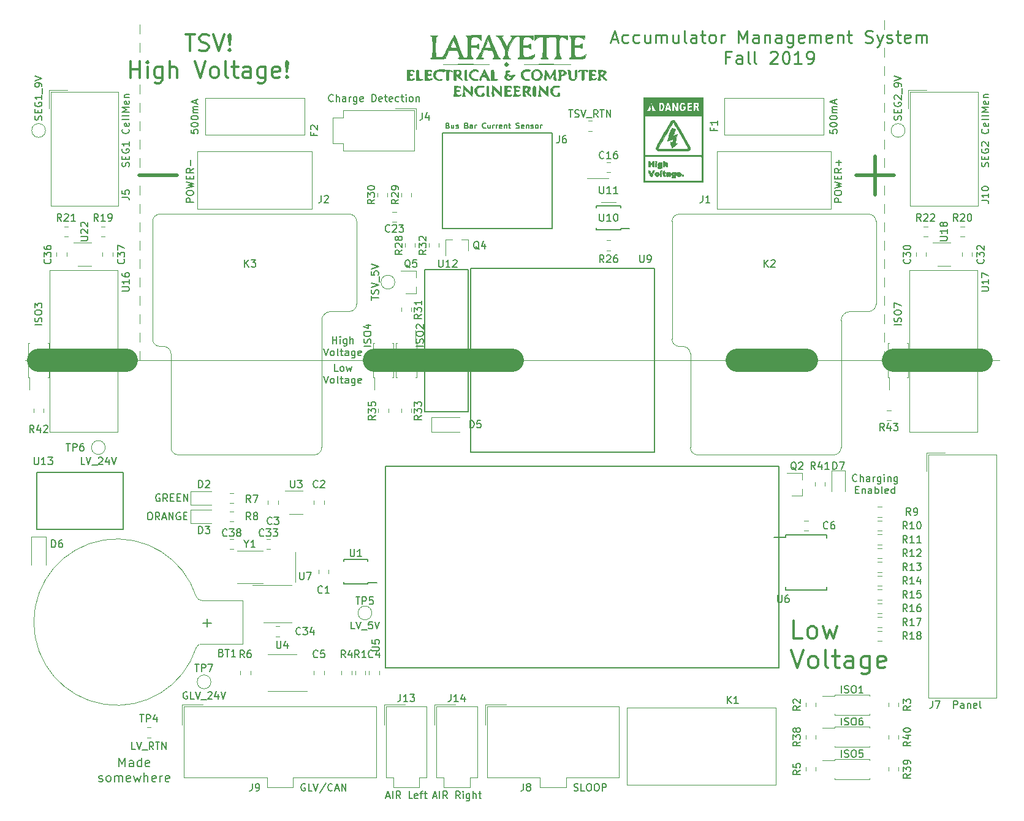
<source format=gbr>
G04 #@! TF.GenerationSoftware,KiCad,Pcbnew,(5.1.5)-3*
G04 #@! TF.CreationDate,2020-02-03T16:01:36-05:00*
G04 #@! TF.ProjectId,PacMan,5061634d-616e-42e6-9b69-6361645f7063,1.2*
G04 #@! TF.SameCoordinates,Original*
G04 #@! TF.FileFunction,Legend,Top*
G04 #@! TF.FilePolarity,Positive*
%FSLAX46Y46*%
G04 Gerber Fmt 4.6, Leading zero omitted, Abs format (unit mm)*
G04 Created by KiCad (PCBNEW (5.1.5)-3) date 2020-02-03 16:01:36*
%MOMM*%
%LPD*%
G04 APERTURE LIST*
%ADD10C,0.120000*%
%ADD11C,0.150000*%
%ADD12C,0.500000*%
%ADD13C,0.350000*%
%ADD14C,3.200000*%
%ADD15C,0.250000*%
%ADD16C,0.200000*%
%ADD17C,0.127000*%
%ADD18C,0.010000*%
G04 APERTURE END LIST*
D10*
X194945000Y-46355000D02*
X194945000Y-45085000D01*
X194945000Y-84455000D02*
X194945000Y-83185000D01*
X194945000Y-55245000D02*
X194945000Y-53975000D01*
X194945000Y-62865000D02*
X194945000Y-61595000D01*
X194945000Y-86995000D02*
X194945000Y-85725000D01*
X194945000Y-89535000D02*
X194945000Y-88265000D01*
X194945000Y-76835000D02*
X194945000Y-75565000D01*
X194945000Y-74295000D02*
X194945000Y-73025000D01*
X194945000Y-92075000D02*
X194945000Y-90805000D01*
X194945000Y-50165000D02*
X194945000Y-48895000D01*
X194945000Y-60325000D02*
X194945000Y-59055000D01*
X194945000Y-71755000D02*
X194945000Y-70485000D01*
X194945000Y-69215000D02*
X194945000Y-67945000D01*
X194945000Y-81915000D02*
X194945000Y-80645000D01*
X194945000Y-79375000D02*
X194945000Y-78105000D01*
X194945000Y-57785000D02*
X194945000Y-56515000D01*
X194945000Y-52705000D02*
X194945000Y-51435000D01*
X194945000Y-65405000D02*
X194945000Y-64135000D01*
X92075000Y-46990000D02*
X92075000Y-45720000D01*
X92075000Y-49530000D02*
X92075000Y-48260000D01*
X92075000Y-55245000D02*
X92075000Y-53975000D01*
X92075000Y-57785000D02*
X92075000Y-56515000D01*
X92075000Y-60325000D02*
X92075000Y-59055000D01*
X92075000Y-62865000D02*
X92075000Y-61595000D01*
X92075000Y-65405000D02*
X92075000Y-64135000D01*
X92075000Y-69215000D02*
X92075000Y-67945000D01*
X92075000Y-71755000D02*
X92075000Y-70485000D01*
X92075000Y-74295000D02*
X92075000Y-73025000D01*
X92075000Y-76835000D02*
X92075000Y-75565000D01*
X92075000Y-79375000D02*
X92075000Y-78105000D01*
X92075000Y-81915000D02*
X92075000Y-80645000D01*
X92075000Y-84455000D02*
X92075000Y-83185000D01*
X92075000Y-86995000D02*
X92075000Y-85725000D01*
X92075000Y-89535000D02*
X92075000Y-88265000D01*
X92075000Y-92075000D02*
X92075000Y-90805000D01*
D11*
X119475333Y-93607380D02*
X118999142Y-93607380D01*
X118999142Y-92607380D01*
X119951523Y-93607380D02*
X119856285Y-93559761D01*
X119808666Y-93512142D01*
X119761047Y-93416904D01*
X119761047Y-93131190D01*
X119808666Y-93035952D01*
X119856285Y-92988333D01*
X119951523Y-92940714D01*
X120094380Y-92940714D01*
X120189619Y-92988333D01*
X120237238Y-93035952D01*
X120284857Y-93131190D01*
X120284857Y-93416904D01*
X120237238Y-93512142D01*
X120189619Y-93559761D01*
X120094380Y-93607380D01*
X119951523Y-93607380D01*
X120618190Y-92940714D02*
X120808666Y-93607380D01*
X120999142Y-93131190D01*
X121189619Y-93607380D01*
X121380095Y-92940714D01*
X117475333Y-94257380D02*
X117808666Y-95257380D01*
X118142000Y-94257380D01*
X118618190Y-95257380D02*
X118522952Y-95209761D01*
X118475333Y-95162142D01*
X118427714Y-95066904D01*
X118427714Y-94781190D01*
X118475333Y-94685952D01*
X118522952Y-94638333D01*
X118618190Y-94590714D01*
X118761047Y-94590714D01*
X118856285Y-94638333D01*
X118903904Y-94685952D01*
X118951523Y-94781190D01*
X118951523Y-95066904D01*
X118903904Y-95162142D01*
X118856285Y-95209761D01*
X118761047Y-95257380D01*
X118618190Y-95257380D01*
X119522952Y-95257380D02*
X119427714Y-95209761D01*
X119380095Y-95114523D01*
X119380095Y-94257380D01*
X119761047Y-94590714D02*
X120142000Y-94590714D01*
X119903904Y-94257380D02*
X119903904Y-95114523D01*
X119951523Y-95209761D01*
X120046761Y-95257380D01*
X120142000Y-95257380D01*
X120903904Y-95257380D02*
X120903904Y-94733571D01*
X120856285Y-94638333D01*
X120761047Y-94590714D01*
X120570571Y-94590714D01*
X120475333Y-94638333D01*
X120903904Y-95209761D02*
X120808666Y-95257380D01*
X120570571Y-95257380D01*
X120475333Y-95209761D01*
X120427714Y-95114523D01*
X120427714Y-95019285D01*
X120475333Y-94924047D01*
X120570571Y-94876428D01*
X120808666Y-94876428D01*
X120903904Y-94828809D01*
X121808666Y-94590714D02*
X121808666Y-95400238D01*
X121761047Y-95495476D01*
X121713428Y-95543095D01*
X121618190Y-95590714D01*
X121475333Y-95590714D01*
X121380095Y-95543095D01*
X121808666Y-95209761D02*
X121713428Y-95257380D01*
X121522952Y-95257380D01*
X121427714Y-95209761D01*
X121380095Y-95162142D01*
X121332476Y-95066904D01*
X121332476Y-94781190D01*
X121380095Y-94685952D01*
X121427714Y-94638333D01*
X121522952Y-94590714D01*
X121713428Y-94590714D01*
X121808666Y-94638333D01*
X122665809Y-95209761D02*
X122570571Y-95257380D01*
X122380095Y-95257380D01*
X122284857Y-95209761D01*
X122237238Y-95114523D01*
X122237238Y-94733571D01*
X122284857Y-94638333D01*
X122380095Y-94590714D01*
X122570571Y-94590714D01*
X122665809Y-94638333D01*
X122713428Y-94733571D01*
X122713428Y-94828809D01*
X122237238Y-94924047D01*
X118713428Y-89797380D02*
X118713428Y-88797380D01*
X118713428Y-89273571D02*
X119284857Y-89273571D01*
X119284857Y-89797380D02*
X119284857Y-88797380D01*
X119761047Y-89797380D02*
X119761047Y-89130714D01*
X119761047Y-88797380D02*
X119713428Y-88845000D01*
X119761047Y-88892619D01*
X119808666Y-88845000D01*
X119761047Y-88797380D01*
X119761047Y-88892619D01*
X120665809Y-89130714D02*
X120665809Y-89940238D01*
X120618190Y-90035476D01*
X120570571Y-90083095D01*
X120475333Y-90130714D01*
X120332476Y-90130714D01*
X120237238Y-90083095D01*
X120665809Y-89749761D02*
X120570571Y-89797380D01*
X120380095Y-89797380D01*
X120284857Y-89749761D01*
X120237238Y-89702142D01*
X120189619Y-89606904D01*
X120189619Y-89321190D01*
X120237238Y-89225952D01*
X120284857Y-89178333D01*
X120380095Y-89130714D01*
X120570571Y-89130714D01*
X120665809Y-89178333D01*
X121142000Y-89797380D02*
X121142000Y-88797380D01*
X121570571Y-89797380D02*
X121570571Y-89273571D01*
X121522952Y-89178333D01*
X121427714Y-89130714D01*
X121284857Y-89130714D01*
X121189619Y-89178333D01*
X121142000Y-89225952D01*
X117475333Y-90447380D02*
X117808666Y-91447380D01*
X118142000Y-90447380D01*
X118618190Y-91447380D02*
X118522952Y-91399761D01*
X118475333Y-91352142D01*
X118427714Y-91256904D01*
X118427714Y-90971190D01*
X118475333Y-90875952D01*
X118522952Y-90828333D01*
X118618190Y-90780714D01*
X118761047Y-90780714D01*
X118856285Y-90828333D01*
X118903904Y-90875952D01*
X118951523Y-90971190D01*
X118951523Y-91256904D01*
X118903904Y-91352142D01*
X118856285Y-91399761D01*
X118761047Y-91447380D01*
X118618190Y-91447380D01*
X119522952Y-91447380D02*
X119427714Y-91399761D01*
X119380095Y-91304523D01*
X119380095Y-90447380D01*
X119761047Y-90780714D02*
X120142000Y-90780714D01*
X119903904Y-90447380D02*
X119903904Y-91304523D01*
X119951523Y-91399761D01*
X120046761Y-91447380D01*
X120142000Y-91447380D01*
X120903904Y-91447380D02*
X120903904Y-90923571D01*
X120856285Y-90828333D01*
X120761047Y-90780714D01*
X120570571Y-90780714D01*
X120475333Y-90828333D01*
X120903904Y-91399761D02*
X120808666Y-91447380D01*
X120570571Y-91447380D01*
X120475333Y-91399761D01*
X120427714Y-91304523D01*
X120427714Y-91209285D01*
X120475333Y-91114047D01*
X120570571Y-91066428D01*
X120808666Y-91066428D01*
X120903904Y-91018809D01*
X121808666Y-90780714D02*
X121808666Y-91590238D01*
X121761047Y-91685476D01*
X121713428Y-91733095D01*
X121618190Y-91780714D01*
X121475333Y-91780714D01*
X121380095Y-91733095D01*
X121808666Y-91399761D02*
X121713428Y-91447380D01*
X121522952Y-91447380D01*
X121427714Y-91399761D01*
X121380095Y-91352142D01*
X121332476Y-91256904D01*
X121332476Y-90971190D01*
X121380095Y-90875952D01*
X121427714Y-90828333D01*
X121522952Y-90780714D01*
X121713428Y-90780714D01*
X121808666Y-90828333D01*
X122665809Y-91399761D02*
X122570571Y-91447380D01*
X122380095Y-91447380D01*
X122284857Y-91399761D01*
X122237238Y-91304523D01*
X122237238Y-90923571D01*
X122284857Y-90828333D01*
X122380095Y-90780714D01*
X122570571Y-90780714D01*
X122665809Y-90828333D01*
X122713428Y-90923571D01*
X122713428Y-91018809D01*
X122237238Y-91114047D01*
X99147380Y-60229523D02*
X99147380Y-60705714D01*
X99623571Y-60753333D01*
X99575952Y-60705714D01*
X99528333Y-60610476D01*
X99528333Y-60372380D01*
X99575952Y-60277142D01*
X99623571Y-60229523D01*
X99718809Y-60181904D01*
X99956904Y-60181904D01*
X100052142Y-60229523D01*
X100099761Y-60277142D01*
X100147380Y-60372380D01*
X100147380Y-60610476D01*
X100099761Y-60705714D01*
X100052142Y-60753333D01*
X99147380Y-59562857D02*
X99147380Y-59467619D01*
X99195000Y-59372380D01*
X99242619Y-59324761D01*
X99337857Y-59277142D01*
X99528333Y-59229523D01*
X99766428Y-59229523D01*
X99956904Y-59277142D01*
X100052142Y-59324761D01*
X100099761Y-59372380D01*
X100147380Y-59467619D01*
X100147380Y-59562857D01*
X100099761Y-59658095D01*
X100052142Y-59705714D01*
X99956904Y-59753333D01*
X99766428Y-59800952D01*
X99528333Y-59800952D01*
X99337857Y-59753333D01*
X99242619Y-59705714D01*
X99195000Y-59658095D01*
X99147380Y-59562857D01*
X99147380Y-58610476D02*
X99147380Y-58515238D01*
X99195000Y-58420000D01*
X99242619Y-58372380D01*
X99337857Y-58324761D01*
X99528333Y-58277142D01*
X99766428Y-58277142D01*
X99956904Y-58324761D01*
X100052142Y-58372380D01*
X100099761Y-58420000D01*
X100147380Y-58515238D01*
X100147380Y-58610476D01*
X100099761Y-58705714D01*
X100052142Y-58753333D01*
X99956904Y-58800952D01*
X99766428Y-58848571D01*
X99528333Y-58848571D01*
X99337857Y-58800952D01*
X99242619Y-58753333D01*
X99195000Y-58705714D01*
X99147380Y-58610476D01*
X100147380Y-57848571D02*
X99480714Y-57848571D01*
X99575952Y-57848571D02*
X99528333Y-57800952D01*
X99480714Y-57705714D01*
X99480714Y-57562857D01*
X99528333Y-57467619D01*
X99623571Y-57420000D01*
X100147380Y-57420000D01*
X99623571Y-57420000D02*
X99528333Y-57372380D01*
X99480714Y-57277142D01*
X99480714Y-57134285D01*
X99528333Y-57039047D01*
X99623571Y-56991428D01*
X100147380Y-56991428D01*
X99861666Y-56562857D02*
X99861666Y-56086666D01*
X100147380Y-56658095D02*
X99147380Y-56324761D01*
X100147380Y-55991428D01*
X187412380Y-60229523D02*
X187412380Y-60705714D01*
X187888571Y-60753333D01*
X187840952Y-60705714D01*
X187793333Y-60610476D01*
X187793333Y-60372380D01*
X187840952Y-60277142D01*
X187888571Y-60229523D01*
X187983809Y-60181904D01*
X188221904Y-60181904D01*
X188317142Y-60229523D01*
X188364761Y-60277142D01*
X188412380Y-60372380D01*
X188412380Y-60610476D01*
X188364761Y-60705714D01*
X188317142Y-60753333D01*
X187412380Y-59562857D02*
X187412380Y-59467619D01*
X187460000Y-59372380D01*
X187507619Y-59324761D01*
X187602857Y-59277142D01*
X187793333Y-59229523D01*
X188031428Y-59229523D01*
X188221904Y-59277142D01*
X188317142Y-59324761D01*
X188364761Y-59372380D01*
X188412380Y-59467619D01*
X188412380Y-59562857D01*
X188364761Y-59658095D01*
X188317142Y-59705714D01*
X188221904Y-59753333D01*
X188031428Y-59800952D01*
X187793333Y-59800952D01*
X187602857Y-59753333D01*
X187507619Y-59705714D01*
X187460000Y-59658095D01*
X187412380Y-59562857D01*
X187412380Y-58610476D02*
X187412380Y-58515238D01*
X187460000Y-58420000D01*
X187507619Y-58372380D01*
X187602857Y-58324761D01*
X187793333Y-58277142D01*
X188031428Y-58277142D01*
X188221904Y-58324761D01*
X188317142Y-58372380D01*
X188364761Y-58420000D01*
X188412380Y-58515238D01*
X188412380Y-58610476D01*
X188364761Y-58705714D01*
X188317142Y-58753333D01*
X188221904Y-58800952D01*
X188031428Y-58848571D01*
X187793333Y-58848571D01*
X187602857Y-58800952D01*
X187507619Y-58753333D01*
X187460000Y-58705714D01*
X187412380Y-58610476D01*
X188412380Y-57848571D02*
X187745714Y-57848571D01*
X187840952Y-57848571D02*
X187793333Y-57800952D01*
X187745714Y-57705714D01*
X187745714Y-57562857D01*
X187793333Y-57467619D01*
X187888571Y-57420000D01*
X188412380Y-57420000D01*
X187888571Y-57420000D02*
X187793333Y-57372380D01*
X187745714Y-57277142D01*
X187745714Y-57134285D01*
X187793333Y-57039047D01*
X187888571Y-56991428D01*
X188412380Y-56991428D01*
X188126666Y-56562857D02*
X188126666Y-56086666D01*
X188412380Y-56658095D02*
X187412380Y-56324761D01*
X188412380Y-55991428D01*
D12*
X91948333Y-66540000D02*
X97281666Y-66540000D01*
X191008333Y-66540000D02*
X196341666Y-66540000D01*
X193675000Y-69206666D02*
X193675000Y-63873333D01*
D13*
X183623214Y-130525952D02*
X182432738Y-130525952D01*
X182432738Y-128025952D01*
X184813690Y-130525952D02*
X184575595Y-130406904D01*
X184456547Y-130287857D01*
X184337500Y-130049761D01*
X184337500Y-129335476D01*
X184456547Y-129097380D01*
X184575595Y-128978333D01*
X184813690Y-128859285D01*
X185170833Y-128859285D01*
X185408928Y-128978333D01*
X185527976Y-129097380D01*
X185647023Y-129335476D01*
X185647023Y-130049761D01*
X185527976Y-130287857D01*
X185408928Y-130406904D01*
X185170833Y-130525952D01*
X184813690Y-130525952D01*
X186480357Y-128859285D02*
X186956547Y-130525952D01*
X187432738Y-129335476D01*
X187908928Y-130525952D01*
X188385119Y-128859285D01*
X182075595Y-132125952D02*
X182908928Y-134625952D01*
X183742261Y-132125952D01*
X184932738Y-134625952D02*
X184694642Y-134506904D01*
X184575595Y-134387857D01*
X184456547Y-134149761D01*
X184456547Y-133435476D01*
X184575595Y-133197380D01*
X184694642Y-133078333D01*
X184932738Y-132959285D01*
X185289880Y-132959285D01*
X185527976Y-133078333D01*
X185647023Y-133197380D01*
X185766071Y-133435476D01*
X185766071Y-134149761D01*
X185647023Y-134387857D01*
X185527976Y-134506904D01*
X185289880Y-134625952D01*
X184932738Y-134625952D01*
X187194642Y-134625952D02*
X186956547Y-134506904D01*
X186837500Y-134268809D01*
X186837500Y-132125952D01*
X187789880Y-132959285D02*
X188742261Y-132959285D01*
X188147023Y-132125952D02*
X188147023Y-134268809D01*
X188266071Y-134506904D01*
X188504166Y-134625952D01*
X188742261Y-134625952D01*
X190647023Y-134625952D02*
X190647023Y-133316428D01*
X190527976Y-133078333D01*
X190289880Y-132959285D01*
X189813690Y-132959285D01*
X189575595Y-133078333D01*
X190647023Y-134506904D02*
X190408928Y-134625952D01*
X189813690Y-134625952D01*
X189575595Y-134506904D01*
X189456547Y-134268809D01*
X189456547Y-134030714D01*
X189575595Y-133792619D01*
X189813690Y-133673571D01*
X190408928Y-133673571D01*
X190647023Y-133554523D01*
X192908928Y-132959285D02*
X192908928Y-134983095D01*
X192789880Y-135221190D01*
X192670833Y-135340238D01*
X192432738Y-135459285D01*
X192075595Y-135459285D01*
X191837500Y-135340238D01*
X192908928Y-134506904D02*
X192670833Y-134625952D01*
X192194642Y-134625952D01*
X191956547Y-134506904D01*
X191837500Y-134387857D01*
X191718452Y-134149761D01*
X191718452Y-133435476D01*
X191837500Y-133197380D01*
X191956547Y-133078333D01*
X192194642Y-132959285D01*
X192670833Y-132959285D01*
X192908928Y-133078333D01*
X195051785Y-134506904D02*
X194813690Y-134625952D01*
X194337500Y-134625952D01*
X194099404Y-134506904D01*
X193980357Y-134268809D01*
X193980357Y-133316428D01*
X194099404Y-133078333D01*
X194337500Y-132959285D01*
X194813690Y-132959285D01*
X195051785Y-133078333D01*
X195170833Y-133316428D01*
X195170833Y-133554523D01*
X193980357Y-133792619D01*
D11*
X134630714Y-59636428D02*
X134737857Y-59672142D01*
X134773571Y-59707857D01*
X134809285Y-59779285D01*
X134809285Y-59886428D01*
X134773571Y-59957857D01*
X134737857Y-59993571D01*
X134666428Y-60029285D01*
X134380714Y-60029285D01*
X134380714Y-59279285D01*
X134630714Y-59279285D01*
X134702142Y-59315000D01*
X134737857Y-59350714D01*
X134773571Y-59422142D01*
X134773571Y-59493571D01*
X134737857Y-59565000D01*
X134702142Y-59600714D01*
X134630714Y-59636428D01*
X134380714Y-59636428D01*
X135452142Y-59529285D02*
X135452142Y-60029285D01*
X135130714Y-59529285D02*
X135130714Y-59922142D01*
X135166428Y-59993571D01*
X135237857Y-60029285D01*
X135345000Y-60029285D01*
X135416428Y-59993571D01*
X135452142Y-59957857D01*
X135773571Y-59993571D02*
X135845000Y-60029285D01*
X135987857Y-60029285D01*
X136059285Y-59993571D01*
X136095000Y-59922142D01*
X136095000Y-59886428D01*
X136059285Y-59815000D01*
X135987857Y-59779285D01*
X135880714Y-59779285D01*
X135809285Y-59743571D01*
X135773571Y-59672142D01*
X135773571Y-59636428D01*
X135809285Y-59565000D01*
X135880714Y-59529285D01*
X135987857Y-59529285D01*
X136059285Y-59565000D01*
X137237857Y-59636428D02*
X137345000Y-59672142D01*
X137380714Y-59707857D01*
X137416428Y-59779285D01*
X137416428Y-59886428D01*
X137380714Y-59957857D01*
X137345000Y-59993571D01*
X137273571Y-60029285D01*
X136987857Y-60029285D01*
X136987857Y-59279285D01*
X137237857Y-59279285D01*
X137309285Y-59315000D01*
X137345000Y-59350714D01*
X137380714Y-59422142D01*
X137380714Y-59493571D01*
X137345000Y-59565000D01*
X137309285Y-59600714D01*
X137237857Y-59636428D01*
X136987857Y-59636428D01*
X138059285Y-60029285D02*
X138059285Y-59636428D01*
X138023571Y-59565000D01*
X137952142Y-59529285D01*
X137809285Y-59529285D01*
X137737857Y-59565000D01*
X138059285Y-59993571D02*
X137987857Y-60029285D01*
X137809285Y-60029285D01*
X137737857Y-59993571D01*
X137702142Y-59922142D01*
X137702142Y-59850714D01*
X137737857Y-59779285D01*
X137809285Y-59743571D01*
X137987857Y-59743571D01*
X138059285Y-59707857D01*
X138416428Y-60029285D02*
X138416428Y-59529285D01*
X138416428Y-59672142D02*
X138452142Y-59600714D01*
X138487857Y-59565000D01*
X138559285Y-59529285D01*
X138630714Y-59529285D01*
X139880714Y-59957857D02*
X139845000Y-59993571D01*
X139737857Y-60029285D01*
X139666428Y-60029285D01*
X139559285Y-59993571D01*
X139487857Y-59922142D01*
X139452142Y-59850714D01*
X139416428Y-59707857D01*
X139416428Y-59600714D01*
X139452142Y-59457857D01*
X139487857Y-59386428D01*
X139559285Y-59315000D01*
X139666428Y-59279285D01*
X139737857Y-59279285D01*
X139845000Y-59315000D01*
X139880714Y-59350714D01*
X140523571Y-59529285D02*
X140523571Y-60029285D01*
X140202142Y-59529285D02*
X140202142Y-59922142D01*
X140237857Y-59993571D01*
X140309285Y-60029285D01*
X140416428Y-60029285D01*
X140487857Y-59993571D01*
X140523571Y-59957857D01*
X140880714Y-60029285D02*
X140880714Y-59529285D01*
X140880714Y-59672142D02*
X140916428Y-59600714D01*
X140952142Y-59565000D01*
X141023571Y-59529285D01*
X141095000Y-59529285D01*
X141345000Y-60029285D02*
X141345000Y-59529285D01*
X141345000Y-59672142D02*
X141380714Y-59600714D01*
X141416428Y-59565000D01*
X141487857Y-59529285D01*
X141559285Y-59529285D01*
X142095000Y-59993571D02*
X142023571Y-60029285D01*
X141880714Y-60029285D01*
X141809285Y-59993571D01*
X141773571Y-59922142D01*
X141773571Y-59636428D01*
X141809285Y-59565000D01*
X141880714Y-59529285D01*
X142023571Y-59529285D01*
X142095000Y-59565000D01*
X142130714Y-59636428D01*
X142130714Y-59707857D01*
X141773571Y-59779285D01*
X142452142Y-59529285D02*
X142452142Y-60029285D01*
X142452142Y-59600714D02*
X142487857Y-59565000D01*
X142559285Y-59529285D01*
X142666428Y-59529285D01*
X142737857Y-59565000D01*
X142773571Y-59636428D01*
X142773571Y-60029285D01*
X143023571Y-59529285D02*
X143309285Y-59529285D01*
X143130714Y-59279285D02*
X143130714Y-59922142D01*
X143166428Y-59993571D01*
X143237857Y-60029285D01*
X143309285Y-60029285D01*
X144095000Y-59993571D02*
X144202142Y-60029285D01*
X144380714Y-60029285D01*
X144452142Y-59993571D01*
X144487857Y-59957857D01*
X144523571Y-59886428D01*
X144523571Y-59815000D01*
X144487857Y-59743571D01*
X144452142Y-59707857D01*
X144380714Y-59672142D01*
X144237857Y-59636428D01*
X144166428Y-59600714D01*
X144130714Y-59565000D01*
X144095000Y-59493571D01*
X144095000Y-59422142D01*
X144130714Y-59350714D01*
X144166428Y-59315000D01*
X144237857Y-59279285D01*
X144416428Y-59279285D01*
X144523571Y-59315000D01*
X145130714Y-59993571D02*
X145059285Y-60029285D01*
X144916428Y-60029285D01*
X144845000Y-59993571D01*
X144809285Y-59922142D01*
X144809285Y-59636428D01*
X144845000Y-59565000D01*
X144916428Y-59529285D01*
X145059285Y-59529285D01*
X145130714Y-59565000D01*
X145166428Y-59636428D01*
X145166428Y-59707857D01*
X144809285Y-59779285D01*
X145487857Y-59529285D02*
X145487857Y-60029285D01*
X145487857Y-59600714D02*
X145523571Y-59565000D01*
X145595000Y-59529285D01*
X145702142Y-59529285D01*
X145773571Y-59565000D01*
X145809285Y-59636428D01*
X145809285Y-60029285D01*
X146130714Y-59993571D02*
X146202142Y-60029285D01*
X146345000Y-60029285D01*
X146416428Y-59993571D01*
X146452142Y-59922142D01*
X146452142Y-59886428D01*
X146416428Y-59815000D01*
X146345000Y-59779285D01*
X146237857Y-59779285D01*
X146166428Y-59743571D01*
X146130714Y-59672142D01*
X146130714Y-59636428D01*
X146166428Y-59565000D01*
X146237857Y-59529285D01*
X146345000Y-59529285D01*
X146416428Y-59565000D01*
X146880714Y-60029285D02*
X146809285Y-59993571D01*
X146773571Y-59957857D01*
X146737857Y-59886428D01*
X146737857Y-59672142D01*
X146773571Y-59600714D01*
X146809285Y-59565000D01*
X146880714Y-59529285D01*
X146987857Y-59529285D01*
X147059285Y-59565000D01*
X147095000Y-59600714D01*
X147130714Y-59672142D01*
X147130714Y-59886428D01*
X147095000Y-59957857D01*
X147059285Y-59993571D01*
X146987857Y-60029285D01*
X146880714Y-60029285D01*
X147452142Y-60029285D02*
X147452142Y-59529285D01*
X147452142Y-59672142D02*
X147487857Y-59600714D01*
X147523571Y-59565000D01*
X147595000Y-59529285D01*
X147666428Y-59529285D01*
D10*
X76200000Y-92075000D02*
X210820000Y-92075000D01*
D11*
X191175000Y-108752142D02*
X191127380Y-108799761D01*
X190984523Y-108847380D01*
X190889285Y-108847380D01*
X190746428Y-108799761D01*
X190651190Y-108704523D01*
X190603571Y-108609285D01*
X190555952Y-108418809D01*
X190555952Y-108275952D01*
X190603571Y-108085476D01*
X190651190Y-107990238D01*
X190746428Y-107895000D01*
X190889285Y-107847380D01*
X190984523Y-107847380D01*
X191127380Y-107895000D01*
X191175000Y-107942619D01*
X191603571Y-108847380D02*
X191603571Y-107847380D01*
X192032142Y-108847380D02*
X192032142Y-108323571D01*
X191984523Y-108228333D01*
X191889285Y-108180714D01*
X191746428Y-108180714D01*
X191651190Y-108228333D01*
X191603571Y-108275952D01*
X192936904Y-108847380D02*
X192936904Y-108323571D01*
X192889285Y-108228333D01*
X192794047Y-108180714D01*
X192603571Y-108180714D01*
X192508333Y-108228333D01*
X192936904Y-108799761D02*
X192841666Y-108847380D01*
X192603571Y-108847380D01*
X192508333Y-108799761D01*
X192460714Y-108704523D01*
X192460714Y-108609285D01*
X192508333Y-108514047D01*
X192603571Y-108466428D01*
X192841666Y-108466428D01*
X192936904Y-108418809D01*
X193413095Y-108847380D02*
X193413095Y-108180714D01*
X193413095Y-108371190D02*
X193460714Y-108275952D01*
X193508333Y-108228333D01*
X193603571Y-108180714D01*
X193698809Y-108180714D01*
X194460714Y-108180714D02*
X194460714Y-108990238D01*
X194413095Y-109085476D01*
X194365476Y-109133095D01*
X194270238Y-109180714D01*
X194127380Y-109180714D01*
X194032142Y-109133095D01*
X194460714Y-108799761D02*
X194365476Y-108847380D01*
X194175000Y-108847380D01*
X194079761Y-108799761D01*
X194032142Y-108752142D01*
X193984523Y-108656904D01*
X193984523Y-108371190D01*
X194032142Y-108275952D01*
X194079761Y-108228333D01*
X194175000Y-108180714D01*
X194365476Y-108180714D01*
X194460714Y-108228333D01*
X194936904Y-108847380D02*
X194936904Y-108180714D01*
X194936904Y-107847380D02*
X194889285Y-107895000D01*
X194936904Y-107942619D01*
X194984523Y-107895000D01*
X194936904Y-107847380D01*
X194936904Y-107942619D01*
X195413095Y-108180714D02*
X195413095Y-108847380D01*
X195413095Y-108275952D02*
X195460714Y-108228333D01*
X195555952Y-108180714D01*
X195698809Y-108180714D01*
X195794047Y-108228333D01*
X195841666Y-108323571D01*
X195841666Y-108847380D01*
X196746428Y-108180714D02*
X196746428Y-108990238D01*
X196698809Y-109085476D01*
X196651190Y-109133095D01*
X196555952Y-109180714D01*
X196413095Y-109180714D01*
X196317857Y-109133095D01*
X196746428Y-108799761D02*
X196651190Y-108847380D01*
X196460714Y-108847380D01*
X196365476Y-108799761D01*
X196317857Y-108752142D01*
X196270238Y-108656904D01*
X196270238Y-108371190D01*
X196317857Y-108275952D01*
X196365476Y-108228333D01*
X196460714Y-108180714D01*
X196651190Y-108180714D01*
X196746428Y-108228333D01*
X190960714Y-109973571D02*
X191294047Y-109973571D01*
X191436904Y-110497380D02*
X190960714Y-110497380D01*
X190960714Y-109497380D01*
X191436904Y-109497380D01*
X191865476Y-109830714D02*
X191865476Y-110497380D01*
X191865476Y-109925952D02*
X191913095Y-109878333D01*
X192008333Y-109830714D01*
X192151190Y-109830714D01*
X192246428Y-109878333D01*
X192294047Y-109973571D01*
X192294047Y-110497380D01*
X193198809Y-110497380D02*
X193198809Y-109973571D01*
X193151190Y-109878333D01*
X193055952Y-109830714D01*
X192865476Y-109830714D01*
X192770238Y-109878333D01*
X193198809Y-110449761D02*
X193103571Y-110497380D01*
X192865476Y-110497380D01*
X192770238Y-110449761D01*
X192722619Y-110354523D01*
X192722619Y-110259285D01*
X192770238Y-110164047D01*
X192865476Y-110116428D01*
X193103571Y-110116428D01*
X193198809Y-110068809D01*
X193675000Y-110497380D02*
X193675000Y-109497380D01*
X193675000Y-109878333D02*
X193770238Y-109830714D01*
X193960714Y-109830714D01*
X194055952Y-109878333D01*
X194103571Y-109925952D01*
X194151190Y-110021190D01*
X194151190Y-110306904D01*
X194103571Y-110402142D01*
X194055952Y-110449761D01*
X193960714Y-110497380D01*
X193770238Y-110497380D01*
X193675000Y-110449761D01*
X194722619Y-110497380D02*
X194627380Y-110449761D01*
X194579761Y-110354523D01*
X194579761Y-109497380D01*
X195484523Y-110449761D02*
X195389285Y-110497380D01*
X195198809Y-110497380D01*
X195103571Y-110449761D01*
X195055952Y-110354523D01*
X195055952Y-109973571D01*
X195103571Y-109878333D01*
X195198809Y-109830714D01*
X195389285Y-109830714D01*
X195484523Y-109878333D01*
X195532142Y-109973571D01*
X195532142Y-110068809D01*
X195055952Y-110164047D01*
X196389285Y-110497380D02*
X196389285Y-109497380D01*
X196389285Y-110449761D02*
X196294047Y-110497380D01*
X196103571Y-110497380D01*
X196008333Y-110449761D01*
X195960714Y-110402142D01*
X195913095Y-110306904D01*
X195913095Y-110021190D01*
X195960714Y-109925952D01*
X196008333Y-109878333D01*
X196103571Y-109830714D01*
X196294047Y-109830714D01*
X196389285Y-109878333D01*
D14*
X78105000Y-92075000D02*
X90170000Y-92075000D01*
X124460000Y-92075000D02*
X143510000Y-92075000D01*
X174625000Y-92075000D02*
X184150000Y-92075000D01*
X196215000Y-92075000D02*
X208280000Y-92075000D01*
D15*
X157236666Y-47749166D02*
X158069999Y-47749166D01*
X157069999Y-48249166D02*
X157653333Y-46499166D01*
X158236666Y-48249166D01*
X159569999Y-48165833D02*
X159403333Y-48249166D01*
X159069999Y-48249166D01*
X158903333Y-48165833D01*
X158819999Y-48082500D01*
X158736666Y-47915833D01*
X158736666Y-47415833D01*
X158819999Y-47249166D01*
X158903333Y-47165833D01*
X159069999Y-47082500D01*
X159403333Y-47082500D01*
X159569999Y-47165833D01*
X161069999Y-48165833D02*
X160903333Y-48249166D01*
X160569999Y-48249166D01*
X160403333Y-48165833D01*
X160319999Y-48082500D01*
X160236666Y-47915833D01*
X160236666Y-47415833D01*
X160319999Y-47249166D01*
X160403333Y-47165833D01*
X160569999Y-47082500D01*
X160903333Y-47082500D01*
X161069999Y-47165833D01*
X162569999Y-47082500D02*
X162569999Y-48249166D01*
X161819999Y-47082500D02*
X161819999Y-47999166D01*
X161903333Y-48165833D01*
X162069999Y-48249166D01*
X162319999Y-48249166D01*
X162486666Y-48165833D01*
X162569999Y-48082500D01*
X163403333Y-48249166D02*
X163403333Y-47082500D01*
X163403333Y-47249166D02*
X163486666Y-47165833D01*
X163653333Y-47082500D01*
X163903333Y-47082500D01*
X164069999Y-47165833D01*
X164153333Y-47332500D01*
X164153333Y-48249166D01*
X164153333Y-47332500D02*
X164236666Y-47165833D01*
X164403333Y-47082500D01*
X164653333Y-47082500D01*
X164819999Y-47165833D01*
X164903333Y-47332500D01*
X164903333Y-48249166D01*
X166486666Y-47082500D02*
X166486666Y-48249166D01*
X165736666Y-47082500D02*
X165736666Y-47999166D01*
X165819999Y-48165833D01*
X165986666Y-48249166D01*
X166236666Y-48249166D01*
X166403333Y-48165833D01*
X166486666Y-48082500D01*
X167569999Y-48249166D02*
X167403333Y-48165833D01*
X167319999Y-47999166D01*
X167319999Y-46499166D01*
X168986666Y-48249166D02*
X168986666Y-47332500D01*
X168903333Y-47165833D01*
X168736666Y-47082500D01*
X168403333Y-47082500D01*
X168236666Y-47165833D01*
X168986666Y-48165833D02*
X168819999Y-48249166D01*
X168403333Y-48249166D01*
X168236666Y-48165833D01*
X168153333Y-47999166D01*
X168153333Y-47832500D01*
X168236666Y-47665833D01*
X168403333Y-47582500D01*
X168819999Y-47582500D01*
X168986666Y-47499166D01*
X169569999Y-47082500D02*
X170236666Y-47082500D01*
X169819999Y-46499166D02*
X169819999Y-47999166D01*
X169903333Y-48165833D01*
X170069999Y-48249166D01*
X170236666Y-48249166D01*
X171069999Y-48249166D02*
X170903333Y-48165833D01*
X170819999Y-48082500D01*
X170736666Y-47915833D01*
X170736666Y-47415833D01*
X170819999Y-47249166D01*
X170903333Y-47165833D01*
X171069999Y-47082500D01*
X171319999Y-47082500D01*
X171486666Y-47165833D01*
X171569999Y-47249166D01*
X171653333Y-47415833D01*
X171653333Y-47915833D01*
X171569999Y-48082500D01*
X171486666Y-48165833D01*
X171319999Y-48249166D01*
X171069999Y-48249166D01*
X172403333Y-48249166D02*
X172403333Y-47082500D01*
X172403333Y-47415833D02*
X172486666Y-47249166D01*
X172569999Y-47165833D01*
X172736666Y-47082500D01*
X172903333Y-47082500D01*
X174819999Y-48249166D02*
X174819999Y-46499166D01*
X175403333Y-47749166D01*
X175986666Y-46499166D01*
X175986666Y-48249166D01*
X177569999Y-48249166D02*
X177569999Y-47332500D01*
X177486666Y-47165833D01*
X177319999Y-47082500D01*
X176986666Y-47082500D01*
X176819999Y-47165833D01*
X177569999Y-48165833D02*
X177403333Y-48249166D01*
X176986666Y-48249166D01*
X176819999Y-48165833D01*
X176736666Y-47999166D01*
X176736666Y-47832500D01*
X176819999Y-47665833D01*
X176986666Y-47582500D01*
X177403333Y-47582500D01*
X177569999Y-47499166D01*
X178403333Y-47082500D02*
X178403333Y-48249166D01*
X178403333Y-47249166D02*
X178486666Y-47165833D01*
X178653333Y-47082500D01*
X178903333Y-47082500D01*
X179069999Y-47165833D01*
X179153333Y-47332500D01*
X179153333Y-48249166D01*
X180736666Y-48249166D02*
X180736666Y-47332500D01*
X180653333Y-47165833D01*
X180486666Y-47082500D01*
X180153333Y-47082500D01*
X179986666Y-47165833D01*
X180736666Y-48165833D02*
X180569999Y-48249166D01*
X180153333Y-48249166D01*
X179986666Y-48165833D01*
X179903333Y-47999166D01*
X179903333Y-47832500D01*
X179986666Y-47665833D01*
X180153333Y-47582500D01*
X180569999Y-47582500D01*
X180736666Y-47499166D01*
X182319999Y-47082500D02*
X182319999Y-48499166D01*
X182236666Y-48665833D01*
X182153333Y-48749166D01*
X181986666Y-48832500D01*
X181736666Y-48832500D01*
X181569999Y-48749166D01*
X182319999Y-48165833D02*
X182153333Y-48249166D01*
X181819999Y-48249166D01*
X181653333Y-48165833D01*
X181569999Y-48082500D01*
X181486666Y-47915833D01*
X181486666Y-47415833D01*
X181569999Y-47249166D01*
X181653333Y-47165833D01*
X181819999Y-47082500D01*
X182153333Y-47082500D01*
X182319999Y-47165833D01*
X183819999Y-48165833D02*
X183653333Y-48249166D01*
X183319999Y-48249166D01*
X183153333Y-48165833D01*
X183069999Y-47999166D01*
X183069999Y-47332500D01*
X183153333Y-47165833D01*
X183319999Y-47082500D01*
X183653333Y-47082500D01*
X183819999Y-47165833D01*
X183903333Y-47332500D01*
X183903333Y-47499166D01*
X183069999Y-47665833D01*
X184653333Y-48249166D02*
X184653333Y-47082500D01*
X184653333Y-47249166D02*
X184736666Y-47165833D01*
X184903333Y-47082500D01*
X185153333Y-47082500D01*
X185319999Y-47165833D01*
X185403333Y-47332500D01*
X185403333Y-48249166D01*
X185403333Y-47332500D02*
X185486666Y-47165833D01*
X185653333Y-47082500D01*
X185903333Y-47082500D01*
X186069999Y-47165833D01*
X186153333Y-47332500D01*
X186153333Y-48249166D01*
X187653333Y-48165833D02*
X187486666Y-48249166D01*
X187153333Y-48249166D01*
X186986666Y-48165833D01*
X186903333Y-47999166D01*
X186903333Y-47332500D01*
X186986666Y-47165833D01*
X187153333Y-47082500D01*
X187486666Y-47082500D01*
X187653333Y-47165833D01*
X187736666Y-47332500D01*
X187736666Y-47499166D01*
X186903333Y-47665833D01*
X188486666Y-47082500D02*
X188486666Y-48249166D01*
X188486666Y-47249166D02*
X188569999Y-47165833D01*
X188736666Y-47082500D01*
X188986666Y-47082500D01*
X189153333Y-47165833D01*
X189236666Y-47332500D01*
X189236666Y-48249166D01*
X189819999Y-47082500D02*
X190486666Y-47082500D01*
X190069999Y-46499166D02*
X190069999Y-47999166D01*
X190153333Y-48165833D01*
X190319999Y-48249166D01*
X190486666Y-48249166D01*
X192319999Y-48165833D02*
X192569999Y-48249166D01*
X192986666Y-48249166D01*
X193153333Y-48165833D01*
X193236666Y-48082500D01*
X193319999Y-47915833D01*
X193319999Y-47749166D01*
X193236666Y-47582500D01*
X193153333Y-47499166D01*
X192986666Y-47415833D01*
X192653333Y-47332500D01*
X192486666Y-47249166D01*
X192403333Y-47165833D01*
X192319999Y-46999166D01*
X192319999Y-46832500D01*
X192403333Y-46665833D01*
X192486666Y-46582500D01*
X192653333Y-46499166D01*
X193069999Y-46499166D01*
X193319999Y-46582500D01*
X193903333Y-47082500D02*
X194319999Y-48249166D01*
X194736666Y-47082500D02*
X194319999Y-48249166D01*
X194153333Y-48665833D01*
X194069999Y-48749166D01*
X193903333Y-48832500D01*
X195319999Y-48165833D02*
X195486666Y-48249166D01*
X195819999Y-48249166D01*
X195986666Y-48165833D01*
X196069999Y-47999166D01*
X196069999Y-47915833D01*
X195986666Y-47749166D01*
X195819999Y-47665833D01*
X195569999Y-47665833D01*
X195403333Y-47582500D01*
X195319999Y-47415833D01*
X195319999Y-47332500D01*
X195403333Y-47165833D01*
X195569999Y-47082500D01*
X195819999Y-47082500D01*
X195986666Y-47165833D01*
X196569999Y-47082500D02*
X197236666Y-47082500D01*
X196819999Y-46499166D02*
X196819999Y-47999166D01*
X196903333Y-48165833D01*
X197069999Y-48249166D01*
X197236666Y-48249166D01*
X198486666Y-48165833D02*
X198319999Y-48249166D01*
X197986666Y-48249166D01*
X197819999Y-48165833D01*
X197736666Y-47999166D01*
X197736666Y-47332500D01*
X197819999Y-47165833D01*
X197986666Y-47082500D01*
X198319999Y-47082500D01*
X198486666Y-47165833D01*
X198569999Y-47332500D01*
X198569999Y-47499166D01*
X197736666Y-47665833D01*
X199319999Y-48249166D02*
X199319999Y-47082500D01*
X199319999Y-47249166D02*
X199403333Y-47165833D01*
X199569999Y-47082500D01*
X199819999Y-47082500D01*
X199986666Y-47165833D01*
X200069999Y-47332500D01*
X200069999Y-48249166D01*
X200069999Y-47332500D02*
X200153333Y-47165833D01*
X200319999Y-47082500D01*
X200569999Y-47082500D01*
X200736666Y-47165833D01*
X200819999Y-47332500D01*
X200819999Y-48249166D01*
X173611666Y-50207500D02*
X173028333Y-50207500D01*
X173028333Y-51124166D02*
X173028333Y-49374166D01*
X173861666Y-49374166D01*
X175278333Y-51124166D02*
X175278333Y-50207500D01*
X175195000Y-50040833D01*
X175028333Y-49957500D01*
X174695000Y-49957500D01*
X174528333Y-50040833D01*
X175278333Y-51040833D02*
X175111666Y-51124166D01*
X174695000Y-51124166D01*
X174528333Y-51040833D01*
X174445000Y-50874166D01*
X174445000Y-50707500D01*
X174528333Y-50540833D01*
X174695000Y-50457500D01*
X175111666Y-50457500D01*
X175278333Y-50374166D01*
X176361666Y-51124166D02*
X176195000Y-51040833D01*
X176111666Y-50874166D01*
X176111666Y-49374166D01*
X177278333Y-51124166D02*
X177111666Y-51040833D01*
X177028333Y-50874166D01*
X177028333Y-49374166D01*
X179195000Y-49540833D02*
X179278333Y-49457500D01*
X179445000Y-49374166D01*
X179861666Y-49374166D01*
X180028333Y-49457500D01*
X180111666Y-49540833D01*
X180195000Y-49707500D01*
X180195000Y-49874166D01*
X180111666Y-50124166D01*
X179111666Y-51124166D01*
X180195000Y-51124166D01*
X181278333Y-49374166D02*
X181445000Y-49374166D01*
X181611666Y-49457500D01*
X181695000Y-49540833D01*
X181778333Y-49707500D01*
X181861666Y-50040833D01*
X181861666Y-50457500D01*
X181778333Y-50790833D01*
X181695000Y-50957500D01*
X181611666Y-51040833D01*
X181445000Y-51124166D01*
X181278333Y-51124166D01*
X181111666Y-51040833D01*
X181028333Y-50957500D01*
X180945000Y-50790833D01*
X180861666Y-50457500D01*
X180861666Y-50040833D01*
X180945000Y-49707500D01*
X181028333Y-49540833D01*
X181111666Y-49457500D01*
X181278333Y-49374166D01*
X183528333Y-51124166D02*
X182528333Y-51124166D01*
X183028333Y-51124166D02*
X183028333Y-49374166D01*
X182861666Y-49624166D01*
X182695000Y-49790833D01*
X182528333Y-49874166D01*
X184361666Y-51124166D02*
X184695000Y-51124166D01*
X184861666Y-51040833D01*
X184945000Y-50957500D01*
X185111666Y-50707500D01*
X185195000Y-50374166D01*
X185195000Y-49707500D01*
X185111666Y-49540833D01*
X185028333Y-49457500D01*
X184861666Y-49374166D01*
X184528333Y-49374166D01*
X184361666Y-49457500D01*
X184278333Y-49540833D01*
X184195000Y-49707500D01*
X184195000Y-50124166D01*
X184278333Y-50290833D01*
X184361666Y-50374166D01*
X184528333Y-50457500D01*
X184861666Y-50457500D01*
X185028333Y-50374166D01*
X185111666Y-50290833D01*
X185195000Y-50124166D01*
D13*
X98385714Y-47070357D02*
X99671428Y-47070357D01*
X99028571Y-49320357D02*
X99028571Y-47070357D01*
X100314285Y-49213214D02*
X100635714Y-49320357D01*
X101171428Y-49320357D01*
X101385714Y-49213214D01*
X101492857Y-49106071D01*
X101600000Y-48891785D01*
X101600000Y-48677500D01*
X101492857Y-48463214D01*
X101385714Y-48356071D01*
X101171428Y-48248928D01*
X100742857Y-48141785D01*
X100528571Y-48034642D01*
X100421428Y-47927500D01*
X100314285Y-47713214D01*
X100314285Y-47498928D01*
X100421428Y-47284642D01*
X100528571Y-47177500D01*
X100742857Y-47070357D01*
X101278571Y-47070357D01*
X101600000Y-47177500D01*
X102242857Y-47070357D02*
X102992857Y-49320357D01*
X103742857Y-47070357D01*
X104492857Y-49106071D02*
X104600000Y-49213214D01*
X104492857Y-49320357D01*
X104385714Y-49213214D01*
X104492857Y-49106071D01*
X104492857Y-49320357D01*
X104492857Y-48463214D02*
X104385714Y-47177500D01*
X104492857Y-47070357D01*
X104600000Y-47177500D01*
X104492857Y-48463214D01*
X104492857Y-47070357D01*
X90778571Y-53045357D02*
X90778571Y-50795357D01*
X90778571Y-51866785D02*
X92064285Y-51866785D01*
X92064285Y-53045357D02*
X92064285Y-50795357D01*
X93135714Y-53045357D02*
X93135714Y-51545357D01*
X93135714Y-50795357D02*
X93028571Y-50902500D01*
X93135714Y-51009642D01*
X93242857Y-50902500D01*
X93135714Y-50795357D01*
X93135714Y-51009642D01*
X95171428Y-51545357D02*
X95171428Y-53366785D01*
X95064285Y-53581071D01*
X94957142Y-53688214D01*
X94742857Y-53795357D01*
X94421428Y-53795357D01*
X94207142Y-53688214D01*
X95171428Y-52938214D02*
X94957142Y-53045357D01*
X94528571Y-53045357D01*
X94314285Y-52938214D01*
X94207142Y-52831071D01*
X94100000Y-52616785D01*
X94100000Y-51973928D01*
X94207142Y-51759642D01*
X94314285Y-51652500D01*
X94528571Y-51545357D01*
X94957142Y-51545357D01*
X95171428Y-51652500D01*
X96242857Y-53045357D02*
X96242857Y-50795357D01*
X97207142Y-53045357D02*
X97207142Y-51866785D01*
X97100000Y-51652500D01*
X96885714Y-51545357D01*
X96564285Y-51545357D01*
X96350000Y-51652500D01*
X96242857Y-51759642D01*
X99671428Y-50795357D02*
X100421428Y-53045357D01*
X101171428Y-50795357D01*
X102242857Y-53045357D02*
X102028571Y-52938214D01*
X101921428Y-52831071D01*
X101814285Y-52616785D01*
X101814285Y-51973928D01*
X101921428Y-51759642D01*
X102028571Y-51652500D01*
X102242857Y-51545357D01*
X102564285Y-51545357D01*
X102778571Y-51652500D01*
X102885714Y-51759642D01*
X102992857Y-51973928D01*
X102992857Y-52616785D01*
X102885714Y-52831071D01*
X102778571Y-52938214D01*
X102564285Y-53045357D01*
X102242857Y-53045357D01*
X104278571Y-53045357D02*
X104064285Y-52938214D01*
X103957142Y-52723928D01*
X103957142Y-50795357D01*
X104814285Y-51545357D02*
X105671428Y-51545357D01*
X105135714Y-50795357D02*
X105135714Y-52723928D01*
X105242857Y-52938214D01*
X105457142Y-53045357D01*
X105671428Y-53045357D01*
X107385714Y-53045357D02*
X107385714Y-51866785D01*
X107278571Y-51652500D01*
X107064285Y-51545357D01*
X106635714Y-51545357D01*
X106421428Y-51652500D01*
X107385714Y-52938214D02*
X107171428Y-53045357D01*
X106635714Y-53045357D01*
X106421428Y-52938214D01*
X106314285Y-52723928D01*
X106314285Y-52509642D01*
X106421428Y-52295357D01*
X106635714Y-52188214D01*
X107171428Y-52188214D01*
X107385714Y-52081071D01*
X109421428Y-51545357D02*
X109421428Y-53366785D01*
X109314285Y-53581071D01*
X109207142Y-53688214D01*
X108992857Y-53795357D01*
X108671428Y-53795357D01*
X108457142Y-53688214D01*
X109421428Y-52938214D02*
X109207142Y-53045357D01*
X108778571Y-53045357D01*
X108564285Y-52938214D01*
X108457142Y-52831071D01*
X108350000Y-52616785D01*
X108350000Y-51973928D01*
X108457142Y-51759642D01*
X108564285Y-51652500D01*
X108778571Y-51545357D01*
X109207142Y-51545357D01*
X109421428Y-51652500D01*
X111350000Y-52938214D02*
X111135714Y-53045357D01*
X110707142Y-53045357D01*
X110492857Y-52938214D01*
X110385714Y-52723928D01*
X110385714Y-51866785D01*
X110492857Y-51652500D01*
X110707142Y-51545357D01*
X111135714Y-51545357D01*
X111350000Y-51652500D01*
X111457142Y-51866785D01*
X111457142Y-52081071D01*
X110385714Y-52295357D01*
X112421428Y-52831071D02*
X112528571Y-52938214D01*
X112421428Y-53045357D01*
X112314285Y-52938214D01*
X112421428Y-52831071D01*
X112421428Y-53045357D01*
X112421428Y-52188214D02*
X112314285Y-50902500D01*
X112421428Y-50795357D01*
X112528571Y-50902500D01*
X112421428Y-52188214D01*
X112421428Y-50795357D01*
D16*
X89229666Y-148244976D02*
X89229666Y-146994976D01*
X89646333Y-147887833D01*
X90063000Y-146994976D01*
X90063000Y-148244976D01*
X91193952Y-148244976D02*
X91193952Y-147590214D01*
X91134428Y-147471166D01*
X91015380Y-147411642D01*
X90777285Y-147411642D01*
X90658238Y-147471166D01*
X91193952Y-148185452D02*
X91074904Y-148244976D01*
X90777285Y-148244976D01*
X90658238Y-148185452D01*
X90598714Y-148066404D01*
X90598714Y-147947357D01*
X90658238Y-147828309D01*
X90777285Y-147768785D01*
X91074904Y-147768785D01*
X91193952Y-147709261D01*
X92324904Y-148244976D02*
X92324904Y-146994976D01*
X92324904Y-148185452D02*
X92205857Y-148244976D01*
X91967761Y-148244976D01*
X91848714Y-148185452D01*
X91789190Y-148125928D01*
X91729666Y-148006880D01*
X91729666Y-147649738D01*
X91789190Y-147530690D01*
X91848714Y-147471166D01*
X91967761Y-147411642D01*
X92205857Y-147411642D01*
X92324904Y-147471166D01*
X93396333Y-148185452D02*
X93277285Y-148244976D01*
X93039190Y-148244976D01*
X92920142Y-148185452D01*
X92860619Y-148066404D01*
X92860619Y-147590214D01*
X92920142Y-147471166D01*
X93039190Y-147411642D01*
X93277285Y-147411642D01*
X93396333Y-147471166D01*
X93455857Y-147590214D01*
X93455857Y-147709261D01*
X92860619Y-147828309D01*
X86432047Y-150260452D02*
X86551095Y-150319976D01*
X86789190Y-150319976D01*
X86908238Y-150260452D01*
X86967761Y-150141404D01*
X86967761Y-150081880D01*
X86908238Y-149962833D01*
X86789190Y-149903309D01*
X86610619Y-149903309D01*
X86491571Y-149843785D01*
X86432047Y-149724738D01*
X86432047Y-149665214D01*
X86491571Y-149546166D01*
X86610619Y-149486642D01*
X86789190Y-149486642D01*
X86908238Y-149546166D01*
X87682047Y-150319976D02*
X87563000Y-150260452D01*
X87503476Y-150200928D01*
X87443952Y-150081880D01*
X87443952Y-149724738D01*
X87503476Y-149605690D01*
X87563000Y-149546166D01*
X87682047Y-149486642D01*
X87860619Y-149486642D01*
X87979666Y-149546166D01*
X88039190Y-149605690D01*
X88098714Y-149724738D01*
X88098714Y-150081880D01*
X88039190Y-150200928D01*
X87979666Y-150260452D01*
X87860619Y-150319976D01*
X87682047Y-150319976D01*
X88634428Y-150319976D02*
X88634428Y-149486642D01*
X88634428Y-149605690D02*
X88693952Y-149546166D01*
X88813000Y-149486642D01*
X88991571Y-149486642D01*
X89110619Y-149546166D01*
X89170142Y-149665214D01*
X89170142Y-150319976D01*
X89170142Y-149665214D02*
X89229666Y-149546166D01*
X89348714Y-149486642D01*
X89527285Y-149486642D01*
X89646333Y-149546166D01*
X89705857Y-149665214D01*
X89705857Y-150319976D01*
X90777285Y-150260452D02*
X90658238Y-150319976D01*
X90420142Y-150319976D01*
X90301095Y-150260452D01*
X90241571Y-150141404D01*
X90241571Y-149665214D01*
X90301095Y-149546166D01*
X90420142Y-149486642D01*
X90658238Y-149486642D01*
X90777285Y-149546166D01*
X90836809Y-149665214D01*
X90836809Y-149784261D01*
X90241571Y-149903309D01*
X91253476Y-149486642D02*
X91491571Y-150319976D01*
X91729666Y-149724738D01*
X91967761Y-150319976D01*
X92205857Y-149486642D01*
X92682047Y-150319976D02*
X92682047Y-149069976D01*
X93217761Y-150319976D02*
X93217761Y-149665214D01*
X93158238Y-149546166D01*
X93039190Y-149486642D01*
X92860619Y-149486642D01*
X92741571Y-149546166D01*
X92682047Y-149605690D01*
X94289190Y-150260452D02*
X94170142Y-150319976D01*
X93932047Y-150319976D01*
X93813000Y-150260452D01*
X93753476Y-150141404D01*
X93753476Y-149665214D01*
X93813000Y-149546166D01*
X93932047Y-149486642D01*
X94170142Y-149486642D01*
X94289190Y-149546166D01*
X94348714Y-149665214D01*
X94348714Y-149784261D01*
X93753476Y-149903309D01*
X94884428Y-150319976D02*
X94884428Y-149486642D01*
X94884428Y-149724738D02*
X94943952Y-149605690D01*
X95003476Y-149546166D01*
X95122523Y-149486642D01*
X95241571Y-149486642D01*
X96134428Y-150260452D02*
X96015380Y-150319976D01*
X95777285Y-150319976D01*
X95658238Y-150260452D01*
X95598714Y-150141404D01*
X95598714Y-149665214D01*
X95658238Y-149546166D01*
X95777285Y-149486642D01*
X96015380Y-149486642D01*
X96134428Y-149546166D01*
X96193952Y-149665214D01*
X96193952Y-149784261D01*
X95598714Y-149903309D01*
D11*
X94853333Y-110625000D02*
X94758095Y-110577380D01*
X94615238Y-110577380D01*
X94472380Y-110625000D01*
X94377142Y-110720238D01*
X94329523Y-110815476D01*
X94281904Y-111005952D01*
X94281904Y-111148809D01*
X94329523Y-111339285D01*
X94377142Y-111434523D01*
X94472380Y-111529761D01*
X94615238Y-111577380D01*
X94710476Y-111577380D01*
X94853333Y-111529761D01*
X94900952Y-111482142D01*
X94900952Y-111148809D01*
X94710476Y-111148809D01*
X95900952Y-111577380D02*
X95567619Y-111101190D01*
X95329523Y-111577380D02*
X95329523Y-110577380D01*
X95710476Y-110577380D01*
X95805714Y-110625000D01*
X95853333Y-110672619D01*
X95900952Y-110767857D01*
X95900952Y-110910714D01*
X95853333Y-111005952D01*
X95805714Y-111053571D01*
X95710476Y-111101190D01*
X95329523Y-111101190D01*
X96329523Y-111053571D02*
X96662857Y-111053571D01*
X96805714Y-111577380D02*
X96329523Y-111577380D01*
X96329523Y-110577380D01*
X96805714Y-110577380D01*
X97234285Y-111053571D02*
X97567619Y-111053571D01*
X97710476Y-111577380D02*
X97234285Y-111577380D01*
X97234285Y-110577380D01*
X97710476Y-110577380D01*
X98139047Y-111577380D02*
X98139047Y-110577380D01*
X98710476Y-111577380D01*
X98710476Y-110577380D01*
X93385000Y-113117380D02*
X93575476Y-113117380D01*
X93670714Y-113165000D01*
X93765952Y-113260238D01*
X93813571Y-113450714D01*
X93813571Y-113784047D01*
X93765952Y-113974523D01*
X93670714Y-114069761D01*
X93575476Y-114117380D01*
X93385000Y-114117380D01*
X93289761Y-114069761D01*
X93194523Y-113974523D01*
X93146904Y-113784047D01*
X93146904Y-113450714D01*
X93194523Y-113260238D01*
X93289761Y-113165000D01*
X93385000Y-113117380D01*
X94813571Y-114117380D02*
X94480238Y-113641190D01*
X94242142Y-114117380D02*
X94242142Y-113117380D01*
X94623095Y-113117380D01*
X94718333Y-113165000D01*
X94765952Y-113212619D01*
X94813571Y-113307857D01*
X94813571Y-113450714D01*
X94765952Y-113545952D01*
X94718333Y-113593571D01*
X94623095Y-113641190D01*
X94242142Y-113641190D01*
X95194523Y-113831666D02*
X95670714Y-113831666D01*
X95099285Y-114117380D02*
X95432619Y-113117380D01*
X95765952Y-114117380D01*
X96099285Y-114117380D02*
X96099285Y-113117380D01*
X96670714Y-114117380D01*
X96670714Y-113117380D01*
X97670714Y-113165000D02*
X97575476Y-113117380D01*
X97432619Y-113117380D01*
X97289761Y-113165000D01*
X97194523Y-113260238D01*
X97146904Y-113355476D01*
X97099285Y-113545952D01*
X97099285Y-113688809D01*
X97146904Y-113879285D01*
X97194523Y-113974523D01*
X97289761Y-114069761D01*
X97432619Y-114117380D01*
X97527857Y-114117380D01*
X97670714Y-114069761D01*
X97718333Y-114022142D01*
X97718333Y-113688809D01*
X97527857Y-113688809D01*
X98146904Y-113593571D02*
X98480238Y-113593571D01*
X98623095Y-114117380D02*
X98146904Y-114117380D01*
X98146904Y-113117380D01*
X98623095Y-113117380D01*
D10*
X195841252Y-98985000D02*
X195318748Y-98985000D01*
X195841252Y-100405000D02*
X195318748Y-100405000D01*
X78815000Y-98798748D02*
X78815000Y-99321252D01*
X77395000Y-98798748D02*
X77395000Y-99321252D01*
X195600000Y-94475000D02*
X195600000Y-96175000D01*
X198100000Y-89675000D02*
X198250000Y-89675000D01*
X198250000Y-89675000D02*
X198250000Y-94475000D01*
X198250000Y-94475000D02*
X198100000Y-94475000D01*
X195600000Y-94475000D02*
X195450000Y-94475000D01*
X195450000Y-94475000D02*
X195450000Y-89675000D01*
X195450000Y-89675000D02*
X195600000Y-89675000D01*
X76855000Y-94475000D02*
X76855000Y-96175000D01*
X79355000Y-89675000D02*
X79505000Y-89675000D01*
X79505000Y-89675000D02*
X79505000Y-94475000D01*
X79505000Y-94475000D02*
X79355000Y-94475000D01*
X76855000Y-94475000D02*
X76705000Y-94475000D01*
X76705000Y-94475000D02*
X76705000Y-89675000D01*
X76705000Y-89675000D02*
X76855000Y-89675000D01*
D11*
X133938000Y-60705000D02*
X133938000Y-73915000D01*
X149018000Y-73915000D02*
X133938000Y-73915000D01*
X149018000Y-60705000D02*
X149018000Y-73915000D01*
X133938000Y-60705000D02*
X149018000Y-60705000D01*
D10*
X166624000Y-90170000D02*
X167132000Y-90170000D01*
X168148000Y-104140000D02*
X168148000Y-91186000D01*
X167132000Y-90170000D02*
G75*
G02X168148000Y-91186000I0J-1016000D01*
G01*
X166624000Y-90170000D02*
G75*
G02X165608000Y-89154000I0J1016000D01*
G01*
X169164000Y-105156000D02*
G75*
G02X168148000Y-104140000I0J1016000D01*
G01*
X188976000Y-104140000D02*
G75*
G02X187960000Y-105156000I-1016000J0D01*
G01*
X165608000Y-72898000D02*
G75*
G02X166624000Y-71882000I1016000J0D01*
G01*
X192786000Y-71882000D02*
G75*
G02X193802000Y-72898000I0J-1016000D01*
G01*
X193802000Y-84328000D02*
G75*
G02X192786000Y-85344000I-1016000J0D01*
G01*
X188976000Y-86614000D02*
X188976000Y-104140000D01*
X188976000Y-86614000D02*
G75*
G02X190246000Y-85344000I1270000J0D01*
G01*
X192786000Y-85344000D02*
X190246000Y-85344000D01*
X165608000Y-72898000D02*
X165608000Y-89154000D01*
X187960000Y-105156000D02*
X169164000Y-105156000D01*
X193802000Y-72898000D02*
X193802000Y-84328000D01*
X166624000Y-71882000D02*
X192786000Y-71882000D01*
X94869000Y-90170000D02*
X95377000Y-90170000D01*
X96393000Y-104140000D02*
X96393000Y-91186000D01*
X95377000Y-90170000D02*
G75*
G02X96393000Y-91186000I0J-1016000D01*
G01*
X94869000Y-90170000D02*
G75*
G02X93853000Y-89154000I0J1016000D01*
G01*
X97409000Y-105156000D02*
G75*
G02X96393000Y-104140000I0J1016000D01*
G01*
X117221000Y-104140000D02*
G75*
G02X116205000Y-105156000I-1016000J0D01*
G01*
X93853000Y-72898000D02*
G75*
G02X94869000Y-71882000I1016000J0D01*
G01*
X121031000Y-71882000D02*
G75*
G02X122047000Y-72898000I0J-1016000D01*
G01*
X122047000Y-84328000D02*
G75*
G02X121031000Y-85344000I-1016000J0D01*
G01*
X117221000Y-86614000D02*
X117221000Y-104140000D01*
X117221000Y-86614000D02*
G75*
G02X118491000Y-85344000I1270000J0D01*
G01*
X121031000Y-85344000D02*
X118491000Y-85344000D01*
X93853000Y-72898000D02*
X93853000Y-89154000D01*
X116205000Y-105156000D02*
X97409000Y-105156000D01*
X122047000Y-72898000D02*
X122047000Y-84328000D01*
X94869000Y-71882000D02*
X121031000Y-71882000D01*
X80570000Y-77208748D02*
X80570000Y-77731252D01*
X81990000Y-77208748D02*
X81990000Y-77731252D01*
X207875000Y-54975000D02*
X207875000Y-70755000D01*
X207875000Y-70755000D02*
X198525000Y-70755000D01*
X198525000Y-70755000D02*
X198525000Y-54975000D01*
X198525000Y-54975000D02*
X207875000Y-54975000D01*
X198275000Y-54725000D02*
X198275000Y-57265000D01*
X198275000Y-54725000D02*
X200815000Y-54725000D01*
X204100000Y-75860000D02*
X201650000Y-75860000D01*
X202300000Y-79080000D02*
X204100000Y-79080000D01*
X205665000Y-77208748D02*
X205665000Y-77731252D01*
X207085000Y-77208748D02*
X207085000Y-77731252D01*
X157845000Y-70200000D02*
X155845000Y-70200000D01*
X156845000Y-66960000D02*
X153845000Y-66960000D01*
X199315000Y-77208748D02*
X199315000Y-77731252D01*
X200735000Y-77208748D02*
X200735000Y-77731252D01*
X156583748Y-66115000D02*
X157106252Y-66115000D01*
X156583748Y-64695000D02*
X157106252Y-64695000D01*
X132370000Y-99965000D02*
X132370000Y-101965000D01*
X132370000Y-101965000D02*
X136270000Y-101965000D01*
X132370000Y-99965000D02*
X136270000Y-99965000D01*
X79629000Y-79629000D02*
X79629000Y-101981000D01*
X89027000Y-79629000D02*
X79629000Y-79629000D01*
X89027000Y-101981000D02*
X79629000Y-101981000D01*
X89027000Y-79629000D02*
X89027000Y-101981000D01*
X207772000Y-79629000D02*
X207772000Y-101981000D01*
X207772000Y-101981000D02*
X198374000Y-101981000D01*
X207772000Y-79629000D02*
X198374000Y-79629000D01*
X198374000Y-79629000D02*
X198374000Y-101981000D01*
X101092000Y-55880000D02*
X101092000Y-60960000D01*
X114808000Y-55880000D02*
X101092000Y-55880000D01*
X114808000Y-60960000D02*
X114808000Y-55880000D01*
X101092000Y-60960000D02*
X114808000Y-60960000D01*
X186563000Y-55880000D02*
X172847000Y-55880000D01*
X172847000Y-55880000D02*
X172847000Y-60960000D01*
X172847000Y-60960000D02*
X186563000Y-60960000D01*
X186563000Y-60960000D02*
X186563000Y-55880000D01*
X89130000Y-54975000D02*
X89130000Y-70755000D01*
X89130000Y-70755000D02*
X79780000Y-70755000D01*
X79780000Y-70755000D02*
X79780000Y-54975000D01*
X79780000Y-54975000D02*
X89130000Y-54975000D01*
X79530000Y-54725000D02*
X79530000Y-57265000D01*
X79530000Y-54725000D02*
X82070000Y-54725000D01*
X200398748Y-75005000D02*
X200921252Y-75005000D01*
X200398748Y-73585000D02*
X200921252Y-73585000D01*
X206001252Y-75005000D02*
X205478748Y-75005000D01*
X206001252Y-73585000D02*
X205478748Y-73585000D01*
X132005000Y-75938748D02*
X132005000Y-76461252D01*
X133425000Y-75938748D02*
X133425000Y-76461252D01*
X156583748Y-76910000D02*
X157106252Y-76910000D01*
X156583748Y-75490000D02*
X157106252Y-75490000D01*
X87256252Y-75005000D02*
X86733748Y-75005000D01*
X87256252Y-73585000D02*
X86733748Y-73585000D01*
X85355000Y-75860000D02*
X82905000Y-75860000D01*
X83555000Y-79080000D02*
X85355000Y-79080000D01*
X86920000Y-77208748D02*
X86920000Y-77731252D01*
X88340000Y-77208748D02*
X88340000Y-77731252D01*
X81653748Y-73585000D02*
X82176252Y-73585000D01*
X81653748Y-75005000D02*
X82176252Y-75005000D01*
X79055000Y-60325000D02*
G75*
G03X79055000Y-60325000I-950000J0D01*
G01*
X137470000Y-75440000D02*
X137470000Y-76900000D01*
X134310000Y-75440000D02*
X134310000Y-77600000D01*
X134310000Y-75440000D02*
X135240000Y-75440000D01*
X137470000Y-75440000D02*
X136540000Y-75440000D01*
X197800000Y-60325000D02*
G75*
G03X197800000Y-60325000I-950000J0D01*
G01*
D11*
X158520000Y-74065000D02*
X158520000Y-73840000D01*
X155170000Y-74065000D02*
X155170000Y-73765000D01*
X155170000Y-70715000D02*
X155170000Y-71015000D01*
X158520000Y-70715000D02*
X158520000Y-71015000D01*
X158520000Y-74065000D02*
X155170000Y-74065000D01*
X158520000Y-70715000D02*
X155170000Y-70715000D01*
X158520000Y-73840000D02*
X159745000Y-73840000D01*
D17*
X137465000Y-99155000D02*
X131465000Y-99155000D01*
X137465000Y-79555000D02*
X137465000Y-99155000D01*
X131465000Y-79555000D02*
X137465000Y-79555000D01*
X131465000Y-99155000D02*
X131465000Y-79555000D01*
X163195000Y-104775000D02*
X137795000Y-104775000D01*
X163195000Y-79375000D02*
X163195000Y-104775000D01*
X137795000Y-79375000D02*
X163195000Y-79375000D01*
X137795000Y-104775000D02*
X137795000Y-79375000D01*
D10*
X171805000Y-63240000D02*
X171805000Y-71140000D01*
X187605000Y-71140000D02*
X171805000Y-71140000D01*
X187605000Y-63240000D02*
X171805000Y-63240000D01*
X187605000Y-63240000D02*
X187605000Y-71140000D01*
X100050000Y-63240000D02*
X100050000Y-71140000D01*
X115850000Y-71140000D02*
X100050000Y-71140000D01*
X115850000Y-63240000D02*
X100050000Y-63240000D01*
X115850000Y-63240000D02*
X115850000Y-71140000D01*
D17*
X180412000Y-134600000D02*
X126012000Y-134600000D01*
X126012000Y-134600000D02*
X126012000Y-106700000D01*
X126012000Y-106700000D02*
X180412000Y-106700000D01*
X180412000Y-106700000D02*
X180412000Y-134600000D01*
D10*
X154566252Y-58980000D02*
X154043748Y-58980000D01*
X154566252Y-60400000D02*
X154043748Y-60400000D01*
X127315000Y-81280000D02*
G75*
G03X127315000Y-81280000I-950000J0D01*
G01*
X109065000Y-122880000D02*
X105565000Y-122880000D01*
X109065000Y-118420000D02*
X105565000Y-118420000D01*
X113565000Y-122700000D02*
X113565000Y-118600000D01*
X101915000Y-136525000D02*
G75*
G03X101915000Y-136525000I-950000J0D01*
G01*
X87310000Y-104140000D02*
G75*
G03X87310000Y-104140000I-950000J0D01*
G01*
X124140000Y-127000000D02*
G75*
G03X124140000Y-127000000I-950000J0D01*
G01*
X93083748Y-142800000D02*
X93606252Y-142800000D01*
X93083748Y-144220000D02*
X93606252Y-144220000D01*
X112765000Y-113370000D02*
X114565000Y-113370000D01*
X114565000Y-110150000D02*
X112115000Y-110150000D01*
X111465000Y-139880000D02*
X98155000Y-139880000D01*
X98155000Y-139880000D02*
X98155000Y-149700000D01*
X98155000Y-149700000D02*
X109655000Y-149700000D01*
X109655000Y-149700000D02*
X109655000Y-151100000D01*
X109655000Y-151100000D02*
X111465000Y-151100000D01*
X111465000Y-139880000D02*
X124775000Y-139880000D01*
X124775000Y-139880000D02*
X124775000Y-149700000D01*
X124775000Y-149700000D02*
X113275000Y-149700000D01*
X113275000Y-149700000D02*
X113275000Y-151100000D01*
X113275000Y-151100000D02*
X111465000Y-151100000D01*
X100765000Y-139640000D02*
X97915000Y-139640000D01*
X97915000Y-139640000D02*
X97915000Y-142490000D01*
X149175000Y-139880000D02*
X140065000Y-139880000D01*
X140065000Y-139880000D02*
X140065000Y-149700000D01*
X140065000Y-149700000D02*
X147365000Y-149700000D01*
X147365000Y-149700000D02*
X147365000Y-151100000D01*
X147365000Y-151100000D02*
X149175000Y-151100000D01*
X149175000Y-139880000D02*
X158285000Y-139880000D01*
X158285000Y-139880000D02*
X158285000Y-149700000D01*
X158285000Y-149700000D02*
X150985000Y-149700000D01*
X150985000Y-149700000D02*
X150985000Y-151100000D01*
X150985000Y-151100000D02*
X149175000Y-151100000D01*
X142675000Y-139640000D02*
X139825000Y-139640000D01*
X139825000Y-139640000D02*
X139825000Y-142490000D01*
X130300000Y-82860000D02*
X130300000Y-81930000D01*
X130300000Y-79700000D02*
X130300000Y-80630000D01*
X130300000Y-79700000D02*
X128140000Y-79700000D01*
X130300000Y-82860000D02*
X128840000Y-82860000D01*
X116765000Y-121546252D02*
X116765000Y-121023748D01*
X118185000Y-121546252D02*
X118185000Y-121023748D01*
X116130000Y-111498748D02*
X116130000Y-112021252D01*
X117550000Y-111498748D02*
X117550000Y-112021252D01*
X111200000Y-112021252D02*
X111200000Y-111498748D01*
X109780000Y-112021252D02*
X109780000Y-111498748D01*
X123750000Y-134993748D02*
X123750000Y-135516252D01*
X125170000Y-134993748D02*
X125170000Y-135516252D01*
X116130000Y-134993748D02*
X116130000Y-135516252D01*
X117550000Y-134993748D02*
X117550000Y-135516252D01*
X184411252Y-115645000D02*
X183888748Y-115645000D01*
X184411252Y-114225000D02*
X183888748Y-114225000D01*
X127515252Y-72973000D02*
X126992748Y-72973000D01*
X127515252Y-71553000D02*
X126992748Y-71553000D01*
X101965000Y-110165000D02*
X99105000Y-110165000D01*
X99105000Y-110165000D02*
X99105000Y-112085000D01*
X99105000Y-112085000D02*
X101965000Y-112085000D01*
X99105000Y-114625000D02*
X101965000Y-114625000D01*
X99105000Y-112705000D02*
X99105000Y-114625000D01*
X101965000Y-112705000D02*
X99105000Y-112705000D01*
X79105000Y-116495000D02*
X79105000Y-120395000D01*
X77105000Y-116495000D02*
X77105000Y-120395000D01*
X79105000Y-116495000D02*
X77105000Y-116495000D01*
X192900000Y-138300000D02*
X192900000Y-138450000D01*
X188100000Y-138300000D02*
X192900000Y-138300000D01*
X188100000Y-138450000D02*
X188100000Y-138300000D01*
X188100000Y-141100000D02*
X188100000Y-140950000D01*
X192900000Y-141100000D02*
X188100000Y-141100000D01*
X192900000Y-140950000D02*
X192900000Y-141100000D01*
X188100000Y-138450000D02*
X186400000Y-138450000D01*
X130155000Y-89675000D02*
X130155000Y-87975000D01*
X127655000Y-94475000D02*
X127505000Y-94475000D01*
X127505000Y-94475000D02*
X127505000Y-89675000D01*
X127505000Y-89675000D02*
X127655000Y-89675000D01*
X130155000Y-89675000D02*
X130305000Y-89675000D01*
X130305000Y-89675000D02*
X130305000Y-94475000D01*
X130305000Y-94475000D02*
X130155000Y-94475000D01*
X124480000Y-94475000D02*
X124480000Y-96175000D01*
X126980000Y-89675000D02*
X127130000Y-89675000D01*
X127130000Y-89675000D02*
X127130000Y-94475000D01*
X127130000Y-94475000D02*
X126980000Y-94475000D01*
X124480000Y-94475000D02*
X124330000Y-94475000D01*
X124330000Y-94475000D02*
X124330000Y-89675000D01*
X124330000Y-89675000D02*
X124480000Y-89675000D01*
X192900000Y-147190000D02*
X192900000Y-147340000D01*
X188100000Y-147190000D02*
X192900000Y-147190000D01*
X188100000Y-147340000D02*
X188100000Y-147190000D01*
X188100000Y-149990000D02*
X188100000Y-149840000D01*
X192900000Y-149990000D02*
X188100000Y-149990000D01*
X192900000Y-149840000D02*
X192900000Y-149990000D01*
X188100000Y-147340000D02*
X186400000Y-147340000D01*
X188100000Y-142895000D02*
X186400000Y-142895000D01*
X192900000Y-145395000D02*
X192900000Y-145545000D01*
X192900000Y-145545000D02*
X188100000Y-145545000D01*
X188100000Y-145545000D02*
X188100000Y-145395000D01*
X188100000Y-142895000D02*
X188100000Y-142745000D01*
X188100000Y-142745000D02*
X192900000Y-142745000D01*
X192900000Y-142745000D02*
X192900000Y-142895000D01*
X130235000Y-57275000D02*
X127385000Y-57275000D01*
X130235000Y-60125000D02*
X130235000Y-57275000D01*
X118775000Y-62135000D02*
X118775000Y-60325000D01*
X120175000Y-62135000D02*
X118775000Y-62135000D01*
X120175000Y-63135000D02*
X120175000Y-62135000D01*
X129995000Y-63135000D02*
X120175000Y-63135000D01*
X129995000Y-60325000D02*
X129995000Y-63135000D01*
X118775000Y-58515000D02*
X118775000Y-60325000D01*
X120175000Y-58515000D02*
X118775000Y-58515000D01*
X120175000Y-57515000D02*
X120175000Y-58515000D01*
X129995000Y-57515000D02*
X120175000Y-57515000D01*
X129995000Y-60325000D02*
X129995000Y-57515000D01*
X200815000Y-104890000D02*
X203355000Y-104890000D01*
X200815000Y-104890000D02*
X200815000Y-107430000D01*
X201065000Y-105140000D02*
X210415000Y-105140000D01*
X201065000Y-138700000D02*
X201065000Y-105140000D01*
X210415000Y-138700000D02*
X201065000Y-138700000D01*
X210415000Y-105140000D02*
X210415000Y-138700000D01*
X125855000Y-139640000D02*
X125855000Y-142490000D01*
X128705000Y-139640000D02*
X125855000Y-139640000D01*
X130715000Y-151100000D02*
X128905000Y-151100000D01*
X130715000Y-149700000D02*
X130715000Y-151100000D01*
X131715000Y-149700000D02*
X130715000Y-149700000D01*
X131715000Y-139880000D02*
X131715000Y-149700000D01*
X128905000Y-139880000D02*
X131715000Y-139880000D01*
X127095000Y-151100000D02*
X128905000Y-151100000D01*
X127095000Y-149700000D02*
X127095000Y-151100000D01*
X126095000Y-149700000D02*
X127095000Y-149700000D01*
X126095000Y-139880000D02*
X126095000Y-149700000D01*
X128905000Y-139880000D02*
X126095000Y-139880000D01*
X135890000Y-139880000D02*
X133080000Y-139880000D01*
X133080000Y-139880000D02*
X133080000Y-149700000D01*
X133080000Y-149700000D02*
X134080000Y-149700000D01*
X134080000Y-149700000D02*
X134080000Y-151100000D01*
X134080000Y-151100000D02*
X135890000Y-151100000D01*
X135890000Y-139880000D02*
X138700000Y-139880000D01*
X138700000Y-139880000D02*
X138700000Y-149700000D01*
X138700000Y-149700000D02*
X137700000Y-149700000D01*
X137700000Y-149700000D02*
X137700000Y-151100000D01*
X137700000Y-151100000D02*
X135890000Y-151100000D01*
X135690000Y-139640000D02*
X132840000Y-139640000D01*
X132840000Y-139640000D02*
X132840000Y-142490000D01*
X179959000Y-140081000D02*
X179959000Y-150749000D01*
X159385000Y-150749000D02*
X179959000Y-150749000D01*
X159385000Y-140081000D02*
X159385000Y-150749000D01*
X179959000Y-140081000D02*
X159385000Y-140081000D01*
D18*
G36*
X136214380Y-54194331D02*
G01*
X136342018Y-54255687D01*
X136364578Y-54356000D01*
X136338558Y-54452279D01*
X136305312Y-54406800D01*
X136175401Y-54308596D01*
X136008533Y-54279800D01*
X135823714Y-54321492D01*
X135764558Y-54485758D01*
X135763000Y-54544814D01*
X135788735Y-54732526D01*
X135907333Y-54768578D01*
X136017000Y-54746078D01*
X136216547Y-54732177D01*
X136271000Y-54822575D01*
X136193147Y-54920860D01*
X136017000Y-54914266D01*
X135828781Y-54908602D01*
X135766602Y-55029947D01*
X135763000Y-55123089D01*
X135822817Y-55359769D01*
X136005526Y-55437107D01*
X136254335Y-55382005D01*
X136426144Y-55342037D01*
X136452109Y-55413772D01*
X136449549Y-55421993D01*
X136326438Y-55505072D01*
X136049539Y-55564342D01*
X135864667Y-55581111D01*
X135557835Y-55592737D01*
X135418029Y-55573961D01*
X135410014Y-55513889D01*
X135453422Y-55453956D01*
X135537836Y-55212368D01*
X135542762Y-54791381D01*
X135538609Y-54736845D01*
X135492282Y-54178200D01*
X135932441Y-54178200D01*
X136214380Y-54194331D01*
G37*
X136214380Y-54194331D02*
X136342018Y-54255687D01*
X136364578Y-54356000D01*
X136338558Y-54452279D01*
X136305312Y-54406800D01*
X136175401Y-54308596D01*
X136008533Y-54279800D01*
X135823714Y-54321492D01*
X135764558Y-54485758D01*
X135763000Y-54544814D01*
X135788735Y-54732526D01*
X135907333Y-54768578D01*
X136017000Y-54746078D01*
X136216547Y-54732177D01*
X136271000Y-54822575D01*
X136193147Y-54920860D01*
X136017000Y-54914266D01*
X135828781Y-54908602D01*
X135766602Y-55029947D01*
X135763000Y-55123089D01*
X135822817Y-55359769D01*
X136005526Y-55437107D01*
X136254335Y-55382005D01*
X136426144Y-55342037D01*
X136452109Y-55413772D01*
X136449549Y-55421993D01*
X136326438Y-55505072D01*
X136049539Y-55564342D01*
X135864667Y-55581111D01*
X135557835Y-55592737D01*
X135418029Y-55573961D01*
X135410014Y-55513889D01*
X135453422Y-55453956D01*
X135537836Y-55212368D01*
X135542762Y-54791381D01*
X135538609Y-54736845D01*
X135492282Y-54178200D01*
X135932441Y-54178200D01*
X136214380Y-54194331D01*
G36*
X137291526Y-54584600D02*
G01*
X137801810Y-55143400D01*
X137772273Y-54660800D01*
X137768594Y-54356788D01*
X137813337Y-54210250D01*
X137895867Y-54177971D01*
X137975782Y-54213120D01*
X138016685Y-54344875D01*
X138024979Y-54612244D01*
X138014745Y-54902356D01*
X137980491Y-55626970D01*
X137430545Y-55083855D01*
X136880600Y-54540741D01*
X136880600Y-54948750D01*
X136909303Y-55239700D01*
X136980482Y-55449917D01*
X137002520Y-55478680D01*
X137047304Y-55565223D01*
X136926167Y-55598307D01*
X136829800Y-55600600D01*
X136637932Y-55583320D01*
X136621795Y-55519504D01*
X136657080Y-55478680D01*
X136723427Y-55312945D01*
X136767391Y-55004760D01*
X136780120Y-54691280D01*
X136781241Y-54025800D01*
X137291526Y-54584600D01*
G37*
X137291526Y-54584600D02*
X137801810Y-55143400D01*
X137772273Y-54660800D01*
X137768594Y-54356788D01*
X137813337Y-54210250D01*
X137895867Y-54177971D01*
X137975782Y-54213120D01*
X138016685Y-54344875D01*
X138024979Y-54612244D01*
X138014745Y-54902356D01*
X137980491Y-55626970D01*
X137430545Y-55083855D01*
X136880600Y-54540741D01*
X136880600Y-54948750D01*
X136909303Y-55239700D01*
X136980482Y-55449917D01*
X137002520Y-55478680D01*
X137047304Y-55565223D01*
X136926167Y-55598307D01*
X136829800Y-55600600D01*
X136637932Y-55583320D01*
X136621795Y-55519504D01*
X136657080Y-55478680D01*
X136723427Y-55312945D01*
X136767391Y-55004760D01*
X136780120Y-54691280D01*
X136781241Y-54025800D01*
X137291526Y-54584600D01*
G36*
X139344837Y-54118126D02*
G01*
X139551575Y-54178119D01*
X139623800Y-54275348D01*
X139536632Y-54323564D01*
X139323068Y-54319257D01*
X139285881Y-54313788D01*
X138963721Y-54318376D01*
X138777881Y-54429032D01*
X138634523Y-54698116D01*
X138628361Y-55017844D01*
X138757760Y-55294436D01*
X138793600Y-55330853D01*
X139026877Y-55475280D01*
X139217126Y-55479477D01*
X139314824Y-55346746D01*
X139319000Y-55295800D01*
X139382527Y-55130314D01*
X139471400Y-55092600D01*
X139593971Y-55180921D01*
X139623800Y-55346600D01*
X139603824Y-55505630D01*
X139506991Y-55579437D01*
X139277939Y-55600018D01*
X139184310Y-55600600D01*
X138828047Y-55560274D01*
X138578935Y-55419516D01*
X138523910Y-55365451D01*
X138329552Y-55036655D01*
X138320274Y-54698823D01*
X138485338Y-54397192D01*
X138805144Y-54180625D01*
X139072675Y-54116260D01*
X139344837Y-54118126D01*
G37*
X139344837Y-54118126D02*
X139551575Y-54178119D01*
X139623800Y-54275348D01*
X139536632Y-54323564D01*
X139323068Y-54319257D01*
X139285881Y-54313788D01*
X138963721Y-54318376D01*
X138777881Y-54429032D01*
X138634523Y-54698116D01*
X138628361Y-55017844D01*
X138757760Y-55294436D01*
X138793600Y-55330853D01*
X139026877Y-55475280D01*
X139217126Y-55479477D01*
X139314824Y-55346746D01*
X139319000Y-55295800D01*
X139382527Y-55130314D01*
X139471400Y-55092600D01*
X139593971Y-55180921D01*
X139623800Y-55346600D01*
X139603824Y-55505630D01*
X139506991Y-55579437D01*
X139277939Y-55600018D01*
X139184310Y-55600600D01*
X138828047Y-55560274D01*
X138578935Y-55419516D01*
X138523910Y-55365451D01*
X138329552Y-55036655D01*
X138320274Y-54698823D01*
X138485338Y-54397192D01*
X138805144Y-54180625D01*
X139072675Y-54116260D01*
X139344837Y-54118126D01*
G36*
X140215991Y-54216797D02*
G01*
X140254989Y-54360560D01*
X140256462Y-54650030D01*
X140249099Y-54801023D01*
X140244580Y-55202338D01*
X140289609Y-55434616D01*
X140350699Y-55510853D01*
X140397768Y-55575715D01*
X140254691Y-55598784D01*
X140233400Y-55599044D01*
X140100704Y-55589465D01*
X140024759Y-55529239D01*
X139989750Y-55374185D01*
X139979865Y-55080125D01*
X139979400Y-54889400D01*
X139988370Y-54502946D01*
X140020618Y-54281743D01*
X140084152Y-54188416D01*
X140131800Y-54178014D01*
X140215991Y-54216797D01*
G37*
X140215991Y-54216797D02*
X140254989Y-54360560D01*
X140256462Y-54650030D01*
X140249099Y-54801023D01*
X140244580Y-55202338D01*
X140289609Y-55434616D01*
X140350699Y-55510853D01*
X140397768Y-55575715D01*
X140254691Y-55598784D01*
X140233400Y-55599044D01*
X140100704Y-55589465D01*
X140024759Y-55529239D01*
X139989750Y-55374185D01*
X139979865Y-55080125D01*
X139979400Y-54889400D01*
X139988370Y-54502946D01*
X140020618Y-54281743D01*
X140084152Y-54188416D01*
X140131800Y-54178014D01*
X140215991Y-54216797D01*
G36*
X141318050Y-54596465D02*
G01*
X141877701Y-55143400D01*
X141842218Y-54660800D01*
X141838687Y-54339035D01*
X141891990Y-54192534D01*
X141934467Y-54178200D01*
X141992550Y-54268803D01*
X142035755Y-54499241D01*
X142061836Y-54807450D01*
X142068548Y-55131368D01*
X142053647Y-55408936D01*
X142014886Y-55578090D01*
X141986000Y-55602614D01*
X141884926Y-55533703D01*
X141690470Y-55350438D01*
X141443203Y-55091261D01*
X141423096Y-55069214D01*
X140936392Y-54533800D01*
X140965896Y-55067263D01*
X140971088Y-55390221D01*
X140934226Y-55554216D01*
X140845722Y-55600876D01*
X140843000Y-55600899D01*
X140765486Y-55566494D01*
X140724364Y-55437769D01*
X140713837Y-55176791D01*
X140724500Y-54825301D01*
X140758400Y-54049530D01*
X141318050Y-54596465D01*
G37*
X141318050Y-54596465D02*
X141877701Y-55143400D01*
X141842218Y-54660800D01*
X141838687Y-54339035D01*
X141891990Y-54192534D01*
X141934467Y-54178200D01*
X141992550Y-54268803D01*
X142035755Y-54499241D01*
X142061836Y-54807450D01*
X142068548Y-55131368D01*
X142053647Y-55408936D01*
X142014886Y-55578090D01*
X141986000Y-55602614D01*
X141884926Y-55533703D01*
X141690470Y-55350438D01*
X141443203Y-55091261D01*
X141423096Y-55069214D01*
X140936392Y-54533800D01*
X140965896Y-55067263D01*
X140971088Y-55390221D01*
X140934226Y-55554216D01*
X140845722Y-55600876D01*
X140843000Y-55600899D01*
X140765486Y-55566494D01*
X140724364Y-55437769D01*
X140713837Y-55176791D01*
X140724500Y-54825301D01*
X140758400Y-54049530D01*
X141318050Y-54596465D01*
G36*
X143201758Y-54192894D02*
G01*
X143347270Y-54247938D01*
X143383000Y-54350919D01*
X143355489Y-54462998D01*
X143261080Y-54401719D01*
X143046524Y-54277344D01*
X142865280Y-54316567D01*
X142775417Y-54502350D01*
X142773400Y-54544814D01*
X142799135Y-54732526D01*
X142917733Y-54768578D01*
X143027400Y-54746078D01*
X143226947Y-54732177D01*
X143281400Y-54822575D01*
X143203547Y-54920860D01*
X143027400Y-54914266D01*
X142839485Y-54908466D01*
X142777151Y-55029480D01*
X142773400Y-55125559D01*
X142818591Y-55375432D01*
X142968990Y-55459260D01*
X143217210Y-55402490D01*
X143396265Y-55350993D01*
X143433505Y-55402738D01*
X143418066Y-55452563D01*
X143276706Y-55558935D01*
X142953392Y-55599918D01*
X142889529Y-55600600D01*
X142417800Y-55600600D01*
X142417800Y-54178200D01*
X142900400Y-54178200D01*
X143201758Y-54192894D01*
G37*
X143201758Y-54192894D02*
X143347270Y-54247938D01*
X143383000Y-54350919D01*
X143355489Y-54462998D01*
X143261080Y-54401719D01*
X143046524Y-54277344D01*
X142865280Y-54316567D01*
X142775417Y-54502350D01*
X142773400Y-54544814D01*
X142799135Y-54732526D01*
X142917733Y-54768578D01*
X143027400Y-54746078D01*
X143226947Y-54732177D01*
X143281400Y-54822575D01*
X143203547Y-54920860D01*
X143027400Y-54914266D01*
X142839485Y-54908466D01*
X142777151Y-55029480D01*
X142773400Y-55125559D01*
X142818591Y-55375432D01*
X142968990Y-55459260D01*
X143217210Y-55402490D01*
X143396265Y-55350993D01*
X143433505Y-55402738D01*
X143418066Y-55452563D01*
X143276706Y-55558935D01*
X142953392Y-55599918D01*
X142889529Y-55600600D01*
X142417800Y-55600600D01*
X142417800Y-54178200D01*
X142900400Y-54178200D01*
X143201758Y-54192894D01*
G36*
X144443980Y-54194331D02*
G01*
X144571618Y-54255687D01*
X144594178Y-54356000D01*
X144568158Y-54452279D01*
X144534912Y-54406800D01*
X144405001Y-54308596D01*
X144238133Y-54279800D01*
X144053314Y-54321492D01*
X143994158Y-54485758D01*
X143992600Y-54544814D01*
X144018335Y-54732526D01*
X144136933Y-54768578D01*
X144246600Y-54746078D01*
X144446147Y-54732177D01*
X144500600Y-54822575D01*
X144422747Y-54920860D01*
X144246600Y-54914266D01*
X144058381Y-54908602D01*
X143996202Y-55029947D01*
X143992600Y-55123089D01*
X144052417Y-55359769D01*
X144235126Y-55437107D01*
X144483935Y-55382005D01*
X144655744Y-55342037D01*
X144681709Y-55413772D01*
X144679149Y-55421993D01*
X144556038Y-55505072D01*
X144279139Y-55564342D01*
X144094267Y-55581111D01*
X143787435Y-55592737D01*
X143647629Y-55573961D01*
X143639614Y-55513889D01*
X143683022Y-55453956D01*
X143767436Y-55212368D01*
X143772362Y-54791381D01*
X143768209Y-54736845D01*
X143721882Y-54178200D01*
X144162041Y-54178200D01*
X144443980Y-54194331D01*
G37*
X144443980Y-54194331D02*
X144571618Y-54255687D01*
X144594178Y-54356000D01*
X144568158Y-54452279D01*
X144534912Y-54406800D01*
X144405001Y-54308596D01*
X144238133Y-54279800D01*
X144053314Y-54321492D01*
X143994158Y-54485758D01*
X143992600Y-54544814D01*
X144018335Y-54732526D01*
X144136933Y-54768578D01*
X144246600Y-54746078D01*
X144446147Y-54732177D01*
X144500600Y-54822575D01*
X144422747Y-54920860D01*
X144246600Y-54914266D01*
X144058381Y-54908602D01*
X143996202Y-55029947D01*
X143992600Y-55123089D01*
X144052417Y-55359769D01*
X144235126Y-55437107D01*
X144483935Y-55382005D01*
X144655744Y-55342037D01*
X144681709Y-55413772D01*
X144679149Y-55421993D01*
X144556038Y-55505072D01*
X144279139Y-55564342D01*
X144094267Y-55581111D01*
X143787435Y-55592737D01*
X143647629Y-55573961D01*
X143639614Y-55513889D01*
X143683022Y-55453956D01*
X143767436Y-55212368D01*
X143772362Y-54791381D01*
X143768209Y-54736845D01*
X143721882Y-54178200D01*
X144162041Y-54178200D01*
X144443980Y-54194331D01*
G36*
X145744786Y-54196839D02*
G01*
X145908717Y-54265340D01*
X145969257Y-54367086D01*
X145988655Y-54597157D01*
X145927875Y-54799990D01*
X145813121Y-54889362D01*
X145810529Y-54889400D01*
X145722139Y-54950734D01*
X145774294Y-55111517D01*
X145955031Y-55336921D01*
X145969181Y-55351218D01*
X146116650Y-55522993D01*
X146107582Y-55595133D01*
X146064222Y-55600600D01*
X145903436Y-55528004D01*
X145699848Y-55348252D01*
X145653409Y-55295800D01*
X145467575Y-55100626D01*
X145326231Y-54996391D01*
X145304368Y-54991000D01*
X145224560Y-55069002D01*
X145222806Y-55244381D01*
X145293812Y-55429191D01*
X145333720Y-55478680D01*
X145383160Y-55569192D01*
X145260328Y-55599730D01*
X145206719Y-55600600D01*
X145076644Y-55589517D01*
X145002196Y-55526769D01*
X144967887Y-55368105D01*
X144958230Y-55069277D01*
X144957800Y-54889400D01*
X144957800Y-54610000D01*
X145230451Y-54610000D01*
X145256745Y-54831454D01*
X145397794Y-54887716D01*
X145602796Y-54799469D01*
X145706799Y-54640500D01*
X145672401Y-54456200D01*
X145526859Y-54338914D01*
X145464408Y-54330600D01*
X145298882Y-54398828D01*
X145230451Y-54610000D01*
X144957800Y-54610000D01*
X144957800Y-54178200D01*
X145433553Y-54178200D01*
X145744786Y-54196839D01*
G37*
X145744786Y-54196839D02*
X145908717Y-54265340D01*
X145969257Y-54367086D01*
X145988655Y-54597157D01*
X145927875Y-54799990D01*
X145813121Y-54889362D01*
X145810529Y-54889400D01*
X145722139Y-54950734D01*
X145774294Y-55111517D01*
X145955031Y-55336921D01*
X145969181Y-55351218D01*
X146116650Y-55522993D01*
X146107582Y-55595133D01*
X146064222Y-55600600D01*
X145903436Y-55528004D01*
X145699848Y-55348252D01*
X145653409Y-55295800D01*
X145467575Y-55100626D01*
X145326231Y-54996391D01*
X145304368Y-54991000D01*
X145224560Y-55069002D01*
X145222806Y-55244381D01*
X145293812Y-55429191D01*
X145333720Y-55478680D01*
X145383160Y-55569192D01*
X145260328Y-55599730D01*
X145206719Y-55600600D01*
X145076644Y-55589517D01*
X145002196Y-55526769D01*
X144967887Y-55368105D01*
X144958230Y-55069277D01*
X144957800Y-54889400D01*
X144957800Y-54610000D01*
X145230451Y-54610000D01*
X145256745Y-54831454D01*
X145397794Y-54887716D01*
X145602796Y-54799469D01*
X145706799Y-54640500D01*
X145672401Y-54456200D01*
X145526859Y-54338914D01*
X145464408Y-54330600D01*
X145298882Y-54398828D01*
X145230451Y-54610000D01*
X144957800Y-54610000D01*
X144957800Y-54178200D01*
X145433553Y-54178200D01*
X145744786Y-54196839D01*
G36*
X146690187Y-54197387D02*
G01*
X146751365Y-54283915D01*
X146779345Y-54481233D01*
X146786543Y-54832788D01*
X146786600Y-54889400D01*
X146781117Y-55263157D01*
X146756395Y-55477277D01*
X146700018Y-55575209D01*
X146599574Y-55600401D01*
X146583400Y-55600600D01*
X146476612Y-55581412D01*
X146415434Y-55494884D01*
X146387454Y-55297566D01*
X146380256Y-54946011D01*
X146380200Y-54889400D01*
X146385682Y-54515642D01*
X146410404Y-54301522D01*
X146466781Y-54203590D01*
X146567225Y-54178398D01*
X146583400Y-54178200D01*
X146690187Y-54197387D01*
G37*
X146690187Y-54197387D02*
X146751365Y-54283915D01*
X146779345Y-54481233D01*
X146786543Y-54832788D01*
X146786600Y-54889400D01*
X146781117Y-55263157D01*
X146756395Y-55477277D01*
X146700018Y-55575209D01*
X146599574Y-55600401D01*
X146583400Y-55600600D01*
X146476612Y-55581412D01*
X146415434Y-55494884D01*
X146387454Y-55297566D01*
X146380256Y-54946011D01*
X146380200Y-54889400D01*
X146385682Y-54515642D01*
X146410404Y-54301522D01*
X146466781Y-54203590D01*
X146567225Y-54178398D01*
X146583400Y-54178200D01*
X146690187Y-54197387D01*
G36*
X147756326Y-54584600D02*
G01*
X148266610Y-55143400D01*
X148237073Y-54660800D01*
X148233394Y-54356788D01*
X148278137Y-54210250D01*
X148360667Y-54177971D01*
X148440582Y-54213120D01*
X148481485Y-54344875D01*
X148489779Y-54612244D01*
X148479545Y-54902356D01*
X148445291Y-55626970D01*
X147895345Y-55083855D01*
X147345400Y-54540741D01*
X147345400Y-54948750D01*
X147374103Y-55239700D01*
X147445282Y-55449917D01*
X147467320Y-55478680D01*
X147512104Y-55565223D01*
X147390967Y-55598307D01*
X147294600Y-55600600D01*
X147102732Y-55583320D01*
X147086595Y-55519504D01*
X147121880Y-55478680D01*
X147188227Y-55312945D01*
X147232191Y-55004760D01*
X147244920Y-54691280D01*
X147246041Y-54025800D01*
X147756326Y-54584600D01*
G37*
X147756326Y-54584600D02*
X148266610Y-55143400D01*
X148237073Y-54660800D01*
X148233394Y-54356788D01*
X148278137Y-54210250D01*
X148360667Y-54177971D01*
X148440582Y-54213120D01*
X148481485Y-54344875D01*
X148489779Y-54612244D01*
X148479545Y-54902356D01*
X148445291Y-55626970D01*
X147895345Y-55083855D01*
X147345400Y-54540741D01*
X147345400Y-54948750D01*
X147374103Y-55239700D01*
X147445282Y-55449917D01*
X147467320Y-55478680D01*
X147512104Y-55565223D01*
X147390967Y-55598307D01*
X147294600Y-55600600D01*
X147102732Y-55583320D01*
X147086595Y-55519504D01*
X147121880Y-55478680D01*
X147188227Y-55312945D01*
X147232191Y-55004760D01*
X147244920Y-54691280D01*
X147246041Y-54025800D01*
X147756326Y-54584600D01*
G36*
X149809637Y-54118126D02*
G01*
X150016375Y-54178119D01*
X150088600Y-54275348D01*
X150001432Y-54323564D01*
X149787868Y-54319257D01*
X149750681Y-54313788D01*
X149428521Y-54318376D01*
X149242681Y-54429032D01*
X149099323Y-54698116D01*
X149093161Y-55017844D01*
X149222560Y-55294436D01*
X149258400Y-55330853D01*
X149491677Y-55475280D01*
X149681926Y-55479477D01*
X149779624Y-55346746D01*
X149783800Y-55295800D01*
X149847327Y-55130314D01*
X149936200Y-55092600D01*
X150058771Y-55180921D01*
X150088600Y-55346600D01*
X150068624Y-55505630D01*
X149971791Y-55579437D01*
X149742739Y-55600018D01*
X149649110Y-55600600D01*
X149292847Y-55560274D01*
X149043735Y-55419516D01*
X148988710Y-55365451D01*
X148794352Y-55036655D01*
X148785074Y-54698823D01*
X148950138Y-54397192D01*
X149269944Y-54180625D01*
X149537475Y-54116260D01*
X149809637Y-54118126D01*
G37*
X149809637Y-54118126D02*
X150016375Y-54178119D01*
X150088600Y-54275348D01*
X150001432Y-54323564D01*
X149787868Y-54319257D01*
X149750681Y-54313788D01*
X149428521Y-54318376D01*
X149242681Y-54429032D01*
X149099323Y-54698116D01*
X149093161Y-55017844D01*
X149222560Y-55294436D01*
X149258400Y-55330853D01*
X149491677Y-55475280D01*
X149681926Y-55479477D01*
X149779624Y-55346746D01*
X149783800Y-55295800D01*
X149847327Y-55130314D01*
X149936200Y-55092600D01*
X150058771Y-55180921D01*
X150088600Y-55346600D01*
X150068624Y-55505630D01*
X149971791Y-55579437D01*
X149742739Y-55600018D01*
X149649110Y-55600600D01*
X149292847Y-55560274D01*
X149043735Y-55419516D01*
X148988710Y-55365451D01*
X148794352Y-55036655D01*
X148785074Y-54698823D01*
X148950138Y-54397192D01*
X149269944Y-54180625D01*
X149537475Y-54116260D01*
X149809637Y-54118126D01*
G36*
X134398763Y-51912621D02*
G01*
X134780176Y-51953136D01*
X135076356Y-52014072D01*
X135238550Y-52092792D01*
X135255000Y-52129563D01*
X135226826Y-52230566D01*
X135133080Y-52166520D01*
X134947537Y-52057928D01*
X134870410Y-52044600D01*
X134793551Y-52091979D01*
X134758018Y-52258153D01*
X134757989Y-52579172D01*
X134763730Y-52705213D01*
X134776583Y-53061392D01*
X134761039Y-53260160D01*
X134705555Y-53346606D01*
X134598587Y-53365817D01*
X134594600Y-53365826D01*
X134485966Y-53347892D01*
X134429151Y-53264032D01*
X134412611Y-53069156D01*
X134424803Y-52718177D01*
X134425469Y-52705213D01*
X134434570Y-52333003D01*
X134409840Y-52126003D01*
X134345459Y-52048162D01*
X134318789Y-52044600D01*
X134126770Y-52111257D01*
X134056120Y-52166519D01*
X133952268Y-52226166D01*
X133934200Y-52180941D01*
X133843293Y-52116324D01*
X133611483Y-52084913D01*
X133503925Y-52084421D01*
X133210479Y-52114120D01*
X133042571Y-52209201D01*
X132943540Y-52366540D01*
X132881829Y-52683714D01*
X132974169Y-52970403D01*
X133180624Y-53179936D01*
X133461254Y-53265641D01*
X133679972Y-53227145D01*
X133811219Y-53219296D01*
X133832600Y-53255138D01*
X133745640Y-53359242D01*
X133523416Y-53394819D01*
X133223912Y-53356157D01*
X133116586Y-53325674D01*
X132817462Y-53139690D01*
X132651242Y-52856850D01*
X132623210Y-52534827D01*
X132738646Y-52231298D01*
X132995871Y-52007459D01*
X133230672Y-51939944D01*
X133575258Y-51903389D01*
X133980872Y-51895160D01*
X134398763Y-51912621D01*
G37*
X134398763Y-51912621D02*
X134780176Y-51953136D01*
X135076356Y-52014072D01*
X135238550Y-52092792D01*
X135255000Y-52129563D01*
X135226826Y-52230566D01*
X135133080Y-52166520D01*
X134947537Y-52057928D01*
X134870410Y-52044600D01*
X134793551Y-52091979D01*
X134758018Y-52258153D01*
X134757989Y-52579172D01*
X134763730Y-52705213D01*
X134776583Y-53061392D01*
X134761039Y-53260160D01*
X134705555Y-53346606D01*
X134598587Y-53365817D01*
X134594600Y-53365826D01*
X134485966Y-53347892D01*
X134429151Y-53264032D01*
X134412611Y-53069156D01*
X134424803Y-52718177D01*
X134425469Y-52705213D01*
X134434570Y-52333003D01*
X134409840Y-52126003D01*
X134345459Y-52048162D01*
X134318789Y-52044600D01*
X134126770Y-52111257D01*
X134056120Y-52166519D01*
X133952268Y-52226166D01*
X133934200Y-52180941D01*
X133843293Y-52116324D01*
X133611483Y-52084913D01*
X133503925Y-52084421D01*
X133210479Y-52114120D01*
X133042571Y-52209201D01*
X132943540Y-52366540D01*
X132881829Y-52683714D01*
X132974169Y-52970403D01*
X133180624Y-53179936D01*
X133461254Y-53265641D01*
X133679972Y-53227145D01*
X133811219Y-53219296D01*
X133832600Y-53255138D01*
X133745640Y-53359242D01*
X133523416Y-53394819D01*
X133223912Y-53356157D01*
X133116586Y-53325674D01*
X132817462Y-53139690D01*
X132651242Y-52856850D01*
X132623210Y-52534827D01*
X132738646Y-52231298D01*
X132995871Y-52007459D01*
X133230672Y-51939944D01*
X133575258Y-51903389D01*
X133980872Y-51895160D01*
X134398763Y-51912621D01*
G36*
X138706191Y-51937434D02*
G01*
X138809039Y-52087518D01*
X138811000Y-52117655D01*
X138783375Y-52228201D01*
X138689080Y-52166519D01*
X138456146Y-52053084D01*
X138196476Y-52093685D01*
X137965672Y-52256590D01*
X137819336Y-52510063D01*
X137795000Y-52676806D01*
X137885107Y-52938847D01*
X138109463Y-53145814D01*
X138399121Y-53243807D01*
X138516255Y-53240652D01*
X138724522Y-53231305D01*
X138811000Y-53269546D01*
X138720869Y-53353022D01*
X138492319Y-53396133D01*
X138188109Y-53387083D01*
X138186561Y-53386894D01*
X137873096Y-53259796D01*
X137654258Y-53005303D01*
X137554827Y-52683989D01*
X137599580Y-52356424D01*
X137697691Y-52191829D01*
X137927035Y-52007506D01*
X138209015Y-51901170D01*
X138487459Y-51876566D01*
X138706191Y-51937434D01*
G37*
X138706191Y-51937434D02*
X138809039Y-52087518D01*
X138811000Y-52117655D01*
X138783375Y-52228201D01*
X138689080Y-52166519D01*
X138456146Y-52053084D01*
X138196476Y-52093685D01*
X137965672Y-52256590D01*
X137819336Y-52510063D01*
X137795000Y-52676806D01*
X137885107Y-52938847D01*
X138109463Y-53145814D01*
X138399121Y-53243807D01*
X138516255Y-53240652D01*
X138724522Y-53231305D01*
X138811000Y-53269546D01*
X138720869Y-53353022D01*
X138492319Y-53396133D01*
X138188109Y-53387083D01*
X138186561Y-53386894D01*
X137873096Y-53259796D01*
X137654258Y-53005303D01*
X137554827Y-52683989D01*
X137599580Y-52356424D01*
X137697691Y-52191829D01*
X137927035Y-52007506D01*
X138209015Y-51901170D01*
X138487459Y-51876566D01*
X138706191Y-51937434D01*
G36*
X145759878Y-51880430D02*
G01*
X145978387Y-51969282D01*
X146009676Y-52052345D01*
X145867344Y-52092809D01*
X145686681Y-52078588D01*
X145364521Y-52083176D01*
X145178681Y-52193832D01*
X145026872Y-52460250D01*
X145023014Y-52753826D01*
X145141329Y-53019175D01*
X145356038Y-53200915D01*
X145641363Y-53243660D01*
X145665439Y-53239613D01*
X145856088Y-53228092D01*
X145923000Y-53266039D01*
X145835898Y-53362053D01*
X145615309Y-53394363D01*
X145322308Y-53357882D01*
X145206986Y-53325674D01*
X144890643Y-53130435D01*
X144729303Y-52819087D01*
X144739553Y-52424289D01*
X144742672Y-52411552D01*
X144899472Y-52157055D01*
X145184072Y-51962318D01*
X145522159Y-51866143D01*
X145759878Y-51880430D01*
G37*
X145759878Y-51880430D02*
X145978387Y-51969282D01*
X146009676Y-52052345D01*
X145867344Y-52092809D01*
X145686681Y-52078588D01*
X145364521Y-52083176D01*
X145178681Y-52193832D01*
X145026872Y-52460250D01*
X145023014Y-52753826D01*
X145141329Y-53019175D01*
X145356038Y-53200915D01*
X145641363Y-53243660D01*
X145665439Y-53239613D01*
X145856088Y-53228092D01*
X145923000Y-53266039D01*
X145835898Y-53362053D01*
X145615309Y-53394363D01*
X145322308Y-53357882D01*
X145206986Y-53325674D01*
X144890643Y-53130435D01*
X144729303Y-52819087D01*
X144739553Y-52424289D01*
X144742672Y-52411552D01*
X144899472Y-52157055D01*
X145184072Y-51962318D01*
X145522159Y-51866143D01*
X145759878Y-51880430D01*
G36*
X147327352Y-52013188D02*
G01*
X147396557Y-52069935D01*
X147627393Y-52371247D01*
X147689539Y-52691953D01*
X147608847Y-52992767D01*
X147411170Y-53234403D01*
X147122360Y-53377578D01*
X146768271Y-53383004D01*
X146573205Y-53321086D01*
X146278499Y-53104947D01*
X146135780Y-52812431D01*
X146136490Y-52673994D01*
X146397133Y-52673994D01*
X146470842Y-52981418D01*
X146656446Y-53182297D01*
X146900661Y-53254881D01*
X147150202Y-53177418D01*
X147288838Y-53037993D01*
X147434089Y-52696043D01*
X147381559Y-52378054D01*
X147278853Y-52230400D01*
X147020174Y-52057168D01*
X146759839Y-52059057D01*
X146542861Y-52213420D01*
X146414256Y-52497609D01*
X146397133Y-52673994D01*
X146136490Y-52673994D01*
X146137420Y-52492908D01*
X146275787Y-52195750D01*
X146543252Y-51970327D01*
X146795423Y-51883121D01*
X147073479Y-51879231D01*
X147327352Y-52013188D01*
G37*
X147327352Y-52013188D02*
X147396557Y-52069935D01*
X147627393Y-52371247D01*
X147689539Y-52691953D01*
X147608847Y-52992767D01*
X147411170Y-53234403D01*
X147122360Y-53377578D01*
X146768271Y-53383004D01*
X146573205Y-53321086D01*
X146278499Y-53104947D01*
X146135780Y-52812431D01*
X146136490Y-52673994D01*
X146397133Y-52673994D01*
X146470842Y-52981418D01*
X146656446Y-53182297D01*
X146900661Y-53254881D01*
X147150202Y-53177418D01*
X147288838Y-53037993D01*
X147434089Y-52696043D01*
X147381559Y-52378054D01*
X147278853Y-52230400D01*
X147020174Y-52057168D01*
X146759839Y-52059057D01*
X146542861Y-52213420D01*
X146414256Y-52497609D01*
X146397133Y-52673994D01*
X146136490Y-52673994D01*
X146137420Y-52492908D01*
X146275787Y-52195750D01*
X146543252Y-51970327D01*
X146795423Y-51883121D01*
X147073479Y-51879231D01*
X147327352Y-52013188D01*
G36*
X152410005Y-51983137D02*
G01*
X152448004Y-52132065D01*
X152446087Y-52430883D01*
X152440757Y-52527061D01*
X152405728Y-52866282D01*
X152352585Y-53127767D01*
X152310429Y-53227420D01*
X152067555Y-53378452D01*
X151753446Y-53382058D01*
X151595777Y-53325822D01*
X151443913Y-53210278D01*
X151362922Y-53016076D01*
X151326701Y-52705157D01*
X151287300Y-52384727D01*
X151223370Y-52140643D01*
X151187260Y-52072579D01*
X151150650Y-51974812D01*
X151286390Y-51943252D01*
X151320759Y-51942814D01*
X151457705Y-51958575D01*
X151529770Y-52038769D01*
X151557571Y-52232353D01*
X151561800Y-52515195D01*
X151602274Y-52947607D01*
X151724857Y-53195856D01*
X151931289Y-53262411D01*
X152065000Y-53228900D01*
X152163418Y-53155176D01*
X152209434Y-52999106D01*
X152213408Y-52710905D01*
X152205810Y-52552145D01*
X152196018Y-52203433D01*
X152221891Y-52015089D01*
X152291354Y-51946185D01*
X152323800Y-51942676D01*
X152410005Y-51983137D01*
G37*
X152410005Y-51983137D02*
X152448004Y-52132065D01*
X152446087Y-52430883D01*
X152440757Y-52527061D01*
X152405728Y-52866282D01*
X152352585Y-53127767D01*
X152310429Y-53227420D01*
X152067555Y-53378452D01*
X151753446Y-53382058D01*
X151595777Y-53325822D01*
X151443913Y-53210278D01*
X151362922Y-53016076D01*
X151326701Y-52705157D01*
X151287300Y-52384727D01*
X151223370Y-52140643D01*
X151187260Y-52072579D01*
X151150650Y-51974812D01*
X151286390Y-51943252D01*
X151320759Y-51942814D01*
X151457705Y-51958575D01*
X151529770Y-52038769D01*
X151557571Y-52232353D01*
X151561800Y-52515195D01*
X151602274Y-52947607D01*
X151724857Y-53195856D01*
X151931289Y-53262411D01*
X152065000Y-53228900D01*
X152163418Y-53155176D01*
X152209434Y-52999106D01*
X152213408Y-52710905D01*
X152205810Y-52552145D01*
X152196018Y-52203433D01*
X152221891Y-52015089D01*
X152291354Y-51946185D01*
X152323800Y-51942676D01*
X152410005Y-51983137D01*
G36*
X129790558Y-51957694D02*
G01*
X129936070Y-52012738D01*
X129971800Y-52115719D01*
X129944289Y-52227798D01*
X129849879Y-52166519D01*
X129635185Y-52042030D01*
X129454007Y-52081495D01*
X129364218Y-52267835D01*
X129362200Y-52310449D01*
X129391018Y-52499656D01*
X129506383Y-52535700D01*
X129565400Y-52523161D01*
X129734248Y-52529999D01*
X129768600Y-52603400D01*
X129690912Y-52693913D01*
X129565400Y-52683638D01*
X129423245Y-52678406D01*
X129368471Y-52798238D01*
X129362200Y-52947150D01*
X129412009Y-53190443D01*
X129567852Y-53266133D01*
X129839349Y-53178213D01*
X129874592Y-53159849D01*
X130013280Y-53105632D01*
X130019719Y-53182205D01*
X130009443Y-53210649D01*
X129880858Y-53318956D01*
X129588040Y-53363408D01*
X129478329Y-53365400D01*
X129006600Y-53365400D01*
X129006600Y-51943000D01*
X129489200Y-51943000D01*
X129790558Y-51957694D01*
G37*
X129790558Y-51957694D02*
X129936070Y-52012738D01*
X129971800Y-52115719D01*
X129944289Y-52227798D01*
X129849879Y-52166519D01*
X129635185Y-52042030D01*
X129454007Y-52081495D01*
X129364218Y-52267835D01*
X129362200Y-52310449D01*
X129391018Y-52499656D01*
X129506383Y-52535700D01*
X129565400Y-52523161D01*
X129734248Y-52529999D01*
X129768600Y-52603400D01*
X129690912Y-52693913D01*
X129565400Y-52683638D01*
X129423245Y-52678406D01*
X129368471Y-52798238D01*
X129362200Y-52947150D01*
X129412009Y-53190443D01*
X129567852Y-53266133D01*
X129839349Y-53178213D01*
X129874592Y-53159849D01*
X130013280Y-53105632D01*
X130019719Y-53182205D01*
X130009443Y-53210649D01*
X129880858Y-53318956D01*
X129588040Y-53363408D01*
X129478329Y-53365400D01*
X129006600Y-53365400D01*
X129006600Y-51943000D01*
X129489200Y-51943000D01*
X129790558Y-51957694D01*
G36*
X130540666Y-51964065D02*
G01*
X130602000Y-52058510D01*
X130627609Y-52271800D01*
X130632200Y-52577814D01*
X130636020Y-52923758D01*
X130661236Y-53111988D01*
X130728474Y-53187987D01*
X130858363Y-53197241D01*
X130911600Y-53193872D01*
X131113827Y-53209744D01*
X131191000Y-53270072D01*
X131099884Y-53325649D01*
X130868086Y-53360004D01*
X130708400Y-53365400D01*
X130225800Y-53365400D01*
X130225800Y-52654200D01*
X130231286Y-52280428D01*
X130256020Y-52066282D01*
X130312416Y-51968301D01*
X130412888Y-51943026D01*
X130429000Y-51942814D01*
X130540666Y-51964065D01*
G37*
X130540666Y-51964065D02*
X130602000Y-52058510D01*
X130627609Y-52271800D01*
X130632200Y-52577814D01*
X130636020Y-52923758D01*
X130661236Y-53111988D01*
X130728474Y-53187987D01*
X130858363Y-53197241D01*
X130911600Y-53193872D01*
X131113827Y-53209744D01*
X131191000Y-53270072D01*
X131099884Y-53325649D01*
X130868086Y-53360004D01*
X130708400Y-53365400D01*
X130225800Y-53365400D01*
X130225800Y-52654200D01*
X130231286Y-52280428D01*
X130256020Y-52066282D01*
X130312416Y-51968301D01*
X130412888Y-51943026D01*
X130429000Y-51942814D01*
X130540666Y-51964065D01*
G36*
X132228958Y-51957694D02*
G01*
X132374470Y-52012738D01*
X132410200Y-52115719D01*
X132382689Y-52227798D01*
X132288279Y-52166519D01*
X132073724Y-52042144D01*
X131892480Y-52081367D01*
X131802617Y-52267150D01*
X131800600Y-52309614D01*
X131826335Y-52497326D01*
X131944933Y-52533378D01*
X132054600Y-52510878D01*
X132249424Y-52494925D01*
X132308490Y-52595383D01*
X132308600Y-52603400D01*
X132255051Y-52709824D01*
X132067674Y-52699135D01*
X132054600Y-52695921D01*
X131869154Y-52675864D01*
X131805718Y-52782548D01*
X131800600Y-52900374D01*
X131867666Y-53148947D01*
X132050511Y-53238678D01*
X132298374Y-53167672D01*
X132446575Y-53105545D01*
X132462630Y-53168135D01*
X132447843Y-53210649D01*
X132319258Y-53318956D01*
X132026440Y-53363408D01*
X131916729Y-53365400D01*
X131445000Y-53365400D01*
X131445000Y-51943000D01*
X131927600Y-51943000D01*
X132228958Y-51957694D01*
G37*
X132228958Y-51957694D02*
X132374470Y-52012738D01*
X132410200Y-52115719D01*
X132382689Y-52227798D01*
X132288279Y-52166519D01*
X132073724Y-52042144D01*
X131892480Y-52081367D01*
X131802617Y-52267150D01*
X131800600Y-52309614D01*
X131826335Y-52497326D01*
X131944933Y-52533378D01*
X132054600Y-52510878D01*
X132249424Y-52494925D01*
X132308490Y-52595383D01*
X132308600Y-52603400D01*
X132255051Y-52709824D01*
X132067674Y-52699135D01*
X132054600Y-52695921D01*
X131869154Y-52675864D01*
X131805718Y-52782548D01*
X131800600Y-52900374D01*
X131867666Y-53148947D01*
X132050511Y-53238678D01*
X132298374Y-53167672D01*
X132446575Y-53105545D01*
X132462630Y-53168135D01*
X132447843Y-53210649D01*
X132319258Y-53318956D01*
X132026440Y-53363408D01*
X131916729Y-53365400D01*
X131445000Y-53365400D01*
X131445000Y-51943000D01*
X131927600Y-51943000D01*
X132228958Y-51957694D01*
G36*
X135915400Y-51963971D02*
G01*
X136219836Y-51992178D01*
X136376274Y-52050185D01*
X136439915Y-52167979D01*
X136453936Y-52256496D01*
X136417823Y-52513106D01*
X136322987Y-52653214D01*
X136234045Y-52756130D01*
X136260864Y-52870563D01*
X136419931Y-53056915D01*
X136438458Y-53076318D01*
X136594660Y-53270054D01*
X136607740Y-53358222D01*
X136506142Y-53344137D01*
X136318306Y-53231118D01*
X136085960Y-53035200D01*
X135738847Y-52705000D01*
X135784127Y-53035200D01*
X135795965Y-53263328D01*
X135725274Y-53353404D01*
X135618403Y-53365400D01*
X135507972Y-53348130D01*
X135444582Y-53267273D01*
X135415386Y-53079257D01*
X135407538Y-52740513D01*
X135407400Y-52649771D01*
X135407400Y-52356849D01*
X135763000Y-52356849D01*
X135791233Y-52578361D01*
X135891187Y-52640925D01*
X135929910Y-52636249D01*
X136119619Y-52527650D01*
X136209310Y-52422707D01*
X136265136Y-52253341D01*
X136169400Y-52144863D01*
X135934861Y-52049473D01*
X135801104Y-52130212D01*
X135763000Y-52356849D01*
X135407400Y-52356849D01*
X135407400Y-51934142D01*
X135915400Y-51963971D01*
G37*
X135915400Y-51963971D02*
X136219836Y-51992178D01*
X136376274Y-52050185D01*
X136439915Y-52167979D01*
X136453936Y-52256496D01*
X136417823Y-52513106D01*
X136322987Y-52653214D01*
X136234045Y-52756130D01*
X136260864Y-52870563D01*
X136419931Y-53056915D01*
X136438458Y-53076318D01*
X136594660Y-53270054D01*
X136607740Y-53358222D01*
X136506142Y-53344137D01*
X136318306Y-53231118D01*
X136085960Y-53035200D01*
X135738847Y-52705000D01*
X135784127Y-53035200D01*
X135795965Y-53263328D01*
X135725274Y-53353404D01*
X135618403Y-53365400D01*
X135507972Y-53348130D01*
X135444582Y-53267273D01*
X135415386Y-53079257D01*
X135407538Y-52740513D01*
X135407400Y-52649771D01*
X135407400Y-52356849D01*
X135763000Y-52356849D01*
X135791233Y-52578361D01*
X135891187Y-52640925D01*
X135929910Y-52636249D01*
X136119619Y-52527650D01*
X136209310Y-52422707D01*
X136265136Y-52253341D01*
X136169400Y-52144863D01*
X135934861Y-52049473D01*
X135801104Y-52130212D01*
X135763000Y-52356849D01*
X135407400Y-52356849D01*
X135407400Y-51934142D01*
X135915400Y-51963971D01*
G36*
X137167991Y-51981597D02*
G01*
X137206989Y-52125360D01*
X137208462Y-52414830D01*
X137201099Y-52565823D01*
X137196580Y-52967138D01*
X137241609Y-53199416D01*
X137302699Y-53275653D01*
X137349768Y-53340515D01*
X137206691Y-53363584D01*
X137185400Y-53363844D01*
X137052704Y-53354265D01*
X136976759Y-53294039D01*
X136941750Y-53138985D01*
X136931865Y-52844925D01*
X136931400Y-52654200D01*
X136940370Y-52267746D01*
X136972618Y-52046543D01*
X137036152Y-51953216D01*
X137083800Y-51942814D01*
X137167991Y-51981597D01*
G37*
X137167991Y-51981597D02*
X137206989Y-52125360D01*
X137208462Y-52414830D01*
X137201099Y-52565823D01*
X137196580Y-52967138D01*
X137241609Y-53199416D01*
X137302699Y-53275653D01*
X137349768Y-53340515D01*
X137206691Y-53363584D01*
X137185400Y-53363844D01*
X137052704Y-53354265D01*
X136976759Y-53294039D01*
X136941750Y-53138985D01*
X136931865Y-52844925D01*
X136931400Y-52654200D01*
X136940370Y-52267746D01*
X136972618Y-52046543D01*
X137036152Y-51953216D01*
X137083800Y-51942814D01*
X137167991Y-51981597D01*
G36*
X139732210Y-51965740D02*
G01*
X139845848Y-52199729D01*
X140002301Y-52527142D01*
X140050514Y-52628800D01*
X140399297Y-53365400D01*
X140157952Y-53365400D01*
X139996057Y-53333744D01*
X139973733Y-53272968D01*
X139997487Y-53081988D01*
X139866979Y-52924620D01*
X139629844Y-52857435D01*
X139623800Y-52857400D01*
X139384857Y-52921969D01*
X139251496Y-53077964D01*
X139271350Y-53268813D01*
X139273866Y-53272968D01*
X139238028Y-53345980D01*
X139122627Y-53365400D01*
X139027155Y-53352900D01*
X138995660Y-53291582D01*
X139036004Y-53145715D01*
X139156052Y-52879571D01*
X139289541Y-52606976D01*
X139313935Y-52558596D01*
X139522200Y-52558596D01*
X139599694Y-52651463D01*
X139623800Y-52654200D01*
X139712965Y-52571501D01*
X139725400Y-52495803D01*
X139676145Y-52390642D01*
X139623800Y-52400200D01*
X139526075Y-52530091D01*
X139522200Y-52558596D01*
X139313935Y-52558596D01*
X139462515Y-52263932D01*
X139598110Y-52007307D01*
X139674492Y-51877946D01*
X139683275Y-51870376D01*
X139732210Y-51965740D01*
G37*
X139732210Y-51965740D02*
X139845848Y-52199729D01*
X140002301Y-52527142D01*
X140050514Y-52628800D01*
X140399297Y-53365400D01*
X140157952Y-53365400D01*
X139996057Y-53333744D01*
X139973733Y-53272968D01*
X139997487Y-53081988D01*
X139866979Y-52924620D01*
X139629844Y-52857435D01*
X139623800Y-52857400D01*
X139384857Y-52921969D01*
X139251496Y-53077964D01*
X139271350Y-53268813D01*
X139273866Y-53272968D01*
X139238028Y-53345980D01*
X139122627Y-53365400D01*
X139027155Y-53352900D01*
X138995660Y-53291582D01*
X139036004Y-53145715D01*
X139156052Y-52879571D01*
X139289541Y-52606976D01*
X139313935Y-52558596D01*
X139522200Y-52558596D01*
X139599694Y-52651463D01*
X139623800Y-52654200D01*
X139712965Y-52571501D01*
X139725400Y-52495803D01*
X139676145Y-52390642D01*
X139623800Y-52400200D01*
X139526075Y-52530091D01*
X139522200Y-52558596D01*
X139313935Y-52558596D01*
X139462515Y-52263932D01*
X139598110Y-52007307D01*
X139674492Y-51877946D01*
X139683275Y-51870376D01*
X139732210Y-51965740D01*
G36*
X140903866Y-51964065D02*
G01*
X140965200Y-52058510D01*
X140990809Y-52271800D01*
X140995400Y-52577814D01*
X140999220Y-52923758D01*
X141024436Y-53111988D01*
X141091674Y-53187987D01*
X141221563Y-53197241D01*
X141274800Y-53193872D01*
X141477027Y-53209744D01*
X141554200Y-53270072D01*
X141463084Y-53325649D01*
X141231286Y-53360004D01*
X141071600Y-53365400D01*
X140589000Y-53365400D01*
X140589000Y-52654200D01*
X140594486Y-52280428D01*
X140619220Y-52066282D01*
X140675616Y-51968301D01*
X140776088Y-51943026D01*
X140792200Y-51942814D01*
X140903866Y-51964065D01*
G37*
X140903866Y-51964065D02*
X140965200Y-52058510D01*
X140990809Y-52271800D01*
X140995400Y-52577814D01*
X140999220Y-52923758D01*
X141024436Y-53111988D01*
X141091674Y-53187987D01*
X141221563Y-53197241D01*
X141274800Y-53193872D01*
X141477027Y-53209744D01*
X141554200Y-53270072D01*
X141463084Y-53325649D01*
X141231286Y-53360004D01*
X141071600Y-53365400D01*
X140589000Y-53365400D01*
X140589000Y-52654200D01*
X140594486Y-52280428D01*
X140619220Y-52066282D01*
X140675616Y-51968301D01*
X140776088Y-51943026D01*
X140792200Y-51942814D01*
X140903866Y-51964065D01*
G36*
X143104139Y-52074789D02*
G01*
X143179800Y-52143905D01*
X143099633Y-52225788D01*
X143012540Y-52226853D01*
X142844643Y-52252801D01*
X142808608Y-52367271D01*
X142908579Y-52500738D01*
X142993491Y-52546286D01*
X143127765Y-52618529D01*
X143066387Y-52647713D01*
X143065240Y-52647759D01*
X142864981Y-52726395D01*
X142769168Y-52811699D01*
X142715097Y-52995272D01*
X142802526Y-53159139D01*
X142973683Y-53243826D01*
X143150259Y-53204019D01*
X143306116Y-53066565D01*
X143371394Y-52937872D01*
X143329569Y-52873219D01*
X143244463Y-52888821D01*
X143105105Y-52902354D01*
X143078200Y-52865081D01*
X143170177Y-52750925D01*
X143409625Y-52676092D01*
X143670709Y-52657431D01*
X143851867Y-52670122D01*
X143851903Y-52723195D01*
X143764000Y-52795631D01*
X143620631Y-52950513D01*
X143586200Y-53042825D01*
X143497762Y-53198163D01*
X143279940Y-53306874D01*
X143003973Y-53354604D01*
X142741097Y-53326996D01*
X142590519Y-53243480D01*
X142483267Y-53035627D01*
X142487930Y-52807977D01*
X142540152Y-52718113D01*
X142595127Y-52572009D01*
X142616352Y-52370980D01*
X142660383Y-52161070D01*
X142824212Y-52074601D01*
X142900400Y-52063251D01*
X143104139Y-52074789D01*
G37*
X143104139Y-52074789D02*
X143179800Y-52143905D01*
X143099633Y-52225788D01*
X143012540Y-52226853D01*
X142844643Y-52252801D01*
X142808608Y-52367271D01*
X142908579Y-52500738D01*
X142993491Y-52546286D01*
X143127765Y-52618529D01*
X143066387Y-52647713D01*
X143065240Y-52647759D01*
X142864981Y-52726395D01*
X142769168Y-52811699D01*
X142715097Y-52995272D01*
X142802526Y-53159139D01*
X142973683Y-53243826D01*
X143150259Y-53204019D01*
X143306116Y-53066565D01*
X143371394Y-52937872D01*
X143329569Y-52873219D01*
X143244463Y-52888821D01*
X143105105Y-52902354D01*
X143078200Y-52865081D01*
X143170177Y-52750925D01*
X143409625Y-52676092D01*
X143670709Y-52657431D01*
X143851867Y-52670122D01*
X143851903Y-52723195D01*
X143764000Y-52795631D01*
X143620631Y-52950513D01*
X143586200Y-53042825D01*
X143497762Y-53198163D01*
X143279940Y-53306874D01*
X143003973Y-53354604D01*
X142741097Y-53326996D01*
X142590519Y-53243480D01*
X142483267Y-53035627D01*
X142487930Y-52807977D01*
X142540152Y-52718113D01*
X142595127Y-52572009D01*
X142616352Y-52370980D01*
X142660383Y-52161070D01*
X142824212Y-52074601D01*
X142900400Y-52063251D01*
X143104139Y-52074789D01*
G36*
X149440961Y-52025317D02*
G01*
X149471140Y-52286519D01*
X149479000Y-52538276D01*
X149499124Y-52878421D01*
X149551018Y-53142176D01*
X149600920Y-53243480D01*
X149649809Y-53333531D01*
X149527171Y-53364397D01*
X149468921Y-53365400D01*
X149300483Y-53343552D01*
X149242749Y-53237915D01*
X149255829Y-53015685D01*
X149274954Y-52681235D01*
X149234193Y-52537659D01*
X149136674Y-52586929D01*
X148985525Y-52831015D01*
X148979950Y-52841845D01*
X148842336Y-53097661D01*
X148741178Y-53197572D01*
X148633131Y-53137171D01*
X148474846Y-52912056D01*
X148392340Y-52782141D01*
X148150464Y-52400200D01*
X148180464Y-52882800D01*
X148185745Y-53182497D01*
X148144248Y-53327981D01*
X148045802Y-53365400D01*
X147950706Y-53336643D01*
X147921879Y-53218008D01*
X147951112Y-52960946D01*
X147964209Y-52882800D01*
X148022346Y-52519612D01*
X148068809Y-52185884D01*
X148079332Y-52095400D01*
X148101980Y-51946178D01*
X148142366Y-51914071D01*
X148222670Y-52018425D01*
X148365073Y-52278587D01*
X148428402Y-52399868D01*
X148745418Y-53009137D01*
X149029107Y-52430705D01*
X149186841Y-52140712D01*
X149320300Y-51951182D01*
X149395898Y-51903632D01*
X149440961Y-52025317D01*
G37*
X149440961Y-52025317D02*
X149471140Y-52286519D01*
X149479000Y-52538276D01*
X149499124Y-52878421D01*
X149551018Y-53142176D01*
X149600920Y-53243480D01*
X149649809Y-53333531D01*
X149527171Y-53364397D01*
X149468921Y-53365400D01*
X149300483Y-53343552D01*
X149242749Y-53237915D01*
X149255829Y-53015685D01*
X149274954Y-52681235D01*
X149234193Y-52537659D01*
X149136674Y-52586929D01*
X148985525Y-52831015D01*
X148979950Y-52841845D01*
X148842336Y-53097661D01*
X148741178Y-53197572D01*
X148633131Y-53137171D01*
X148474846Y-52912056D01*
X148392340Y-52782141D01*
X148150464Y-52400200D01*
X148180464Y-52882800D01*
X148185745Y-53182497D01*
X148144248Y-53327981D01*
X148045802Y-53365400D01*
X147950706Y-53336643D01*
X147921879Y-53218008D01*
X147951112Y-52960946D01*
X147964209Y-52882800D01*
X148022346Y-52519612D01*
X148068809Y-52185884D01*
X148079332Y-52095400D01*
X148101980Y-51946178D01*
X148142366Y-51914071D01*
X148222670Y-52018425D01*
X148365073Y-52278587D01*
X148428402Y-52399868D01*
X148745418Y-53009137D01*
X149029107Y-52430705D01*
X149186841Y-52140712D01*
X149320300Y-51951182D01*
X149395898Y-51903632D01*
X149440961Y-52025317D01*
G36*
X150382992Y-51963696D02*
G01*
X150733269Y-52044201D01*
X150944455Y-52201090D01*
X151010140Y-52391855D01*
X150923916Y-52573985D01*
X150679373Y-52704972D01*
X150499681Y-52737618D01*
X150275601Y-52778754D01*
X150200229Y-52881487D01*
X150212931Y-53067818D01*
X150221914Y-53278350D01*
X150130666Y-53355553D01*
X149994803Y-53363844D01*
X149830305Y-53344071D01*
X149857366Y-53283784D01*
X149869700Y-53275653D01*
X149950548Y-53142582D01*
X149979543Y-52860962D01*
X149971959Y-52585244D01*
X150206979Y-52585244D01*
X150299668Y-52645337D01*
X150411274Y-52636852D01*
X150597528Y-52551396D01*
X150647400Y-52349400D01*
X150587980Y-52142029D01*
X150452694Y-52076717D01*
X150306001Y-52148556D01*
X150212357Y-52352636D01*
X150208074Y-52382852D01*
X150206979Y-52585244D01*
X149971959Y-52585244D01*
X149971300Y-52561305D01*
X149936200Y-51933593D01*
X150382992Y-51963696D01*
G37*
X150382992Y-51963696D02*
X150733269Y-52044201D01*
X150944455Y-52201090D01*
X151010140Y-52391855D01*
X150923916Y-52573985D01*
X150679373Y-52704972D01*
X150499681Y-52737618D01*
X150275601Y-52778754D01*
X150200229Y-52881487D01*
X150212931Y-53067818D01*
X150221914Y-53278350D01*
X150130666Y-53355553D01*
X149994803Y-53363844D01*
X149830305Y-53344071D01*
X149857366Y-53283784D01*
X149869700Y-53275653D01*
X149950548Y-53142582D01*
X149979543Y-52860962D01*
X149971959Y-52585244D01*
X150206979Y-52585244D01*
X150299668Y-52645337D01*
X150411274Y-52636852D01*
X150597528Y-52551396D01*
X150647400Y-52349400D01*
X150587980Y-52142029D01*
X150452694Y-52076717D01*
X150306001Y-52148556D01*
X150212357Y-52352636D01*
X150208074Y-52382852D01*
X150206979Y-52585244D01*
X149971959Y-52585244D01*
X149971300Y-52561305D01*
X149936200Y-51933593D01*
X150382992Y-51963696D01*
G36*
X153651431Y-51951171D02*
G01*
X153853523Y-51983089D01*
X153937744Y-52049862D01*
X153949400Y-52115719D01*
X153921889Y-52227798D01*
X153827480Y-52166519D01*
X153641937Y-52057928D01*
X153564810Y-52044600D01*
X153487951Y-52091979D01*
X153452418Y-52258153D01*
X153452389Y-52579172D01*
X153458130Y-52705213D01*
X153470983Y-53061392D01*
X153455439Y-53260160D01*
X153399955Y-53346606D01*
X153292987Y-53365817D01*
X153289000Y-53365826D01*
X153180366Y-53347892D01*
X153123551Y-53264032D01*
X153107011Y-53069156D01*
X153119203Y-52718177D01*
X153119869Y-52705213D01*
X153128970Y-52333003D01*
X153104240Y-52126003D01*
X153039859Y-52048162D01*
X153013189Y-52044600D01*
X152821170Y-52111257D01*
X152750520Y-52166520D01*
X152651986Y-52226080D01*
X152628600Y-52115720D01*
X152659843Y-52020930D01*
X152781883Y-51968075D01*
X153037190Y-51946048D01*
X153289000Y-51943000D01*
X153651431Y-51951171D01*
G37*
X153651431Y-51951171D02*
X153853523Y-51983089D01*
X153937744Y-52049862D01*
X153949400Y-52115719D01*
X153921889Y-52227798D01*
X153827480Y-52166519D01*
X153641937Y-52057928D01*
X153564810Y-52044600D01*
X153487951Y-52091979D01*
X153452418Y-52258153D01*
X153452389Y-52579172D01*
X153458130Y-52705213D01*
X153470983Y-53061392D01*
X153455439Y-53260160D01*
X153399955Y-53346606D01*
X153292987Y-53365817D01*
X153289000Y-53365826D01*
X153180366Y-53347892D01*
X153123551Y-53264032D01*
X153107011Y-53069156D01*
X153119203Y-52718177D01*
X153119869Y-52705213D01*
X153128970Y-52333003D01*
X153104240Y-52126003D01*
X153039859Y-52048162D01*
X153013189Y-52044600D01*
X152821170Y-52111257D01*
X152750520Y-52166520D01*
X152651986Y-52226080D01*
X152628600Y-52115720D01*
X152659843Y-52020930D01*
X152781883Y-51968075D01*
X153037190Y-51946048D01*
X153289000Y-51943000D01*
X153651431Y-51951171D01*
G36*
X154885758Y-51957694D02*
G01*
X155031270Y-52012738D01*
X155067000Y-52115719D01*
X155039489Y-52227798D01*
X154945079Y-52166519D01*
X154730386Y-52042030D01*
X154549207Y-52081494D01*
X154459418Y-52267831D01*
X154457400Y-52310444D01*
X154485416Y-52500418D01*
X154610155Y-52542565D01*
X154711400Y-52527733D01*
X154913346Y-52530506D01*
X154965400Y-52603400D01*
X154880792Y-52685991D01*
X154711400Y-52679066D01*
X154525446Y-52672431D01*
X154462028Y-52789623D01*
X154457400Y-52899544D01*
X154523320Y-53148068D01*
X154705342Y-53237020D01*
X154969216Y-53160157D01*
X155128106Y-53091664D01*
X155157076Y-53141734D01*
X155146969Y-53177734D01*
X155016952Y-53273098D01*
X154725438Y-53334045D01*
X154601813Y-53344428D01*
X154101800Y-53374257D01*
X154101800Y-51943000D01*
X154584400Y-51943000D01*
X154885758Y-51957694D01*
G37*
X154885758Y-51957694D02*
X155031270Y-52012738D01*
X155067000Y-52115719D01*
X155039489Y-52227798D01*
X154945079Y-52166519D01*
X154730386Y-52042030D01*
X154549207Y-52081494D01*
X154459418Y-52267831D01*
X154457400Y-52310444D01*
X154485416Y-52500418D01*
X154610155Y-52542565D01*
X154711400Y-52527733D01*
X154913346Y-52530506D01*
X154965400Y-52603400D01*
X154880792Y-52685991D01*
X154711400Y-52679066D01*
X154525446Y-52672431D01*
X154462028Y-52789623D01*
X154457400Y-52899544D01*
X154523320Y-53148068D01*
X154705342Y-53237020D01*
X154969216Y-53160157D01*
X155128106Y-53091664D01*
X155157076Y-53141734D01*
X155146969Y-53177734D01*
X155016952Y-53273098D01*
X154725438Y-53334045D01*
X154601813Y-53344428D01*
X154101800Y-53374257D01*
X154101800Y-51943000D01*
X154584400Y-51943000D01*
X154885758Y-51957694D01*
G36*
X155834080Y-51942814D02*
G01*
X156211118Y-51993347D01*
X156430833Y-52130069D01*
X156479247Y-52331279D01*
X156342380Y-52575273D01*
X156281227Y-52637026D01*
X156073055Y-52830968D01*
X156390622Y-53098184D01*
X156577589Y-53266491D01*
X156615403Y-53344914D01*
X156517597Y-53365319D01*
X156504113Y-53365400D01*
X156312776Y-53287522D01*
X156109955Y-53096468D01*
X156083000Y-53060600D01*
X155913940Y-52860188D01*
X155776859Y-52758831D01*
X155759750Y-52755800D01*
X155697004Y-52842957D01*
X155698070Y-53059222D01*
X155698272Y-53060600D01*
X155709031Y-53274572D01*
X155623015Y-53354420D01*
X155481203Y-53363844D01*
X155316705Y-53344071D01*
X155343766Y-53283784D01*
X155356100Y-53275653D01*
X155437219Y-53141800D01*
X155465963Y-52858661D01*
X155457700Y-52565823D01*
X155446942Y-52374800D01*
X155695251Y-52374800D01*
X155721545Y-52596254D01*
X155862594Y-52652516D01*
X156067596Y-52564269D01*
X156171599Y-52405300D01*
X156137201Y-52221000D01*
X155991659Y-52103714D01*
X155929208Y-52095400D01*
X155763682Y-52163628D01*
X155695251Y-52374800D01*
X155446942Y-52374800D01*
X155422600Y-51942629D01*
X155834080Y-51942814D01*
G37*
X155834080Y-51942814D02*
X156211118Y-51993347D01*
X156430833Y-52130069D01*
X156479247Y-52331279D01*
X156342380Y-52575273D01*
X156281227Y-52637026D01*
X156073055Y-52830968D01*
X156390622Y-53098184D01*
X156577589Y-53266491D01*
X156615403Y-53344914D01*
X156517597Y-53365319D01*
X156504113Y-53365400D01*
X156312776Y-53287522D01*
X156109955Y-53096468D01*
X156083000Y-53060600D01*
X155913940Y-52860188D01*
X155776859Y-52758831D01*
X155759750Y-52755800D01*
X155697004Y-52842957D01*
X155698070Y-53059222D01*
X155698272Y-53060600D01*
X155709031Y-53274572D01*
X155623015Y-53354420D01*
X155481203Y-53363844D01*
X155316705Y-53344071D01*
X155343766Y-53283784D01*
X155356100Y-53275653D01*
X155437219Y-53141800D01*
X155465963Y-52858661D01*
X155457700Y-52565823D01*
X155446942Y-52374800D01*
X155695251Y-52374800D01*
X155721545Y-52596254D01*
X155862594Y-52652516D01*
X156067596Y-52564269D01*
X156171599Y-52405300D01*
X156137201Y-52221000D01*
X155991659Y-52103714D01*
X155929208Y-52095400D01*
X155763682Y-52163628D01*
X155695251Y-52374800D01*
X155446942Y-52374800D01*
X155422600Y-51942629D01*
X155834080Y-51942814D01*
G36*
X142822796Y-50921331D02*
G01*
X142910131Y-51011286D01*
X143022274Y-51164498D01*
X142982268Y-51281196D01*
X142892313Y-51368531D01*
X142739101Y-51480674D01*
X142622403Y-51440668D01*
X142535068Y-51350713D01*
X142422925Y-51197501D01*
X142462931Y-51080803D01*
X142552886Y-50993468D01*
X142706098Y-50881325D01*
X142822796Y-50921331D01*
G37*
X142822796Y-50921331D02*
X142910131Y-51011286D01*
X143022274Y-51164498D01*
X142982268Y-51281196D01*
X142892313Y-51368531D01*
X142739101Y-51480674D01*
X142622403Y-51440668D01*
X142535068Y-51350713D01*
X142422925Y-51197501D01*
X142462931Y-51080803D01*
X142552886Y-50993468D01*
X142706098Y-50881325D01*
X142822796Y-50921331D01*
G36*
X138691707Y-51147392D02*
G01*
X139625738Y-51154333D01*
X139750800Y-51155680D01*
X140136910Y-51161041D01*
X140327992Y-51166082D01*
X140332217Y-51170708D01*
X140157757Y-51174828D01*
X139812782Y-51178349D01*
X139305466Y-51181179D01*
X138643978Y-51183227D01*
X137836490Y-51184399D01*
X137185400Y-51184649D01*
X136280104Y-51184148D01*
X135515061Y-51182707D01*
X134898440Y-51180417D01*
X134438413Y-51177372D01*
X134143152Y-51173664D01*
X134020829Y-51169384D01*
X134079614Y-51164626D01*
X134327679Y-51159481D01*
X134620000Y-51155680D01*
X135530447Y-51148200D01*
X136565153Y-51144325D01*
X137645209Y-51144056D01*
X138691707Y-51147392D01*
G37*
X138691707Y-51147392D02*
X139625738Y-51154333D01*
X139750800Y-51155680D01*
X140136910Y-51161041D01*
X140327992Y-51166082D01*
X140332217Y-51170708D01*
X140157757Y-51174828D01*
X139812782Y-51178349D01*
X139305466Y-51181179D01*
X138643978Y-51183227D01*
X137836490Y-51184399D01*
X137185400Y-51184649D01*
X136280104Y-51184148D01*
X135515061Y-51182707D01*
X134898440Y-51180417D01*
X134438413Y-51177372D01*
X134143152Y-51173664D01*
X134020829Y-51169384D01*
X134079614Y-51164626D01*
X134327679Y-51159481D01*
X134620000Y-51155680D01*
X135530447Y-51148200D01*
X136565153Y-51144325D01*
X137645209Y-51144056D01*
X138691707Y-51147392D01*
G36*
X149857528Y-51147209D02*
G01*
X150807485Y-51153911D01*
X150977600Y-51155677D01*
X151368488Y-51160976D01*
X151564269Y-51165962D01*
X151573034Y-51170544D01*
X151402873Y-51174634D01*
X151061880Y-51178142D01*
X150558146Y-51180977D01*
X149899762Y-51183052D01*
X149094821Y-51184277D01*
X148361400Y-51184584D01*
X147446508Y-51184094D01*
X146671787Y-51182683D01*
X146045331Y-51180440D01*
X145575229Y-51177455D01*
X145269574Y-51173817D01*
X145136458Y-51169616D01*
X145183972Y-51164942D01*
X145420209Y-51159882D01*
X145745200Y-51155677D01*
X146663877Y-51148268D01*
X147707584Y-51144387D01*
X148798181Y-51144034D01*
X149857528Y-51147209D01*
G37*
X149857528Y-51147209D02*
X150807485Y-51153911D01*
X150977600Y-51155677D01*
X151368488Y-51160976D01*
X151564269Y-51165962D01*
X151573034Y-51170544D01*
X151402873Y-51174634D01*
X151061880Y-51178142D01*
X150558146Y-51180977D01*
X149899762Y-51183052D01*
X149094821Y-51184277D01*
X148361400Y-51184584D01*
X147446508Y-51184094D01*
X146671787Y-51182683D01*
X146045331Y-51180440D01*
X145575229Y-51177455D01*
X145269574Y-51173817D01*
X145136458Y-51169616D01*
X145183972Y-51164942D01*
X145420209Y-51159882D01*
X145745200Y-51155677D01*
X146663877Y-51148268D01*
X147707584Y-51144387D01*
X148798181Y-51144034D01*
X149857528Y-51147209D01*
G36*
X139217607Y-47511701D02*
G01*
X139217400Y-47906403D01*
X139002812Y-47633599D01*
X138838129Y-47463173D01*
X138649458Y-47391571D01*
X138352737Y-47389091D01*
X138317012Y-47391298D01*
X137845800Y-47421800D01*
X137815329Y-48006000D01*
X137784859Y-48590200D01*
X138189072Y-48590200D01*
X138508087Y-48549010D01*
X138737738Y-48444411D01*
X138752942Y-48430542D01*
X138853057Y-48350113D01*
X138899444Y-48398235D01*
X138912272Y-48607913D01*
X138912600Y-48691800D01*
X138905132Y-48948272D01*
X138869284Y-49034716D01*
X138784885Y-48984137D01*
X138752942Y-48953057D01*
X138540527Y-48843778D01*
X138230578Y-48793978D01*
X138194142Y-48793400D01*
X137795000Y-48793400D01*
X137795000Y-49448038D01*
X137805022Y-49820134D01*
X137845884Y-50047843D01*
X137933778Y-50189448D01*
X138020806Y-50260838D01*
X138103875Y-50328640D01*
X138104677Y-50373742D01*
X137996161Y-50400728D01*
X137751273Y-50414178D01*
X137342962Y-50418675D01*
X137086987Y-50419000D01*
X136591383Y-50416252D01*
X136272341Y-50405461D01*
X136103267Y-50382800D01*
X136057567Y-50344445D01*
X136108646Y-50286571D01*
X136117960Y-50279630D01*
X136226941Y-50185045D01*
X136257209Y-50076036D01*
X136209923Y-49888479D01*
X136128976Y-49670030D01*
X135949393Y-49199799D01*
X135360708Y-49199800D01*
X134772022Y-49199800D01*
X134556311Y-49701234D01*
X134434815Y-50002576D01*
X134356578Y-50232947D01*
X134340600Y-50310834D01*
X134240665Y-50363324D01*
X133945944Y-50397244D01*
X133464063Y-50411919D01*
X133197600Y-50412123D01*
X132704107Y-50405272D01*
X132392990Y-50390067D01*
X132243503Y-50363849D01*
X132234901Y-50323963D01*
X132283200Y-50294997D01*
X132374033Y-50242193D01*
X132436948Y-50163819D01*
X132477062Y-50025843D01*
X132499491Y-49794235D01*
X132509352Y-49434965D01*
X132511761Y-48914000D01*
X132511800Y-48774600D01*
X132510415Y-48213991D01*
X132502852Y-47822984D01*
X132483999Y-47567981D01*
X132448741Y-47415387D01*
X132391966Y-47331606D01*
X132308560Y-47283041D01*
X132283200Y-47272566D01*
X132205589Y-47222480D01*
X132288832Y-47191912D01*
X132550418Y-47176852D01*
X132712206Y-47174240D01*
X133059419Y-47173972D01*
X133232727Y-47188712D01*
X133261369Y-47228734D01*
X133174584Y-47304313D01*
X133144006Y-47325961D01*
X133051022Y-47402896D01*
X132987782Y-47504565D01*
X132948584Y-47667893D01*
X132927726Y-47929804D01*
X132919507Y-48327224D01*
X132918200Y-48788291D01*
X132921811Y-49337827D01*
X132935180Y-49716570D01*
X132962111Y-49956838D01*
X133006405Y-50090951D01*
X133071865Y-50151228D01*
X133078909Y-50154129D01*
X133402990Y-50213265D01*
X133743237Y-50181787D01*
X133964230Y-50088800D01*
X134065444Y-49955189D01*
X134230366Y-49672035D01*
X134439653Y-49275247D01*
X134673960Y-48800735D01*
X134689430Y-48768000D01*
X134978981Y-48768000D01*
X135012956Y-48851190D01*
X135214642Y-48890101D01*
X135395047Y-48895000D01*
X135861634Y-48895000D01*
X135651411Y-48361600D01*
X135531959Y-48065913D01*
X135443167Y-47859723D01*
X135411611Y-47798584D01*
X135374643Y-47835545D01*
X135295157Y-47998771D01*
X135163494Y-48309909D01*
X134978981Y-48768000D01*
X134689430Y-48768000D01*
X134787450Y-48560598D01*
X135018684Y-48073187D01*
X135224229Y-47656652D01*
X135387444Y-47343441D01*
X135491688Y-47166003D01*
X135516933Y-47138198D01*
X135589807Y-47212649D01*
X135688667Y-47425804D01*
X135741160Y-47574200D01*
X135904266Y-48052952D01*
X136092818Y-48564217D01*
X136290489Y-49068363D01*
X136480954Y-49525758D01*
X136647886Y-49896771D01*
X136774960Y-50141770D01*
X136829129Y-50215243D01*
X137035915Y-50284417D01*
X137180524Y-50268147D01*
X137263091Y-50230409D01*
X137320372Y-50156728D01*
X137356964Y-50014293D01*
X137377465Y-49770289D01*
X137386475Y-49391903D01*
X137388590Y-48846323D01*
X137388600Y-48783279D01*
X137387248Y-48220770D01*
X137379816Y-47828062D01*
X137361238Y-47571760D01*
X137326448Y-47418469D01*
X137270382Y-47334792D01*
X137187973Y-47287333D01*
X137160000Y-47276185D01*
X137128023Y-47233188D01*
X137281466Y-47198328D01*
X137626541Y-47170763D01*
X138074607Y-47152458D01*
X139217814Y-47117000D01*
X139217607Y-47511701D01*
G37*
X139217607Y-47511701D02*
X139217400Y-47906403D01*
X139002812Y-47633599D01*
X138838129Y-47463173D01*
X138649458Y-47391571D01*
X138352737Y-47389091D01*
X138317012Y-47391298D01*
X137845800Y-47421800D01*
X137815329Y-48006000D01*
X137784859Y-48590200D01*
X138189072Y-48590200D01*
X138508087Y-48549010D01*
X138737738Y-48444411D01*
X138752942Y-48430542D01*
X138853057Y-48350113D01*
X138899444Y-48398235D01*
X138912272Y-48607913D01*
X138912600Y-48691800D01*
X138905132Y-48948272D01*
X138869284Y-49034716D01*
X138784885Y-48984137D01*
X138752942Y-48953057D01*
X138540527Y-48843778D01*
X138230578Y-48793978D01*
X138194142Y-48793400D01*
X137795000Y-48793400D01*
X137795000Y-49448038D01*
X137805022Y-49820134D01*
X137845884Y-50047843D01*
X137933778Y-50189448D01*
X138020806Y-50260838D01*
X138103875Y-50328640D01*
X138104677Y-50373742D01*
X137996161Y-50400728D01*
X137751273Y-50414178D01*
X137342962Y-50418675D01*
X137086987Y-50419000D01*
X136591383Y-50416252D01*
X136272341Y-50405461D01*
X136103267Y-50382800D01*
X136057567Y-50344445D01*
X136108646Y-50286571D01*
X136117960Y-50279630D01*
X136226941Y-50185045D01*
X136257209Y-50076036D01*
X136209923Y-49888479D01*
X136128976Y-49670030D01*
X135949393Y-49199799D01*
X135360708Y-49199800D01*
X134772022Y-49199800D01*
X134556311Y-49701234D01*
X134434815Y-50002576D01*
X134356578Y-50232947D01*
X134340600Y-50310834D01*
X134240665Y-50363324D01*
X133945944Y-50397244D01*
X133464063Y-50411919D01*
X133197600Y-50412123D01*
X132704107Y-50405272D01*
X132392990Y-50390067D01*
X132243503Y-50363849D01*
X132234901Y-50323963D01*
X132283200Y-50294997D01*
X132374033Y-50242193D01*
X132436948Y-50163819D01*
X132477062Y-50025843D01*
X132499491Y-49794235D01*
X132509352Y-49434965D01*
X132511761Y-48914000D01*
X132511800Y-48774600D01*
X132510415Y-48213991D01*
X132502852Y-47822984D01*
X132483999Y-47567981D01*
X132448741Y-47415387D01*
X132391966Y-47331606D01*
X132308560Y-47283041D01*
X132283200Y-47272566D01*
X132205589Y-47222480D01*
X132288832Y-47191912D01*
X132550418Y-47176852D01*
X132712206Y-47174240D01*
X133059419Y-47173972D01*
X133232727Y-47188712D01*
X133261369Y-47228734D01*
X133174584Y-47304313D01*
X133144006Y-47325961D01*
X133051022Y-47402896D01*
X132987782Y-47504565D01*
X132948584Y-47667893D01*
X132927726Y-47929804D01*
X132919507Y-48327224D01*
X132918200Y-48788291D01*
X132921811Y-49337827D01*
X132935180Y-49716570D01*
X132962111Y-49956838D01*
X133006405Y-50090951D01*
X133071865Y-50151228D01*
X133078909Y-50154129D01*
X133402990Y-50213265D01*
X133743237Y-50181787D01*
X133964230Y-50088800D01*
X134065444Y-49955189D01*
X134230366Y-49672035D01*
X134439653Y-49275247D01*
X134673960Y-48800735D01*
X134689430Y-48768000D01*
X134978981Y-48768000D01*
X135012956Y-48851190D01*
X135214642Y-48890101D01*
X135395047Y-48895000D01*
X135861634Y-48895000D01*
X135651411Y-48361600D01*
X135531959Y-48065913D01*
X135443167Y-47859723D01*
X135411611Y-47798584D01*
X135374643Y-47835545D01*
X135295157Y-47998771D01*
X135163494Y-48309909D01*
X134978981Y-48768000D01*
X134689430Y-48768000D01*
X134787450Y-48560598D01*
X135018684Y-48073187D01*
X135224229Y-47656652D01*
X135387444Y-47343441D01*
X135491688Y-47166003D01*
X135516933Y-47138198D01*
X135589807Y-47212649D01*
X135688667Y-47425804D01*
X135741160Y-47574200D01*
X135904266Y-48052952D01*
X136092818Y-48564217D01*
X136290489Y-49068363D01*
X136480954Y-49525758D01*
X136647886Y-49896771D01*
X136774960Y-50141770D01*
X136829129Y-50215243D01*
X137035915Y-50284417D01*
X137180524Y-50268147D01*
X137263091Y-50230409D01*
X137320372Y-50156728D01*
X137356964Y-50014293D01*
X137377465Y-49770289D01*
X137386475Y-49391903D01*
X137388590Y-48846323D01*
X137388600Y-48783279D01*
X137387248Y-48220770D01*
X137379816Y-47828062D01*
X137361238Y-47571760D01*
X137326448Y-47418469D01*
X137270382Y-47334792D01*
X137187973Y-47287333D01*
X137160000Y-47276185D01*
X137128023Y-47233188D01*
X137281466Y-47198328D01*
X137626541Y-47170763D01*
X138074607Y-47152458D01*
X139217814Y-47117000D01*
X139217607Y-47511701D01*
G36*
X140330261Y-47140887D02*
G01*
X140427965Y-47314387D01*
X140433343Y-47329055D01*
X140778949Y-48271007D01*
X141074460Y-49023920D01*
X141323049Y-49594845D01*
X141527892Y-49990836D01*
X141692163Y-50218947D01*
X141757400Y-50270805D01*
X141878572Y-50345790D01*
X141881547Y-50388275D01*
X141739435Y-50407939D01*
X141425346Y-50414459D01*
X141356981Y-50414932D01*
X141012519Y-50412814D01*
X140841264Y-50394921D01*
X140813333Y-50352169D01*
X140898661Y-50275608D01*
X141013507Y-50173898D01*
X141043012Y-50055512D01*
X140991370Y-49851967D01*
X140934449Y-49691408D01*
X140774138Y-49250600D01*
X139544408Y-49190680D01*
X139381200Y-49669669D01*
X139292297Y-49947322D01*
X139244876Y-50129251D01*
X139243096Y-50167245D01*
X139340532Y-50225251D01*
X139471400Y-50299326D01*
X139553251Y-50362454D01*
X139497119Y-50397906D01*
X139277460Y-50413275D01*
X139079144Y-50415910D01*
X138751517Y-50414438D01*
X138596376Y-50396292D01*
X138583024Y-50347472D01*
X138680764Y-50253983D01*
X138695991Y-50241200D01*
X138810318Y-50087987D01*
X138983105Y-49785064D01*
X139194582Y-49370257D01*
X139424978Y-48881392D01*
X139452931Y-48818800D01*
X139731635Y-48818800D01*
X139818327Y-48864690D01*
X140044391Y-48891838D01*
X140170889Y-48895000D01*
X140616379Y-48895000D01*
X140403550Y-48317245D01*
X140190720Y-47739491D01*
X139964295Y-48241045D01*
X139836769Y-48534237D01*
X139751834Y-48749885D01*
X139731635Y-48818800D01*
X139452931Y-48818800D01*
X139532336Y-48641000D01*
X139754688Y-48140595D01*
X139953660Y-47704737D01*
X140112944Y-47368247D01*
X140216233Y-47165945D01*
X140241913Y-47125855D01*
X140330261Y-47140887D01*
G37*
X140330261Y-47140887D02*
X140427965Y-47314387D01*
X140433343Y-47329055D01*
X140778949Y-48271007D01*
X141074460Y-49023920D01*
X141323049Y-49594845D01*
X141527892Y-49990836D01*
X141692163Y-50218947D01*
X141757400Y-50270805D01*
X141878572Y-50345790D01*
X141881547Y-50388275D01*
X141739435Y-50407939D01*
X141425346Y-50414459D01*
X141356981Y-50414932D01*
X141012519Y-50412814D01*
X140841264Y-50394921D01*
X140813333Y-50352169D01*
X140898661Y-50275608D01*
X141013507Y-50173898D01*
X141043012Y-50055512D01*
X140991370Y-49851967D01*
X140934449Y-49691408D01*
X140774138Y-49250600D01*
X139544408Y-49190680D01*
X139381200Y-49669669D01*
X139292297Y-49947322D01*
X139244876Y-50129251D01*
X139243096Y-50167245D01*
X139340532Y-50225251D01*
X139471400Y-50299326D01*
X139553251Y-50362454D01*
X139497119Y-50397906D01*
X139277460Y-50413275D01*
X139079144Y-50415910D01*
X138751517Y-50414438D01*
X138596376Y-50396292D01*
X138583024Y-50347472D01*
X138680764Y-50253983D01*
X138695991Y-50241200D01*
X138810318Y-50087987D01*
X138983105Y-49785064D01*
X139194582Y-49370257D01*
X139424978Y-48881392D01*
X139452931Y-48818800D01*
X139731635Y-48818800D01*
X139818327Y-48864690D01*
X140044391Y-48891838D01*
X140170889Y-48895000D01*
X140616379Y-48895000D01*
X140403550Y-48317245D01*
X140190720Y-47739491D01*
X139964295Y-48241045D01*
X139836769Y-48534237D01*
X139751834Y-48749885D01*
X139731635Y-48818800D01*
X139452931Y-48818800D01*
X139532336Y-48641000D01*
X139754688Y-48140595D01*
X139953660Y-47704737D01*
X140112944Y-47368247D01*
X140216233Y-47165945D01*
X140241913Y-47125855D01*
X140330261Y-47140887D01*
G36*
X146431000Y-47167800D02*
G01*
X146431000Y-47472600D01*
X146401167Y-47713465D01*
X146314100Y-47759879D01*
X146173443Y-47610608D01*
X146146409Y-47568805D01*
X146024419Y-47438670D01*
X145832982Y-47386728D01*
X145537770Y-47391005D01*
X145059400Y-47421800D01*
X145028929Y-48006000D01*
X144998459Y-48590200D01*
X145336523Y-48590200D01*
X145647371Y-48542110D01*
X145900393Y-48432038D01*
X146042137Y-48343666D01*
X146107141Y-48368656D01*
X146125320Y-48542746D01*
X146126200Y-48701785D01*
X146119996Y-48963762D01*
X146085391Y-49056133D01*
X145998388Y-49012444D01*
X145940399Y-48961546D01*
X145714809Y-48847484D01*
X145412918Y-48793968D01*
X145381599Y-48793399D01*
X145008600Y-48793400D01*
X145008600Y-49451864D01*
X145014342Y-49809151D01*
X145043482Y-50014003D01*
X145113890Y-50117109D01*
X145243436Y-50169158D01*
X145263267Y-50174246D01*
X145643889Y-50199522D01*
X146046242Y-50120481D01*
X146374307Y-49959128D01*
X146436666Y-49905333D01*
X146585589Y-49789602D01*
X146627676Y-49842125D01*
X146561152Y-50057222D01*
X146516291Y-50160219D01*
X146457297Y-50273041D01*
X146377205Y-50347134D01*
X146236955Y-50390638D01*
X145997487Y-50411691D01*
X145619742Y-50418435D01*
X145274485Y-50419000D01*
X144789316Y-50417070D01*
X144480071Y-50408082D01*
X144319488Y-50387233D01*
X144280304Y-50349722D01*
X144335254Y-50290748D01*
X144376393Y-50260838D01*
X144467744Y-50185623D01*
X144530465Y-50086502D01*
X144569913Y-49927478D01*
X144591446Y-49672554D01*
X144600422Y-49285732D01*
X144602200Y-48743685D01*
X144600159Y-48192912D01*
X144590912Y-47811898D01*
X144569775Y-47567218D01*
X144532063Y-47425449D01*
X144473089Y-47353164D01*
X144402837Y-47321418D01*
X144186310Y-47302989D01*
X143975073Y-47404972D01*
X143747065Y-47647577D01*
X143480219Y-48051014D01*
X143337976Y-48296840D01*
X143026354Y-48935784D01*
X142876517Y-49460321D01*
X142887487Y-49877690D01*
X143058284Y-50195127D01*
X143078200Y-50215800D01*
X143281400Y-50419000D01*
X142646400Y-50407214D01*
X142351437Y-50394738D01*
X142189332Y-50373377D01*
X142194969Y-50347853D01*
X142383976Y-50202089D01*
X142516701Y-49908377D01*
X142570029Y-49519244D01*
X142570200Y-49495088D01*
X142514236Y-49183592D01*
X142365448Y-48784681D01*
X142152490Y-48349118D01*
X141904018Y-47927668D01*
X141648685Y-47571096D01*
X141415147Y-47330166D01*
X141313042Y-47267920D01*
X141256179Y-47220251D01*
X141382186Y-47193409D01*
X141700252Y-47185701D01*
X141757400Y-47186025D01*
X142061641Y-47194850D01*
X142235927Y-47212984D01*
X142244524Y-47236589D01*
X142240000Y-47237835D01*
X142088051Y-47309510D01*
X142059331Y-47353049D01*
X142101630Y-47476663D01*
X142212977Y-47712661D01*
X142363906Y-48005987D01*
X142524952Y-48301583D01*
X142666649Y-48544392D01*
X142759532Y-48679358D01*
X142775348Y-48690942D01*
X142846554Y-48609237D01*
X142984181Y-48393490D01*
X143159375Y-48089142D01*
X143171748Y-48066697D01*
X143348092Y-47737556D01*
X143433358Y-47537601D01*
X143437248Y-47419571D01*
X143369464Y-47336205D01*
X143328181Y-47304697D01*
X143283078Y-47253472D01*
X143325146Y-47216557D01*
X143477911Y-47191742D01*
X143764898Y-47176818D01*
X144209634Y-47169576D01*
X144785981Y-47167799D01*
X146431000Y-47167800D01*
G37*
X146431000Y-47167800D02*
X146431000Y-47472600D01*
X146401167Y-47713465D01*
X146314100Y-47759879D01*
X146173443Y-47610608D01*
X146146409Y-47568805D01*
X146024419Y-47438670D01*
X145832982Y-47386728D01*
X145537770Y-47391005D01*
X145059400Y-47421800D01*
X145028929Y-48006000D01*
X144998459Y-48590200D01*
X145336523Y-48590200D01*
X145647371Y-48542110D01*
X145900393Y-48432038D01*
X146042137Y-48343666D01*
X146107141Y-48368656D01*
X146125320Y-48542746D01*
X146126200Y-48701785D01*
X146119996Y-48963762D01*
X146085391Y-49056133D01*
X145998388Y-49012444D01*
X145940399Y-48961546D01*
X145714809Y-48847484D01*
X145412918Y-48793968D01*
X145381599Y-48793399D01*
X145008600Y-48793400D01*
X145008600Y-49451864D01*
X145014342Y-49809151D01*
X145043482Y-50014003D01*
X145113890Y-50117109D01*
X145243436Y-50169158D01*
X145263267Y-50174246D01*
X145643889Y-50199522D01*
X146046242Y-50120481D01*
X146374307Y-49959128D01*
X146436666Y-49905333D01*
X146585589Y-49789602D01*
X146627676Y-49842125D01*
X146561152Y-50057222D01*
X146516291Y-50160219D01*
X146457297Y-50273041D01*
X146377205Y-50347134D01*
X146236955Y-50390638D01*
X145997487Y-50411691D01*
X145619742Y-50418435D01*
X145274485Y-50419000D01*
X144789316Y-50417070D01*
X144480071Y-50408082D01*
X144319488Y-50387233D01*
X144280304Y-50349722D01*
X144335254Y-50290748D01*
X144376393Y-50260838D01*
X144467744Y-50185623D01*
X144530465Y-50086502D01*
X144569913Y-49927478D01*
X144591446Y-49672554D01*
X144600422Y-49285732D01*
X144602200Y-48743685D01*
X144600159Y-48192912D01*
X144590912Y-47811898D01*
X144569775Y-47567218D01*
X144532063Y-47425449D01*
X144473089Y-47353164D01*
X144402837Y-47321418D01*
X144186310Y-47302989D01*
X143975073Y-47404972D01*
X143747065Y-47647577D01*
X143480219Y-48051014D01*
X143337976Y-48296840D01*
X143026354Y-48935784D01*
X142876517Y-49460321D01*
X142887487Y-49877690D01*
X143058284Y-50195127D01*
X143078200Y-50215800D01*
X143281400Y-50419000D01*
X142646400Y-50407214D01*
X142351437Y-50394738D01*
X142189332Y-50373377D01*
X142194969Y-50347853D01*
X142383976Y-50202089D01*
X142516701Y-49908377D01*
X142570029Y-49519244D01*
X142570200Y-49495088D01*
X142514236Y-49183592D01*
X142365448Y-48784681D01*
X142152490Y-48349118D01*
X141904018Y-47927668D01*
X141648685Y-47571096D01*
X141415147Y-47330166D01*
X141313042Y-47267920D01*
X141256179Y-47220251D01*
X141382186Y-47193409D01*
X141700252Y-47185701D01*
X141757400Y-47186025D01*
X142061641Y-47194850D01*
X142235927Y-47212984D01*
X142244524Y-47236589D01*
X142240000Y-47237835D01*
X142088051Y-47309510D01*
X142059331Y-47353049D01*
X142101630Y-47476663D01*
X142212977Y-47712661D01*
X142363906Y-48005987D01*
X142524952Y-48301583D01*
X142666649Y-48544392D01*
X142759532Y-48679358D01*
X142775348Y-48690942D01*
X142846554Y-48609237D01*
X142984181Y-48393490D01*
X143159375Y-48089142D01*
X143171748Y-48066697D01*
X143348092Y-47737556D01*
X143433358Y-47537601D01*
X143437248Y-47419571D01*
X143369464Y-47336205D01*
X143328181Y-47304697D01*
X143283078Y-47253472D01*
X143325146Y-47216557D01*
X143477911Y-47191742D01*
X143764898Y-47176818D01*
X144209634Y-47169576D01*
X144785981Y-47167799D01*
X146431000Y-47167800D01*
G36*
X148920111Y-47146109D02*
G01*
X151206200Y-47175219D01*
X151206200Y-47476309D01*
X151170561Y-47701851D01*
X151086439Y-47776259D01*
X150988025Y-47676627D01*
X150969935Y-47634580D01*
X150840651Y-47515989D01*
X150601870Y-47423117D01*
X150585491Y-47419360D01*
X150349747Y-47395122D01*
X150183572Y-47459679D01*
X150075687Y-47638202D01*
X150014818Y-47955864D01*
X149989688Y-48437838D01*
X149987000Y-48755404D01*
X150000360Y-49380245D01*
X150044334Y-49828171D01*
X150124756Y-50123949D01*
X150247463Y-50292348D01*
X150362230Y-50347853D01*
X150367580Y-50373459D01*
X150204962Y-50394798D01*
X149910800Y-50407214D01*
X149275800Y-50419000D01*
X149479000Y-50215800D01*
X149567019Y-50106896D01*
X149625373Y-49962867D01*
X149659888Y-49743357D01*
X149676388Y-49408009D01*
X149680698Y-48916467D01*
X149680644Y-48818800D01*
X149673193Y-48337282D01*
X149654112Y-47924725D01*
X149626349Y-47626882D01*
X149595192Y-47492732D01*
X149452881Y-47413783D01*
X149145539Y-47384940D01*
X148860148Y-47391132D01*
X148209000Y-47421800D01*
X148179837Y-48742600D01*
X148169862Y-49285426D01*
X148171242Y-49662311D01*
X148188662Y-49910404D01*
X148226811Y-50066855D01*
X148290374Y-50168812D01*
X148368893Y-50241200D01*
X148476492Y-50337095D01*
X148480531Y-50389649D01*
X148350634Y-50410991D01*
X148056423Y-50413253D01*
X147940855Y-50412123D01*
X147604166Y-50403460D01*
X147446130Y-50382135D01*
X147442282Y-50341288D01*
X147523200Y-50294997D01*
X147614123Y-50242124D01*
X147677068Y-50163634D01*
X147717171Y-50025448D01*
X147739564Y-49793492D01*
X147749384Y-49433688D01*
X147751764Y-48911960D01*
X147751800Y-48777874D01*
X147751800Y-47371000D01*
X147403574Y-47371000D01*
X147078499Y-47435126D01*
X146844774Y-47638701D01*
X146634200Y-47906403D01*
X146634111Y-47511701D01*
X146634022Y-47117000D01*
X148920111Y-47146109D01*
G37*
X148920111Y-47146109D02*
X151206200Y-47175219D01*
X151206200Y-47476309D01*
X151170561Y-47701851D01*
X151086439Y-47776259D01*
X150988025Y-47676627D01*
X150969935Y-47634580D01*
X150840651Y-47515989D01*
X150601870Y-47423117D01*
X150585491Y-47419360D01*
X150349747Y-47395122D01*
X150183572Y-47459679D01*
X150075687Y-47638202D01*
X150014818Y-47955864D01*
X149989688Y-48437838D01*
X149987000Y-48755404D01*
X150000360Y-49380245D01*
X150044334Y-49828171D01*
X150124756Y-50123949D01*
X150247463Y-50292348D01*
X150362230Y-50347853D01*
X150367580Y-50373459D01*
X150204962Y-50394798D01*
X149910800Y-50407214D01*
X149275800Y-50419000D01*
X149479000Y-50215800D01*
X149567019Y-50106896D01*
X149625373Y-49962867D01*
X149659888Y-49743357D01*
X149676388Y-49408009D01*
X149680698Y-48916467D01*
X149680644Y-48818800D01*
X149673193Y-48337282D01*
X149654112Y-47924725D01*
X149626349Y-47626882D01*
X149595192Y-47492732D01*
X149452881Y-47413783D01*
X149145539Y-47384940D01*
X148860148Y-47391132D01*
X148209000Y-47421800D01*
X148179837Y-48742600D01*
X148169862Y-49285426D01*
X148171242Y-49662311D01*
X148188662Y-49910404D01*
X148226811Y-50066855D01*
X148290374Y-50168812D01*
X148368893Y-50241200D01*
X148476492Y-50337095D01*
X148480531Y-50389649D01*
X148350634Y-50410991D01*
X148056423Y-50413253D01*
X147940855Y-50412123D01*
X147604166Y-50403460D01*
X147446130Y-50382135D01*
X147442282Y-50341288D01*
X147523200Y-50294997D01*
X147614123Y-50242124D01*
X147677068Y-50163634D01*
X147717171Y-50025448D01*
X147739564Y-49793492D01*
X147749384Y-49433688D01*
X147751764Y-48911960D01*
X147751800Y-48777874D01*
X147751800Y-47371000D01*
X147403574Y-47371000D01*
X147078499Y-47435126D01*
X146844774Y-47638701D01*
X146634200Y-47906403D01*
X146634111Y-47511701D01*
X146634022Y-47117000D01*
X148920111Y-47146109D01*
G36*
X153509133Y-47472600D02*
G01*
X153500187Y-47703725D01*
X153446040Y-47755138D01*
X153305726Y-47641067D01*
X153232630Y-47568630D01*
X153015454Y-47424063D01*
X152718654Y-47385120D01*
X152597630Y-47390830D01*
X152171400Y-47421800D01*
X152140929Y-48006000D01*
X152110459Y-48590200D01*
X152448523Y-48590200D01*
X152759371Y-48542110D01*
X153012393Y-48432038D01*
X153162294Y-48339641D01*
X153224778Y-48374454D01*
X153238077Y-48570884D01*
X153238200Y-48635238D01*
X153204994Y-48894552D01*
X153119764Y-48998406D01*
X153004088Y-48924731D01*
X152984200Y-48895000D01*
X152850987Y-48830057D01*
X152598302Y-48795256D01*
X152521003Y-48793400D01*
X152120600Y-48793400D01*
X152120600Y-49451864D01*
X152126248Y-49808992D01*
X152155254Y-50013750D01*
X152225710Y-50116899D01*
X152355707Y-50169201D01*
X152378337Y-50175016D01*
X152825326Y-50193738D01*
X153270634Y-50057808D01*
X153528984Y-49884036D01*
X153693064Y-49741749D01*
X153740047Y-49735170D01*
X153700185Y-49860087D01*
X153700142Y-49860200D01*
X153608838Y-50118022D01*
X153570423Y-50241200D01*
X153525111Y-50319676D01*
X153419197Y-50371298D01*
X153216882Y-50401462D01*
X152882368Y-50415563D01*
X152390943Y-50419000D01*
X151904609Y-50417077D01*
X151594226Y-50408130D01*
X151432557Y-50387383D01*
X151392365Y-50350064D01*
X151446414Y-50291401D01*
X151488393Y-50260838D01*
X151581221Y-50184068D01*
X151644412Y-50082645D01*
X151683636Y-49919733D01*
X151704559Y-49658496D01*
X151712850Y-49262100D01*
X151714200Y-48793400D01*
X151712173Y-48253743D01*
X151702314Y-47880439D01*
X151678956Y-47636653D01*
X151636429Y-47485548D01*
X151569065Y-47390290D01*
X151488393Y-47325961D01*
X151404049Y-47257282D01*
X151403211Y-47211954D01*
X151513146Y-47185170D01*
X151761121Y-47172127D01*
X152174402Y-47168018D01*
X152385860Y-47167800D01*
X153509133Y-47167800D01*
X153509133Y-47472600D01*
G37*
X153509133Y-47472600D02*
X153500187Y-47703725D01*
X153446040Y-47755138D01*
X153305726Y-47641067D01*
X153232630Y-47568630D01*
X153015454Y-47424063D01*
X152718654Y-47385120D01*
X152597630Y-47390830D01*
X152171400Y-47421800D01*
X152140929Y-48006000D01*
X152110459Y-48590200D01*
X152448523Y-48590200D01*
X152759371Y-48542110D01*
X153012393Y-48432038D01*
X153162294Y-48339641D01*
X153224778Y-48374454D01*
X153238077Y-48570884D01*
X153238200Y-48635238D01*
X153204994Y-48894552D01*
X153119764Y-48998406D01*
X153004088Y-48924731D01*
X152984200Y-48895000D01*
X152850987Y-48830057D01*
X152598302Y-48795256D01*
X152521003Y-48793400D01*
X152120600Y-48793400D01*
X152120600Y-49451864D01*
X152126248Y-49808992D01*
X152155254Y-50013750D01*
X152225710Y-50116899D01*
X152355707Y-50169201D01*
X152378337Y-50175016D01*
X152825326Y-50193738D01*
X153270634Y-50057808D01*
X153528984Y-49884036D01*
X153693064Y-49741749D01*
X153740047Y-49735170D01*
X153700185Y-49860087D01*
X153700142Y-49860200D01*
X153608838Y-50118022D01*
X153570423Y-50241200D01*
X153525111Y-50319676D01*
X153419197Y-50371298D01*
X153216882Y-50401462D01*
X152882368Y-50415563D01*
X152390943Y-50419000D01*
X151904609Y-50417077D01*
X151594226Y-50408130D01*
X151432557Y-50387383D01*
X151392365Y-50350064D01*
X151446414Y-50291401D01*
X151488393Y-50260838D01*
X151581221Y-50184068D01*
X151644412Y-50082645D01*
X151683636Y-49919733D01*
X151704559Y-49658496D01*
X151712850Y-49262100D01*
X151714200Y-48793400D01*
X151712173Y-48253743D01*
X151702314Y-47880439D01*
X151678956Y-47636653D01*
X151636429Y-47485548D01*
X151569065Y-47390290D01*
X151488393Y-47325961D01*
X151404049Y-47257282D01*
X151403211Y-47211954D01*
X151513146Y-47185170D01*
X151761121Y-47172127D01*
X152174402Y-47168018D01*
X152385860Y-47167800D01*
X153509133Y-47167800D01*
X153509133Y-47472600D01*
G36*
X169841333Y-67437000D02*
G01*
X161671000Y-67437000D01*
X161671000Y-63888272D01*
X161798000Y-63888272D01*
X161798000Y-67310000D01*
X169699137Y-67310000D01*
X169699137Y-65617108D01*
X169698845Y-65190318D01*
X169697773Y-64840583D01*
X169695626Y-64560292D01*
X169692107Y-64341836D01*
X169686922Y-64177603D01*
X169679775Y-64059984D01*
X169670370Y-63981368D01*
X169658412Y-63934144D01*
X169643606Y-63910702D01*
X169632652Y-63904710D01*
X169581451Y-63901881D01*
X169451637Y-63899209D01*
X169249262Y-63896720D01*
X168980379Y-63894441D01*
X168651040Y-63892402D01*
X168267298Y-63890628D01*
X167835205Y-63889148D01*
X167360816Y-63887990D01*
X166850181Y-63887180D01*
X166309354Y-63886746D01*
X165744389Y-63886716D01*
X165682083Y-63886738D01*
X161798000Y-63888272D01*
X161671000Y-63888272D01*
X161671000Y-63754436D01*
X161798000Y-63754436D01*
X165745583Y-63743635D01*
X169693167Y-63732833D01*
X169693167Y-58314167D01*
X165745583Y-58303365D01*
X161798000Y-58292564D01*
X161798000Y-63754436D01*
X161671000Y-63754436D01*
X161671000Y-57583917D01*
X162063792Y-57583917D01*
X162097782Y-57594749D01*
X162202551Y-57603993D01*
X162364216Y-57610962D01*
X162568894Y-57614970D01*
X162705668Y-57615667D01*
X162930994Y-57614046D01*
X163123138Y-57609575D01*
X163267733Y-57602834D01*
X163350411Y-57594408D01*
X163364333Y-57588947D01*
X163344506Y-57540803D01*
X163291012Y-57437301D01*
X163212829Y-57294079D01*
X163118937Y-57126779D01*
X163018313Y-56951039D01*
X162919939Y-56782501D01*
X162832791Y-56636804D01*
X162765850Y-56529588D01*
X162728094Y-56476494D01*
X162723926Y-56473453D01*
X162697139Y-56507572D01*
X162637188Y-56600557D01*
X162552813Y-56737706D01*
X162452753Y-56904316D01*
X162345750Y-57085686D01*
X162240544Y-57267111D01*
X162145874Y-57433891D01*
X162070481Y-57571321D01*
X162063792Y-57583917D01*
X161671000Y-57583917D01*
X161671000Y-56430333D01*
X163745333Y-56430333D01*
X163745333Y-57658000D01*
X163950683Y-57658000D01*
X164104802Y-57648340D01*
X164246678Y-57624097D01*
X164285924Y-57612719D01*
X164297116Y-57605083D01*
X164550870Y-57605083D01*
X164588328Y-57643256D01*
X164691160Y-57657988D01*
X164694889Y-57658000D01*
X164797731Y-57647183D01*
X164843527Y-57604327D01*
X164853639Y-57562750D01*
X164881312Y-57495494D01*
X164955172Y-57463085D01*
X165022663Y-57454555D01*
X165127538Y-57453268D01*
X165175801Y-57481846D01*
X165191996Y-57539222D01*
X165217725Y-57606400D01*
X165286143Y-57639399D01*
X165368318Y-57650195D01*
X165472390Y-57653481D01*
X165512181Y-57634056D01*
X165507980Y-57586695D01*
X165487332Y-57513990D01*
X165450593Y-57381745D01*
X165403897Y-57212116D01*
X165375307Y-57107667D01*
X165306911Y-56857167D01*
X165255835Y-56676864D01*
X165216155Y-56555544D01*
X165181946Y-56481989D01*
X165147283Y-56444984D01*
X165106242Y-56433314D01*
X165052897Y-56435763D01*
X165021870Y-56438602D01*
X164867167Y-56451500D01*
X164709620Y-57001833D01*
X164651449Y-57208481D01*
X164602785Y-57387921D01*
X164568032Y-57523414D01*
X164551596Y-57598222D01*
X164550870Y-57605083D01*
X164297116Y-57605083D01*
X164416172Y-57523857D01*
X164503844Y-57366316D01*
X164546104Y-57146180D01*
X164549667Y-57046992D01*
X164529994Y-56822527D01*
X164475093Y-56638057D01*
X164391140Y-56510758D01*
X164344367Y-56476074D01*
X164256613Y-56451253D01*
X164118642Y-56434641D01*
X164002116Y-56430333D01*
X165565667Y-56430333D01*
X165565667Y-57015944D01*
X165567604Y-57230588D01*
X165572920Y-57414108D01*
X165580867Y-57550272D01*
X165590700Y-57622848D01*
X165593889Y-57629778D01*
X165653101Y-57650457D01*
X165742055Y-57658000D01*
X165862000Y-57658000D01*
X165864516Y-57351083D01*
X165867032Y-57044167D01*
X166021932Y-57351083D01*
X166101350Y-57503591D01*
X166159510Y-57595008D01*
X166211245Y-57640833D01*
X166271393Y-57656561D01*
X166315749Y-57658000D01*
X166454667Y-57658000D01*
X166454667Y-57049025D01*
X166581667Y-57049025D01*
X166609526Y-57291829D01*
X166690330Y-57477460D01*
X166819919Y-57600463D01*
X166994132Y-57655386D01*
X167046169Y-57657842D01*
X167187032Y-57634539D01*
X167325623Y-57578220D01*
X167333083Y-57573797D01*
X167407316Y-57523607D01*
X167448511Y-57470733D01*
X167466372Y-57389810D01*
X167470602Y-57255468D01*
X167470667Y-57214122D01*
X167470667Y-56938333D01*
X167259000Y-56938333D01*
X167133698Y-56941108D01*
X167071215Y-56958168D01*
X167049710Y-57002617D01*
X167047333Y-57065333D01*
X167060241Y-57157800D01*
X167109357Y-57190702D01*
X167135104Y-57192333D01*
X167199893Y-57216414D01*
X167208895Y-57270158D01*
X167168554Y-57325819D01*
X167097487Y-57354333D01*
X166984529Y-57345563D01*
X166914313Y-57275688D01*
X166881751Y-57137470D01*
X166878000Y-57042007D01*
X166894849Y-56872049D01*
X166939965Y-56752674D01*
X167005201Y-56693319D01*
X167082409Y-56703419D01*
X167132000Y-56747833D01*
X167214956Y-56803003D01*
X167312550Y-56812016D01*
X167398774Y-56782200D01*
X167447620Y-56720882D01*
X167444499Y-56659782D01*
X167377809Y-56531553D01*
X167278769Y-56459684D01*
X167126933Y-56431912D01*
X167061939Y-56430333D01*
X167640000Y-56430333D01*
X167640000Y-57661296D01*
X168010417Y-57649065D01*
X168380833Y-57636833D01*
X168394099Y-57499250D01*
X168407364Y-57361667D01*
X168171849Y-57361667D01*
X168037483Y-57358912D01*
X167967169Y-57344618D01*
X167940332Y-57309741D01*
X167936333Y-57258153D01*
X167945100Y-57194752D01*
X167986051Y-57161560D01*
X168081160Y-57145853D01*
X168137417Y-57141736D01*
X168260081Y-57129245D01*
X168321898Y-57102865D01*
X168346684Y-57048234D01*
X168351895Y-57012417D01*
X168355040Y-56943863D01*
X168330347Y-56909439D01*
X168257533Y-56897402D01*
X168150812Y-56896000D01*
X168022827Y-56891661D01*
X167958594Y-56873194D01*
X167937409Y-56832427D01*
X167936333Y-56811333D01*
X167947881Y-56759875D01*
X167996559Y-56734630D01*
X168103422Y-56726888D01*
X168140944Y-56726667D01*
X168264526Y-56722692D01*
X168348318Y-56712588D01*
X168366481Y-56705741D01*
X168375777Y-56653378D01*
X168368732Y-56557574D01*
X168350057Y-56430333D01*
X168529000Y-56430333D01*
X168529000Y-57663364D01*
X168666583Y-57650099D01*
X168743039Y-57638785D01*
X168786437Y-57609642D01*
X168809341Y-57541760D01*
X168824318Y-57414227D01*
X168827186Y-57382833D01*
X168850205Y-57128833D01*
X168927467Y-57298167D01*
X168984896Y-57427655D01*
X169032188Y-57540321D01*
X169040983Y-57562750D01*
X169089169Y-57631152D01*
X169180568Y-57656557D01*
X169226452Y-57658000D01*
X169322624Y-57647135D01*
X169368035Y-57606600D01*
X169364126Y-57524484D01*
X169312336Y-57388875D01*
X169269829Y-57299111D01*
X169213086Y-57174036D01*
X169195578Y-57102123D01*
X169213822Y-57063431D01*
X169227117Y-57054544D01*
X169278915Y-56986207D01*
X169314533Y-56869023D01*
X169326500Y-56738359D01*
X169313414Y-56645931D01*
X169265663Y-56541671D01*
X169190905Y-56476441D01*
X169071455Y-56442126D01*
X168889627Y-56430614D01*
X168843476Y-56430333D01*
X168529000Y-56430333D01*
X168350057Y-56430333D01*
X167640000Y-56430333D01*
X167061939Y-56430333D01*
X166866908Y-56455694D01*
X166726143Y-56535657D01*
X166635123Y-56676044D01*
X166589329Y-56882678D01*
X166581667Y-57049025D01*
X166454667Y-57049025D01*
X166454667Y-56430333D01*
X166158333Y-56430333D01*
X166154169Y-57001833D01*
X166007501Y-56716083D01*
X165930150Y-56570429D01*
X165873049Y-56485056D01*
X165819718Y-56443962D01*
X165753680Y-56431142D01*
X165713249Y-56430333D01*
X165565667Y-56430333D01*
X164002116Y-56430333D01*
X163745333Y-56430333D01*
X161671000Y-56430333D01*
X161671000Y-55753000D01*
X169841333Y-55753000D01*
X169841333Y-67437000D01*
G37*
X169841333Y-67437000D02*
X161671000Y-67437000D01*
X161671000Y-63888272D01*
X161798000Y-63888272D01*
X161798000Y-67310000D01*
X169699137Y-67310000D01*
X169699137Y-65617108D01*
X169698845Y-65190318D01*
X169697773Y-64840583D01*
X169695626Y-64560292D01*
X169692107Y-64341836D01*
X169686922Y-64177603D01*
X169679775Y-64059984D01*
X169670370Y-63981368D01*
X169658412Y-63934144D01*
X169643606Y-63910702D01*
X169632652Y-63904710D01*
X169581451Y-63901881D01*
X169451637Y-63899209D01*
X169249262Y-63896720D01*
X168980379Y-63894441D01*
X168651040Y-63892402D01*
X168267298Y-63890628D01*
X167835205Y-63889148D01*
X167360816Y-63887990D01*
X166850181Y-63887180D01*
X166309354Y-63886746D01*
X165744389Y-63886716D01*
X165682083Y-63886738D01*
X161798000Y-63888272D01*
X161671000Y-63888272D01*
X161671000Y-63754436D01*
X161798000Y-63754436D01*
X165745583Y-63743635D01*
X169693167Y-63732833D01*
X169693167Y-58314167D01*
X165745583Y-58303365D01*
X161798000Y-58292564D01*
X161798000Y-63754436D01*
X161671000Y-63754436D01*
X161671000Y-57583917D01*
X162063792Y-57583917D01*
X162097782Y-57594749D01*
X162202551Y-57603993D01*
X162364216Y-57610962D01*
X162568894Y-57614970D01*
X162705668Y-57615667D01*
X162930994Y-57614046D01*
X163123138Y-57609575D01*
X163267733Y-57602834D01*
X163350411Y-57594408D01*
X163364333Y-57588947D01*
X163344506Y-57540803D01*
X163291012Y-57437301D01*
X163212829Y-57294079D01*
X163118937Y-57126779D01*
X163018313Y-56951039D01*
X162919939Y-56782501D01*
X162832791Y-56636804D01*
X162765850Y-56529588D01*
X162728094Y-56476494D01*
X162723926Y-56473453D01*
X162697139Y-56507572D01*
X162637188Y-56600557D01*
X162552813Y-56737706D01*
X162452753Y-56904316D01*
X162345750Y-57085686D01*
X162240544Y-57267111D01*
X162145874Y-57433891D01*
X162070481Y-57571321D01*
X162063792Y-57583917D01*
X161671000Y-57583917D01*
X161671000Y-56430333D01*
X163745333Y-56430333D01*
X163745333Y-57658000D01*
X163950683Y-57658000D01*
X164104802Y-57648340D01*
X164246678Y-57624097D01*
X164285924Y-57612719D01*
X164297116Y-57605083D01*
X164550870Y-57605083D01*
X164588328Y-57643256D01*
X164691160Y-57657988D01*
X164694889Y-57658000D01*
X164797731Y-57647183D01*
X164843527Y-57604327D01*
X164853639Y-57562750D01*
X164881312Y-57495494D01*
X164955172Y-57463085D01*
X165022663Y-57454555D01*
X165127538Y-57453268D01*
X165175801Y-57481846D01*
X165191996Y-57539222D01*
X165217725Y-57606400D01*
X165286143Y-57639399D01*
X165368318Y-57650195D01*
X165472390Y-57653481D01*
X165512181Y-57634056D01*
X165507980Y-57586695D01*
X165487332Y-57513990D01*
X165450593Y-57381745D01*
X165403897Y-57212116D01*
X165375307Y-57107667D01*
X165306911Y-56857167D01*
X165255835Y-56676864D01*
X165216155Y-56555544D01*
X165181946Y-56481989D01*
X165147283Y-56444984D01*
X165106242Y-56433314D01*
X165052897Y-56435763D01*
X165021870Y-56438602D01*
X164867167Y-56451500D01*
X164709620Y-57001833D01*
X164651449Y-57208481D01*
X164602785Y-57387921D01*
X164568032Y-57523414D01*
X164551596Y-57598222D01*
X164550870Y-57605083D01*
X164297116Y-57605083D01*
X164416172Y-57523857D01*
X164503844Y-57366316D01*
X164546104Y-57146180D01*
X164549667Y-57046992D01*
X164529994Y-56822527D01*
X164475093Y-56638057D01*
X164391140Y-56510758D01*
X164344367Y-56476074D01*
X164256613Y-56451253D01*
X164118642Y-56434641D01*
X164002116Y-56430333D01*
X165565667Y-56430333D01*
X165565667Y-57015944D01*
X165567604Y-57230588D01*
X165572920Y-57414108D01*
X165580867Y-57550272D01*
X165590700Y-57622848D01*
X165593889Y-57629778D01*
X165653101Y-57650457D01*
X165742055Y-57658000D01*
X165862000Y-57658000D01*
X165864516Y-57351083D01*
X165867032Y-57044167D01*
X166021932Y-57351083D01*
X166101350Y-57503591D01*
X166159510Y-57595008D01*
X166211245Y-57640833D01*
X166271393Y-57656561D01*
X166315749Y-57658000D01*
X166454667Y-57658000D01*
X166454667Y-57049025D01*
X166581667Y-57049025D01*
X166609526Y-57291829D01*
X166690330Y-57477460D01*
X166819919Y-57600463D01*
X166994132Y-57655386D01*
X167046169Y-57657842D01*
X167187032Y-57634539D01*
X167325623Y-57578220D01*
X167333083Y-57573797D01*
X167407316Y-57523607D01*
X167448511Y-57470733D01*
X167466372Y-57389810D01*
X167470602Y-57255468D01*
X167470667Y-57214122D01*
X167470667Y-56938333D01*
X167259000Y-56938333D01*
X167133698Y-56941108D01*
X167071215Y-56958168D01*
X167049710Y-57002617D01*
X167047333Y-57065333D01*
X167060241Y-57157800D01*
X167109357Y-57190702D01*
X167135104Y-57192333D01*
X167199893Y-57216414D01*
X167208895Y-57270158D01*
X167168554Y-57325819D01*
X167097487Y-57354333D01*
X166984529Y-57345563D01*
X166914313Y-57275688D01*
X166881751Y-57137470D01*
X166878000Y-57042007D01*
X166894849Y-56872049D01*
X166939965Y-56752674D01*
X167005201Y-56693319D01*
X167082409Y-56703419D01*
X167132000Y-56747833D01*
X167214956Y-56803003D01*
X167312550Y-56812016D01*
X167398774Y-56782200D01*
X167447620Y-56720882D01*
X167444499Y-56659782D01*
X167377809Y-56531553D01*
X167278769Y-56459684D01*
X167126933Y-56431912D01*
X167061939Y-56430333D01*
X167640000Y-56430333D01*
X167640000Y-57661296D01*
X168010417Y-57649065D01*
X168380833Y-57636833D01*
X168394099Y-57499250D01*
X168407364Y-57361667D01*
X168171849Y-57361667D01*
X168037483Y-57358912D01*
X167967169Y-57344618D01*
X167940332Y-57309741D01*
X167936333Y-57258153D01*
X167945100Y-57194752D01*
X167986051Y-57161560D01*
X168081160Y-57145853D01*
X168137417Y-57141736D01*
X168260081Y-57129245D01*
X168321898Y-57102865D01*
X168346684Y-57048234D01*
X168351895Y-57012417D01*
X168355040Y-56943863D01*
X168330347Y-56909439D01*
X168257533Y-56897402D01*
X168150812Y-56896000D01*
X168022827Y-56891661D01*
X167958594Y-56873194D01*
X167937409Y-56832427D01*
X167936333Y-56811333D01*
X167947881Y-56759875D01*
X167996559Y-56734630D01*
X168103422Y-56726888D01*
X168140944Y-56726667D01*
X168264526Y-56722692D01*
X168348318Y-56712588D01*
X168366481Y-56705741D01*
X168375777Y-56653378D01*
X168368732Y-56557574D01*
X168350057Y-56430333D01*
X168529000Y-56430333D01*
X168529000Y-57663364D01*
X168666583Y-57650099D01*
X168743039Y-57638785D01*
X168786437Y-57609642D01*
X168809341Y-57541760D01*
X168824318Y-57414227D01*
X168827186Y-57382833D01*
X168850205Y-57128833D01*
X168927467Y-57298167D01*
X168984896Y-57427655D01*
X169032188Y-57540321D01*
X169040983Y-57562750D01*
X169089169Y-57631152D01*
X169180568Y-57656557D01*
X169226452Y-57658000D01*
X169322624Y-57647135D01*
X169368035Y-57606600D01*
X169364126Y-57524484D01*
X169312336Y-57388875D01*
X169269829Y-57299111D01*
X169213086Y-57174036D01*
X169195578Y-57102123D01*
X169213822Y-57063431D01*
X169227117Y-57054544D01*
X169278915Y-56986207D01*
X169314533Y-56869023D01*
X169326500Y-56738359D01*
X169313414Y-56645931D01*
X169265663Y-56541671D01*
X169190905Y-56476441D01*
X169071455Y-56442126D01*
X168889627Y-56430614D01*
X168843476Y-56430333D01*
X168529000Y-56430333D01*
X168350057Y-56430333D01*
X167640000Y-56430333D01*
X167061939Y-56430333D01*
X166866908Y-56455694D01*
X166726143Y-56535657D01*
X166635123Y-56676044D01*
X166589329Y-56882678D01*
X166581667Y-57049025D01*
X166454667Y-57049025D01*
X166454667Y-56430333D01*
X166158333Y-56430333D01*
X166154169Y-57001833D01*
X166007501Y-56716083D01*
X165930150Y-56570429D01*
X165873049Y-56485056D01*
X165819718Y-56443962D01*
X165753680Y-56431142D01*
X165713249Y-56430333D01*
X165565667Y-56430333D01*
X164002116Y-56430333D01*
X163745333Y-56430333D01*
X161671000Y-56430333D01*
X161671000Y-55753000D01*
X169841333Y-55753000D01*
X169841333Y-67437000D01*
G36*
X165789865Y-66068911D02*
G01*
X165862855Y-66086826D01*
X165973120Y-66089292D01*
X165976812Y-66089055D01*
X166116000Y-66079681D01*
X166116000Y-66417273D01*
X166113501Y-66589894D01*
X166102744Y-66698876D01*
X166078843Y-66765180D01*
X166036909Y-66809768D01*
X166021914Y-66820766D01*
X165886039Y-66874061D01*
X165726856Y-66880228D01*
X165597417Y-66840942D01*
X165535799Y-66775492D01*
X165523333Y-66731590D01*
X165537936Y-66692364D01*
X165595020Y-66681163D01*
X165713833Y-66693954D01*
X165832460Y-66706913D01*
X165889138Y-66695993D01*
X165904298Y-66656864D01*
X165904333Y-66653574D01*
X165881592Y-66605236D01*
X165819667Y-66611500D01*
X165688851Y-66616020D01*
X165581572Y-66553502D01*
X165512094Y-66441063D01*
X165502745Y-66363102D01*
X165735000Y-66363102D01*
X165751221Y-66442171D01*
X165807336Y-66455605D01*
X165808597Y-66455368D01*
X165877748Y-66406672D01*
X165897429Y-66362086D01*
X165883674Y-66283588D01*
X165829884Y-66232782D01*
X165768771Y-66235792D01*
X165743011Y-66289511D01*
X165735000Y-66363102D01*
X165502745Y-66363102D01*
X165494676Y-66295822D01*
X165505091Y-66233921D01*
X165559882Y-66139229D01*
X165651647Y-66073600D01*
X165749174Y-66055118D01*
X165789865Y-66068911D01*
G37*
X165789865Y-66068911D02*
X165862855Y-66086826D01*
X165973120Y-66089292D01*
X165976812Y-66089055D01*
X166116000Y-66079681D01*
X166116000Y-66417273D01*
X166113501Y-66589894D01*
X166102744Y-66698876D01*
X166078843Y-66765180D01*
X166036909Y-66809768D01*
X166021914Y-66820766D01*
X165886039Y-66874061D01*
X165726856Y-66880228D01*
X165597417Y-66840942D01*
X165535799Y-66775492D01*
X165523333Y-66731590D01*
X165537936Y-66692364D01*
X165595020Y-66681163D01*
X165713833Y-66693954D01*
X165832460Y-66706913D01*
X165889138Y-66695993D01*
X165904298Y-66656864D01*
X165904333Y-66653574D01*
X165881592Y-66605236D01*
X165819667Y-66611500D01*
X165688851Y-66616020D01*
X165581572Y-66553502D01*
X165512094Y-66441063D01*
X165502745Y-66363102D01*
X165735000Y-66363102D01*
X165751221Y-66442171D01*
X165807336Y-66455605D01*
X165808597Y-66455368D01*
X165877748Y-66406672D01*
X165897429Y-66362086D01*
X165883674Y-66283588D01*
X165829884Y-66232782D01*
X165768771Y-66235792D01*
X165743011Y-66289511D01*
X165735000Y-66363102D01*
X165502745Y-66363102D01*
X165494676Y-66295822D01*
X165505091Y-66233921D01*
X165559882Y-66139229D01*
X165651647Y-66073600D01*
X165749174Y-66055118D01*
X165789865Y-66068911D01*
G36*
X163152667Y-65851230D02*
G01*
X163138756Y-65893533D01*
X163101536Y-65996411D01*
X163047776Y-66141295D01*
X163019596Y-66216300D01*
X162936736Y-66427525D01*
X162873444Y-66567221D01*
X162824648Y-66644857D01*
X162785277Y-66669906D01*
X162777066Y-66669235D01*
X162717788Y-66657052D01*
X162663962Y-66646265D01*
X162610108Y-66613646D01*
X162552973Y-66529516D01*
X162485493Y-66381920D01*
X162441712Y-66270158D01*
X162381629Y-66107714D01*
X162335173Y-65975358D01*
X162309191Y-65892918D01*
X162306000Y-65877126D01*
X162342157Y-65858588D01*
X162429430Y-65861121D01*
X162432320Y-65861537D01*
X162508844Y-65882482D01*
X162560682Y-65931903D01*
X162605151Y-66031350D01*
X162630551Y-66108205D01*
X162673566Y-66232088D01*
X162709928Y-66314939D01*
X162727029Y-66336333D01*
X162751180Y-66299308D01*
X162787308Y-66203989D01*
X162814548Y-66115775D01*
X162857466Y-65984844D01*
X162902608Y-65913500D01*
X162968863Y-65878321D01*
X163015083Y-65867122D01*
X163107913Y-65851382D01*
X163152076Y-65850219D01*
X163152667Y-65851230D01*
G37*
X163152667Y-65851230D02*
X163138756Y-65893533D01*
X163101536Y-65996411D01*
X163047776Y-66141295D01*
X163019596Y-66216300D01*
X162936736Y-66427525D01*
X162873444Y-66567221D01*
X162824648Y-66644857D01*
X162785277Y-66669906D01*
X162777066Y-66669235D01*
X162717788Y-66657052D01*
X162663962Y-66646265D01*
X162610108Y-66613646D01*
X162552973Y-66529516D01*
X162485493Y-66381920D01*
X162441712Y-66270158D01*
X162381629Y-66107714D01*
X162335173Y-65975358D01*
X162309191Y-65892918D01*
X162306000Y-65877126D01*
X162342157Y-65858588D01*
X162429430Y-65861121D01*
X162432320Y-65861537D01*
X162508844Y-65882482D01*
X162560682Y-65931903D01*
X162605151Y-66031350D01*
X162630551Y-66108205D01*
X162673566Y-66232088D01*
X162709928Y-66314939D01*
X162727029Y-66336333D01*
X162751180Y-66299308D01*
X162787308Y-66203989D01*
X162814548Y-66115775D01*
X162857466Y-65984844D01*
X162902608Y-65913500D01*
X162968863Y-65878321D01*
X163015083Y-65867122D01*
X163107913Y-65851382D01*
X163152076Y-65850219D01*
X163152667Y-65851230D01*
G36*
X163542217Y-66066888D02*
G01*
X163701616Y-66117822D01*
X163799830Y-66222118D01*
X163830000Y-66357500D01*
X163793524Y-66499832D01*
X163696506Y-66601478D01*
X163557554Y-66651803D01*
X163395282Y-66640172D01*
X163357044Y-66627775D01*
X163242115Y-66550273D01*
X163188558Y-66440949D01*
X163189722Y-66347482D01*
X163408881Y-66347482D01*
X163421345Y-66435768D01*
X163469806Y-66496162D01*
X163508318Y-66505667D01*
X163570972Y-66470580D01*
X163595274Y-66426964D01*
X163603708Y-66321406D01*
X163567938Y-66242515D01*
X163500856Y-66217687D01*
X163497076Y-66218324D01*
X163433697Y-66264076D01*
X163408881Y-66347482D01*
X163189722Y-66347482D01*
X163190079Y-66318872D01*
X163240382Y-66203108D01*
X163333173Y-66112725D01*
X163462156Y-66066790D01*
X163542217Y-66066888D01*
G37*
X163542217Y-66066888D02*
X163701616Y-66117822D01*
X163799830Y-66222118D01*
X163830000Y-66357500D01*
X163793524Y-66499832D01*
X163696506Y-66601478D01*
X163557554Y-66651803D01*
X163395282Y-66640172D01*
X163357044Y-66627775D01*
X163242115Y-66550273D01*
X163188558Y-66440949D01*
X163189722Y-66347482D01*
X163408881Y-66347482D01*
X163421345Y-66435768D01*
X163469806Y-66496162D01*
X163508318Y-66505667D01*
X163570972Y-66470580D01*
X163595274Y-66426964D01*
X163603708Y-66321406D01*
X163567938Y-66242515D01*
X163500856Y-66217687D01*
X163497076Y-66218324D01*
X163433697Y-66264076D01*
X163408881Y-66347482D01*
X163189722Y-66347482D01*
X163190079Y-66318872D01*
X163240382Y-66203108D01*
X163333173Y-66112725D01*
X163462156Y-66066790D01*
X163542217Y-66066888D01*
G36*
X164159672Y-66261766D02*
G01*
X164150954Y-66453207D01*
X164137336Y-66574530D01*
X164116020Y-66640257D01*
X164084209Y-66664912D01*
X164081936Y-66665396D01*
X164006666Y-66660088D01*
X163986686Y-66648241D01*
X163973395Y-66595127D01*
X163963179Y-66478496D01*
X163957592Y-66319481D01*
X163957000Y-66244611D01*
X163957847Y-66066276D01*
X163963538Y-65956162D01*
X163978798Y-65897821D01*
X164008350Y-65874808D01*
X164056920Y-65870675D01*
X164064422Y-65870667D01*
X164171844Y-65870667D01*
X164159672Y-66261766D01*
G37*
X164159672Y-66261766D02*
X164150954Y-66453207D01*
X164137336Y-66574530D01*
X164116020Y-66640257D01*
X164084209Y-66664912D01*
X164081936Y-66665396D01*
X164006666Y-66660088D01*
X163986686Y-66648241D01*
X163973395Y-66595127D01*
X163963179Y-66478496D01*
X163957592Y-66319481D01*
X163957000Y-66244611D01*
X163957847Y-66066276D01*
X163963538Y-65956162D01*
X163978798Y-65897821D01*
X164008350Y-65874808D01*
X164056920Y-65870675D01*
X164064422Y-65870667D01*
X164171844Y-65870667D01*
X164159672Y-66261766D01*
G36*
X164587071Y-65901860D02*
G01*
X164586987Y-65902417D01*
X164589043Y-66013595D01*
X164629939Y-66076039D01*
X164655500Y-66082333D01*
X164710070Y-66108645D01*
X164713513Y-66166014D01*
X164670810Y-66222091D01*
X164631189Y-66240223D01*
X164568833Y-66275894D01*
X164565820Y-66351336D01*
X164569779Y-66368373D01*
X164614701Y-66475571D01*
X164657979Y-66535360D01*
X164698076Y-66601704D01*
X164695724Y-66636079D01*
X164631201Y-66670972D01*
X164531076Y-66668207D01*
X164433662Y-66631417D01*
X164404524Y-66608476D01*
X164358351Y-66521406D01*
X164338044Y-66402151D01*
X164338000Y-66396809D01*
X164327162Y-66300083D01*
X164300580Y-66252646D01*
X164295667Y-66251667D01*
X164261271Y-66216210D01*
X164253333Y-66167000D01*
X164271061Y-66098210D01*
X164295667Y-66082333D01*
X164335805Y-66049386D01*
X164338000Y-66034083D01*
X164368454Y-65972033D01*
X164412083Y-65929596D01*
X164494974Y-65884102D01*
X164562830Y-65873376D01*
X164587071Y-65901860D01*
G37*
X164587071Y-65901860D02*
X164586987Y-65902417D01*
X164589043Y-66013595D01*
X164629939Y-66076039D01*
X164655500Y-66082333D01*
X164710070Y-66108645D01*
X164713513Y-66166014D01*
X164670810Y-66222091D01*
X164631189Y-66240223D01*
X164568833Y-66275894D01*
X164565820Y-66351336D01*
X164569779Y-66368373D01*
X164614701Y-66475571D01*
X164657979Y-66535360D01*
X164698076Y-66601704D01*
X164695724Y-66636079D01*
X164631201Y-66670972D01*
X164531076Y-66668207D01*
X164433662Y-66631417D01*
X164404524Y-66608476D01*
X164358351Y-66521406D01*
X164338044Y-66402151D01*
X164338000Y-66396809D01*
X164327162Y-66300083D01*
X164300580Y-66252646D01*
X164295667Y-66251667D01*
X164261271Y-66216210D01*
X164253333Y-66167000D01*
X164271061Y-66098210D01*
X164295667Y-66082333D01*
X164335805Y-66049386D01*
X164338000Y-66034083D01*
X164368454Y-65972033D01*
X164412083Y-65929596D01*
X164494974Y-65884102D01*
X164562830Y-65873376D01*
X164587071Y-65901860D01*
G36*
X165232227Y-66073655D02*
G01*
X165332699Y-66128532D01*
X165381449Y-66241914D01*
X165387749Y-66414217D01*
X165377227Y-66550217D01*
X165358735Y-66620204D01*
X165324278Y-66642831D01*
X165290500Y-66641124D01*
X165180514Y-66629902D01*
X165082495Y-66638849D01*
X165015333Y-66652445D01*
X164904595Y-66653646D01*
X164835417Y-66630877D01*
X164777126Y-66556424D01*
X164762825Y-66490927D01*
X165015333Y-66490927D01*
X165031310Y-66528850D01*
X165092113Y-66509820D01*
X165100000Y-66505667D01*
X165166893Y-66455528D01*
X165184667Y-66423474D01*
X165150915Y-66402883D01*
X165100000Y-66408734D01*
X165031192Y-66451893D01*
X165015333Y-66490927D01*
X164762825Y-66490927D01*
X164761333Y-66484096D01*
X164776539Y-66414112D01*
X164836221Y-66367151D01*
X164941250Y-66330896D01*
X165082200Y-66284498D01*
X165154227Y-66247777D01*
X165154160Y-66225682D01*
X165078827Y-66223161D01*
X165004750Y-66231824D01*
X164882178Y-66245458D01*
X164822006Y-66236637D01*
X164803993Y-66201316D01*
X164803667Y-66191645D01*
X164820587Y-66132331D01*
X164882473Y-66095572D01*
X165006010Y-66073638D01*
X165071270Y-66067686D01*
X165232227Y-66073655D01*
G37*
X165232227Y-66073655D02*
X165332699Y-66128532D01*
X165381449Y-66241914D01*
X165387749Y-66414217D01*
X165377227Y-66550217D01*
X165358735Y-66620204D01*
X165324278Y-66642831D01*
X165290500Y-66641124D01*
X165180514Y-66629902D01*
X165082495Y-66638849D01*
X165015333Y-66652445D01*
X164904595Y-66653646D01*
X164835417Y-66630877D01*
X164777126Y-66556424D01*
X164762825Y-66490927D01*
X165015333Y-66490927D01*
X165031310Y-66528850D01*
X165092113Y-66509820D01*
X165100000Y-66505667D01*
X165166893Y-66455528D01*
X165184667Y-66423474D01*
X165150915Y-66402883D01*
X165100000Y-66408734D01*
X165031192Y-66451893D01*
X165015333Y-66490927D01*
X164762825Y-66490927D01*
X164761333Y-66484096D01*
X164776539Y-66414112D01*
X164836221Y-66367151D01*
X164941250Y-66330896D01*
X165082200Y-66284498D01*
X165154227Y-66247777D01*
X165154160Y-66225682D01*
X165078827Y-66223161D01*
X165004750Y-66231824D01*
X164882178Y-66245458D01*
X164822006Y-66236637D01*
X164803993Y-66201316D01*
X164803667Y-66191645D01*
X164820587Y-66132331D01*
X164882473Y-66095572D01*
X165006010Y-66073638D01*
X165071270Y-66067686D01*
X165232227Y-66073655D01*
G36*
X166659238Y-66068511D02*
G01*
X166786677Y-66136640D01*
X166865210Y-66249737D01*
X166870227Y-66266338D01*
X166905089Y-66399833D01*
X166669294Y-66421000D01*
X166540323Y-66438536D01*
X166481886Y-66460448D01*
X166487449Y-66477053D01*
X166566565Y-66494947D01*
X166656783Y-66487712D01*
X166768174Y-66480182D01*
X166837695Y-66504387D01*
X166849054Y-66550577D01*
X166820281Y-66585535D01*
X166723819Y-66630268D01*
X166588735Y-66656875D01*
X166460326Y-66658469D01*
X166412333Y-66647562D01*
X166303288Y-66562634D01*
X166248091Y-66421050D01*
X166243000Y-66352432D01*
X166262724Y-66251667D01*
X166475833Y-66251667D01*
X166491017Y-66282875D01*
X166560500Y-66294000D01*
X166634068Y-66280833D01*
X166645167Y-66251667D01*
X166583738Y-66212286D01*
X166560500Y-66209333D01*
X166489491Y-66236172D01*
X166475833Y-66251667D01*
X166262724Y-66251667D01*
X166266550Y-66232122D01*
X166324746Y-66130790D01*
X166398902Y-66080006D01*
X166404774Y-66079094D01*
X166466937Y-66069199D01*
X166510699Y-66061216D01*
X166659238Y-66068511D01*
G37*
X166659238Y-66068511D02*
X166786677Y-66136640D01*
X166865210Y-66249737D01*
X166870227Y-66266338D01*
X166905089Y-66399833D01*
X166669294Y-66421000D01*
X166540323Y-66438536D01*
X166481886Y-66460448D01*
X166487449Y-66477053D01*
X166566565Y-66494947D01*
X166656783Y-66487712D01*
X166768174Y-66480182D01*
X166837695Y-66504387D01*
X166849054Y-66550577D01*
X166820281Y-66585535D01*
X166723819Y-66630268D01*
X166588735Y-66656875D01*
X166460326Y-66658469D01*
X166412333Y-66647562D01*
X166303288Y-66562634D01*
X166248091Y-66421050D01*
X166243000Y-66352432D01*
X166262724Y-66251667D01*
X166475833Y-66251667D01*
X166491017Y-66282875D01*
X166560500Y-66294000D01*
X166634068Y-66280833D01*
X166645167Y-66251667D01*
X166583738Y-66212286D01*
X166560500Y-66209333D01*
X166489491Y-66236172D01*
X166475833Y-66251667D01*
X166262724Y-66251667D01*
X166266550Y-66232122D01*
X166324746Y-66130790D01*
X166398902Y-66080006D01*
X166404774Y-66079094D01*
X166466937Y-66069199D01*
X166510699Y-66061216D01*
X166659238Y-66068511D01*
G36*
X167185998Y-66431060D02*
G01*
X167212205Y-66477556D01*
X167208895Y-66533628D01*
X167168346Y-66626207D01*
X167091964Y-66662018D01*
X167021257Y-66638671D01*
X166989991Y-66578752D01*
X166980472Y-66516250D01*
X166994116Y-66447005D01*
X167057729Y-66422508D01*
X167099700Y-66421000D01*
X167185998Y-66431060D01*
G37*
X167185998Y-66431060D02*
X167212205Y-66477556D01*
X167208895Y-66533628D01*
X167168346Y-66626207D01*
X167091964Y-66662018D01*
X167021257Y-66638671D01*
X166989991Y-66578752D01*
X166980472Y-66516250D01*
X166994116Y-66447005D01*
X167057729Y-66422508D01*
X167099700Y-66421000D01*
X167185998Y-66431060D01*
G36*
X163916268Y-64753980D02*
G01*
X163937567Y-64763087D01*
X164012879Y-64786705D01*
X164041667Y-64776167D01*
X164077326Y-64752001D01*
X164136917Y-64748715D01*
X164185992Y-64758777D01*
X164215733Y-64792286D01*
X164232222Y-64867439D01*
X164241541Y-65002429D01*
X164244346Y-65070034D01*
X164243104Y-65286619D01*
X164219298Y-65423767D01*
X164200527Y-65461034D01*
X164121097Y-65514378D01*
X163994328Y-65550830D01*
X163856950Y-65563566D01*
X163745690Y-65545761D01*
X163745333Y-65545613D01*
X163651099Y-65470942D01*
X163618981Y-65377708D01*
X163647138Y-65350222D01*
X163739657Y-65358033D01*
X163777083Y-65366115D01*
X163905042Y-65394044D01*
X163971157Y-65399210D01*
X163995792Y-65379095D01*
X163999333Y-65338647D01*
X163975960Y-65292685D01*
X163912594Y-65299824D01*
X163805941Y-65297009D01*
X163722094Y-65259368D01*
X163638838Y-65159911D01*
X163610654Y-65027785D01*
X163617812Y-64991935D01*
X163838073Y-64991935D01*
X163843296Y-65081389D01*
X163846660Y-65091020D01*
X163891638Y-65141315D01*
X163942866Y-65125410D01*
X163975623Y-65055902D01*
X163978167Y-65024000D01*
X163958219Y-64940217D01*
X163925272Y-64907591D01*
X163869902Y-64923493D01*
X163838073Y-64991935D01*
X163617812Y-64991935D01*
X163637287Y-64894414D01*
X163718487Y-64791218D01*
X163725901Y-64786137D01*
X163824304Y-64740405D01*
X163916268Y-64753980D01*
G37*
X163916268Y-64753980D02*
X163937567Y-64763087D01*
X164012879Y-64786705D01*
X164041667Y-64776167D01*
X164077326Y-64752001D01*
X164136917Y-64748715D01*
X164185992Y-64758777D01*
X164215733Y-64792286D01*
X164232222Y-64867439D01*
X164241541Y-65002429D01*
X164244346Y-65070034D01*
X164243104Y-65286619D01*
X164219298Y-65423767D01*
X164200527Y-65461034D01*
X164121097Y-65514378D01*
X163994328Y-65550830D01*
X163856950Y-65563566D01*
X163745690Y-65545761D01*
X163745333Y-65545613D01*
X163651099Y-65470942D01*
X163618981Y-65377708D01*
X163647138Y-65350222D01*
X163739657Y-65358033D01*
X163777083Y-65366115D01*
X163905042Y-65394044D01*
X163971157Y-65399210D01*
X163995792Y-65379095D01*
X163999333Y-65338647D01*
X163975960Y-65292685D01*
X163912594Y-65299824D01*
X163805941Y-65297009D01*
X163722094Y-65259368D01*
X163638838Y-65159911D01*
X163610654Y-65027785D01*
X163617812Y-64991935D01*
X163838073Y-64991935D01*
X163843296Y-65081389D01*
X163846660Y-65091020D01*
X163891638Y-65141315D01*
X163942866Y-65125410D01*
X163975623Y-65055902D01*
X163978167Y-65024000D01*
X163958219Y-64940217D01*
X163925272Y-64907591D01*
X163869902Y-64923493D01*
X163838073Y-64991935D01*
X163617812Y-64991935D01*
X163637287Y-64894414D01*
X163718487Y-64791218D01*
X163725901Y-64786137D01*
X163824304Y-64740405D01*
X163916268Y-64753980D01*
G36*
X163078292Y-64538851D02*
G01*
X163108049Y-64573137D01*
X163125932Y-64656858D01*
X163133756Y-64803103D01*
X163134275Y-64942532D01*
X163131500Y-65323666D01*
X163004500Y-65311416D01*
X162918059Y-65294168D01*
X162888244Y-65246869D01*
X162891274Y-65161583D01*
X162894469Y-65070694D01*
X162863647Y-65032424D01*
X162775672Y-65024077D01*
X162751029Y-65024000D01*
X162646654Y-65032893D01*
X162606382Y-65066081D01*
X162604547Y-65098083D01*
X162608205Y-65230972D01*
X162579452Y-65299502D01*
X162510761Y-65320242D01*
X162503555Y-65320333D01*
X162414651Y-65309390D01*
X162376555Y-65292111D01*
X162358670Y-65231913D01*
X162349543Y-65113791D01*
X162348475Y-64963957D01*
X162354767Y-64808621D01*
X162367718Y-64673998D01*
X162386630Y-64586298D01*
X162395825Y-64570108D01*
X162474517Y-64537837D01*
X162555441Y-64566431D01*
X162613117Y-64636752D01*
X162622065Y-64729662D01*
X162619681Y-64738250D01*
X162618923Y-64788556D01*
X162671659Y-64809396D01*
X162743919Y-64812333D01*
X162842269Y-64805475D01*
X162879388Y-64772703D01*
X162879425Y-64704964D01*
X162901706Y-64602713D01*
X162975728Y-64539416D01*
X163074639Y-64537504D01*
X163078292Y-64538851D01*
G37*
X163078292Y-64538851D02*
X163108049Y-64573137D01*
X163125932Y-64656858D01*
X163133756Y-64803103D01*
X163134275Y-64942532D01*
X163131500Y-65323666D01*
X163004500Y-65311416D01*
X162918059Y-65294168D01*
X162888244Y-65246869D01*
X162891274Y-65161583D01*
X162894469Y-65070694D01*
X162863647Y-65032424D01*
X162775672Y-65024077D01*
X162751029Y-65024000D01*
X162646654Y-65032893D01*
X162606382Y-65066081D01*
X162604547Y-65098083D01*
X162608205Y-65230972D01*
X162579452Y-65299502D01*
X162510761Y-65320242D01*
X162503555Y-65320333D01*
X162414651Y-65309390D01*
X162376555Y-65292111D01*
X162358670Y-65231913D01*
X162349543Y-65113791D01*
X162348475Y-64963957D01*
X162354767Y-64808621D01*
X162367718Y-64673998D01*
X162386630Y-64586298D01*
X162395825Y-64570108D01*
X162474517Y-64537837D01*
X162555441Y-64566431D01*
X162613117Y-64636752D01*
X162622065Y-64729662D01*
X162619681Y-64738250D01*
X162618923Y-64788556D01*
X162671659Y-64809396D01*
X162743919Y-64812333D01*
X162842269Y-64805475D01*
X162879388Y-64772703D01*
X162879425Y-64704964D01*
X162901706Y-64602713D01*
X162975728Y-64539416D01*
X163074639Y-64537504D01*
X163078292Y-64538851D01*
G36*
X163431175Y-64758083D02*
G01*
X163458518Y-64798005D01*
X163473738Y-64886858D01*
X163482684Y-65034583D01*
X163487918Y-65185831D01*
X163482682Y-65271288D01*
X163460588Y-65309734D01*
X163415251Y-65319946D01*
X163385500Y-65320333D01*
X163327593Y-65316709D01*
X163295810Y-65293318D01*
X163283764Y-65231382D01*
X163285068Y-65112122D01*
X163288316Y-65034583D01*
X163297749Y-64881797D01*
X163313362Y-64795418D01*
X163341363Y-64757187D01*
X163385500Y-64748833D01*
X163431175Y-64758083D01*
G37*
X163431175Y-64758083D02*
X163458518Y-64798005D01*
X163473738Y-64886858D01*
X163482684Y-65034583D01*
X163487918Y-65185831D01*
X163482682Y-65271288D01*
X163460588Y-65309734D01*
X163415251Y-65319946D01*
X163385500Y-65320333D01*
X163327593Y-65316709D01*
X163295810Y-65293318D01*
X163283764Y-65231382D01*
X163285068Y-65112122D01*
X163288316Y-65034583D01*
X163297749Y-64881797D01*
X163313362Y-64795418D01*
X163341363Y-64757187D01*
X163385500Y-64748833D01*
X163431175Y-64758083D01*
G36*
X164567911Y-64552140D02*
G01*
X164590494Y-64627996D01*
X164592000Y-64674665D01*
X164597502Y-64766962D01*
X164623531Y-64791710D01*
X164673883Y-64771489D01*
X164800382Y-64734079D01*
X164893460Y-64773415D01*
X164951507Y-64887781D01*
X164972915Y-65075460D01*
X164973000Y-65090524D01*
X164970167Y-65222788D01*
X164955270Y-65291267D01*
X164918708Y-65316808D01*
X164867167Y-65320333D01*
X164777248Y-65294726D01*
X164754092Y-65246250D01*
X164742165Y-65143047D01*
X164737425Y-65108667D01*
X164725709Y-65015145D01*
X164723500Y-64992250D01*
X164684923Y-64945180D01*
X164655500Y-64939333D01*
X164613646Y-64964264D01*
X164594582Y-65049035D01*
X164592000Y-65129833D01*
X164588004Y-65247108D01*
X164566695Y-65302646D01*
X164514093Y-65319309D01*
X164475583Y-65320216D01*
X164359167Y-65320099D01*
X164359167Y-64970966D01*
X164363075Y-64767433D01*
X164377798Y-64634959D01*
X164407829Y-64560176D01*
X164457663Y-64529712D01*
X164508167Y-64527702D01*
X164567911Y-64552140D01*
G37*
X164567911Y-64552140D02*
X164590494Y-64627996D01*
X164592000Y-64674665D01*
X164597502Y-64766962D01*
X164623531Y-64791710D01*
X164673883Y-64771489D01*
X164800382Y-64734079D01*
X164893460Y-64773415D01*
X164951507Y-64887781D01*
X164972915Y-65075460D01*
X164973000Y-65090524D01*
X164970167Y-65222788D01*
X164955270Y-65291267D01*
X164918708Y-65316808D01*
X164867167Y-65320333D01*
X164777248Y-65294726D01*
X164754092Y-65246250D01*
X164742165Y-65143047D01*
X164737425Y-65108667D01*
X164725709Y-65015145D01*
X164723500Y-64992250D01*
X164684923Y-64945180D01*
X164655500Y-64939333D01*
X164613646Y-64964264D01*
X164594582Y-65049035D01*
X164592000Y-65129833D01*
X164588004Y-65247108D01*
X164566695Y-65302646D01*
X164514093Y-65319309D01*
X164475583Y-65320216D01*
X164359167Y-65320099D01*
X164359167Y-64970966D01*
X164363075Y-64767433D01*
X164377798Y-64634959D01*
X164407829Y-64560176D01*
X164457663Y-64529712D01*
X164508167Y-64527702D01*
X164567911Y-64552140D01*
G36*
X163471110Y-64559467D02*
G01*
X163491333Y-64611250D01*
X163459475Y-64671177D01*
X163385500Y-64685333D01*
X163299890Y-64663033D01*
X163279667Y-64611250D01*
X163311525Y-64551323D01*
X163385500Y-64537167D01*
X163471110Y-64559467D01*
G37*
X163471110Y-64559467D02*
X163491333Y-64611250D01*
X163459475Y-64671177D01*
X163385500Y-64685333D01*
X163299890Y-64663033D01*
X163279667Y-64611250D01*
X163311525Y-64551323D01*
X163385500Y-64537167D01*
X163471110Y-64559467D01*
G36*
X165824976Y-58895983D02*
G01*
X165967292Y-58963506D01*
X165993810Y-58987332D01*
X166028937Y-59037858D01*
X166100721Y-59153157D01*
X166204036Y-59324366D01*
X166333752Y-59542622D01*
X166484741Y-59799061D01*
X166651877Y-60084820D01*
X166830030Y-60391035D01*
X167014073Y-60708843D01*
X167198878Y-61029381D01*
X167379317Y-61343785D01*
X167550261Y-61643191D01*
X167706583Y-61918737D01*
X167843155Y-62161559D01*
X167954848Y-62362794D01*
X168036535Y-62513577D01*
X168060737Y-62559875D01*
X168091272Y-62668605D01*
X168098283Y-62802042D01*
X168097532Y-62812514D01*
X168068982Y-62935452D01*
X167992820Y-63026558D01*
X167940656Y-63064721D01*
X167796812Y-63161333D01*
X165760489Y-63159676D01*
X165271413Y-63158845D01*
X164860272Y-63157092D01*
X164520340Y-63154230D01*
X164244889Y-63150073D01*
X164027191Y-63144434D01*
X163860518Y-63137129D01*
X163738144Y-63127970D01*
X163653340Y-63116772D01*
X163599380Y-63103348D01*
X163589916Y-63099621D01*
X163445442Y-62998693D01*
X163373077Y-62853858D01*
X163368352Y-62807485D01*
X163708927Y-62807485D01*
X163710817Y-62810919D01*
X163738882Y-62824143D01*
X163803313Y-62835177D01*
X163910253Y-62844185D01*
X164065845Y-62851335D01*
X164276234Y-62856790D01*
X164547562Y-62860718D01*
X164885974Y-62863284D01*
X165297613Y-62864653D01*
X165715554Y-62865000D01*
X166116685Y-62864459D01*
X166493059Y-62862910D01*
X166835963Y-62860463D01*
X167136682Y-62857230D01*
X167386505Y-62853319D01*
X167576718Y-62848843D01*
X167698606Y-62843910D01*
X167742371Y-62839304D01*
X167800591Y-62794520D01*
X167809333Y-62769386D01*
X167789156Y-62725781D01*
X167731974Y-62617598D01*
X167642817Y-62453753D01*
X167526711Y-62243165D01*
X167388684Y-61994753D01*
X167233763Y-61717434D01*
X167066975Y-61420127D01*
X166893348Y-61111750D01*
X166717910Y-60801220D01*
X166545687Y-60497457D01*
X166381707Y-60209378D01*
X166230998Y-59945902D01*
X166098587Y-59715946D01*
X165989502Y-59528428D01*
X165908769Y-59392268D01*
X165871184Y-59331295D01*
X165763618Y-59163091D01*
X165675226Y-59280543D01*
X165636340Y-59340887D01*
X165560242Y-59466832D01*
X165451594Y-59650390D01*
X165315057Y-59883576D01*
X165155293Y-60158403D01*
X164976964Y-60466884D01*
X164784731Y-60801033D01*
X164626384Y-61077416D01*
X164385111Y-61500863D01*
X164184777Y-61856083D01*
X164022997Y-62147590D01*
X163897385Y-62379900D01*
X163805557Y-62557530D01*
X163745128Y-62684994D01*
X163713713Y-62766807D01*
X163708927Y-62807485D01*
X163368352Y-62807485D01*
X163364333Y-62768051D01*
X163384970Y-62711323D01*
X163443596Y-62590288D01*
X163535282Y-62413622D01*
X163655100Y-62190001D01*
X163798122Y-61928102D01*
X163959419Y-61636601D01*
X164134063Y-61324175D01*
X164317127Y-60999499D01*
X164503681Y-60671250D01*
X164688797Y-60348105D01*
X164867547Y-60038739D01*
X165035003Y-59751829D01*
X165186236Y-59496052D01*
X165316319Y-59280083D01*
X165420322Y-59112599D01*
X165493318Y-59002276D01*
X165527514Y-58959750D01*
X165667827Y-58894106D01*
X165824976Y-58895983D01*
G37*
X165824976Y-58895983D02*
X165967292Y-58963506D01*
X165993810Y-58987332D01*
X166028937Y-59037858D01*
X166100721Y-59153157D01*
X166204036Y-59324366D01*
X166333752Y-59542622D01*
X166484741Y-59799061D01*
X166651877Y-60084820D01*
X166830030Y-60391035D01*
X167014073Y-60708843D01*
X167198878Y-61029381D01*
X167379317Y-61343785D01*
X167550261Y-61643191D01*
X167706583Y-61918737D01*
X167843155Y-62161559D01*
X167954848Y-62362794D01*
X168036535Y-62513577D01*
X168060737Y-62559875D01*
X168091272Y-62668605D01*
X168098283Y-62802042D01*
X168097532Y-62812514D01*
X168068982Y-62935452D01*
X167992820Y-63026558D01*
X167940656Y-63064721D01*
X167796812Y-63161333D01*
X165760489Y-63159676D01*
X165271413Y-63158845D01*
X164860272Y-63157092D01*
X164520340Y-63154230D01*
X164244889Y-63150073D01*
X164027191Y-63144434D01*
X163860518Y-63137129D01*
X163738144Y-63127970D01*
X163653340Y-63116772D01*
X163599380Y-63103348D01*
X163589916Y-63099621D01*
X163445442Y-62998693D01*
X163373077Y-62853858D01*
X163368352Y-62807485D01*
X163708927Y-62807485D01*
X163710817Y-62810919D01*
X163738882Y-62824143D01*
X163803313Y-62835177D01*
X163910253Y-62844185D01*
X164065845Y-62851335D01*
X164276234Y-62856790D01*
X164547562Y-62860718D01*
X164885974Y-62863284D01*
X165297613Y-62864653D01*
X165715554Y-62865000D01*
X166116685Y-62864459D01*
X166493059Y-62862910D01*
X166835963Y-62860463D01*
X167136682Y-62857230D01*
X167386505Y-62853319D01*
X167576718Y-62848843D01*
X167698606Y-62843910D01*
X167742371Y-62839304D01*
X167800591Y-62794520D01*
X167809333Y-62769386D01*
X167789156Y-62725781D01*
X167731974Y-62617598D01*
X167642817Y-62453753D01*
X167526711Y-62243165D01*
X167388684Y-61994753D01*
X167233763Y-61717434D01*
X167066975Y-61420127D01*
X166893348Y-61111750D01*
X166717910Y-60801220D01*
X166545687Y-60497457D01*
X166381707Y-60209378D01*
X166230998Y-59945902D01*
X166098587Y-59715946D01*
X165989502Y-59528428D01*
X165908769Y-59392268D01*
X165871184Y-59331295D01*
X165763618Y-59163091D01*
X165675226Y-59280543D01*
X165636340Y-59340887D01*
X165560242Y-59466832D01*
X165451594Y-59650390D01*
X165315057Y-59883576D01*
X165155293Y-60158403D01*
X164976964Y-60466884D01*
X164784731Y-60801033D01*
X164626384Y-61077416D01*
X164385111Y-61500863D01*
X164184777Y-61856083D01*
X164022997Y-62147590D01*
X163897385Y-62379900D01*
X163805557Y-62557530D01*
X163745128Y-62684994D01*
X163713713Y-62766807D01*
X163708927Y-62807485D01*
X163368352Y-62807485D01*
X163364333Y-62768051D01*
X163384970Y-62711323D01*
X163443596Y-62590288D01*
X163535282Y-62413622D01*
X163655100Y-62190001D01*
X163798122Y-61928102D01*
X163959419Y-61636601D01*
X164134063Y-61324175D01*
X164317127Y-60999499D01*
X164503681Y-60671250D01*
X164688797Y-60348105D01*
X164867547Y-60038739D01*
X165035003Y-59751829D01*
X165186236Y-59496052D01*
X165316319Y-59280083D01*
X165420322Y-59112599D01*
X165493318Y-59002276D01*
X165527514Y-58959750D01*
X165667827Y-58894106D01*
X165824976Y-58895983D01*
G36*
X164184620Y-56761738D02*
G01*
X164236369Y-56868865D01*
X164253333Y-57050920D01*
X164253333Y-57051144D01*
X164246337Y-57192811D01*
X164220494Y-57274318D01*
X164171450Y-57317844D01*
X164095986Y-57353030D01*
X164065616Y-57361667D01*
X164054168Y-57322788D01*
X164045699Y-57219945D01*
X164041771Y-57073829D01*
X164041667Y-57044167D01*
X164046213Y-56869152D01*
X164061116Y-56767432D01*
X164088275Y-56728057D01*
X164096700Y-56726667D01*
X164184620Y-56761738D01*
G37*
X164184620Y-56761738D02*
X164236369Y-56868865D01*
X164253333Y-57050920D01*
X164253333Y-57051144D01*
X164246337Y-57192811D01*
X164220494Y-57274318D01*
X164171450Y-57317844D01*
X164095986Y-57353030D01*
X164065616Y-57361667D01*
X164054168Y-57322788D01*
X164045699Y-57219945D01*
X164041771Y-57073829D01*
X164041667Y-57044167D01*
X164046213Y-56869152D01*
X164061116Y-56767432D01*
X164088275Y-56728057D01*
X164096700Y-56726667D01*
X164184620Y-56761738D01*
G36*
X165055231Y-56873076D02*
G01*
X165057596Y-56896000D01*
X165069307Y-56987613D01*
X165084349Y-57054750D01*
X165088327Y-57129637D01*
X165041437Y-57150000D01*
X164985161Y-57114491D01*
X164973648Y-57054750D01*
X164984770Y-56974931D01*
X165009579Y-56903852D01*
X165036819Y-56862804D01*
X165055231Y-56873076D01*
G37*
X165055231Y-56873076D02*
X165057596Y-56896000D01*
X165069307Y-56987613D01*
X165084349Y-57054750D01*
X165088327Y-57129637D01*
X165041437Y-57150000D01*
X164985161Y-57114491D01*
X164973648Y-57054750D01*
X164984770Y-56974931D01*
X165009579Y-56903852D01*
X165036819Y-56862804D01*
X165055231Y-56873076D01*
G36*
X168990252Y-56723042D02*
G01*
X169029056Y-56783861D01*
X169006994Y-56851203D01*
X168938635Y-56893144D01*
X168911328Y-56896000D01*
X168844086Y-56871856D01*
X168825333Y-56790167D01*
X168849255Y-56704563D01*
X168917659Y-56689683D01*
X168990252Y-56723042D01*
G37*
X168990252Y-56723042D02*
X169029056Y-56783861D01*
X169006994Y-56851203D01*
X168938635Y-56893144D01*
X168911328Y-56896000D01*
X168844086Y-56871856D01*
X168825333Y-56790167D01*
X168849255Y-56704563D01*
X168917659Y-56689683D01*
X168990252Y-56723042D01*
G36*
X162792742Y-57389700D02*
G01*
X162833510Y-57448146D01*
X162835167Y-57467500D01*
X162808065Y-57535874D01*
X162716163Y-57565797D01*
X162715395Y-57565885D01*
X162631065Y-57566342D01*
X162606026Y-57527721D01*
X162609561Y-57481219D01*
X162649243Y-57408153D01*
X162720812Y-57377008D01*
X162792742Y-57389700D01*
G37*
X162792742Y-57389700D02*
X162833510Y-57448146D01*
X162835167Y-57467500D01*
X162808065Y-57535874D01*
X162716163Y-57565797D01*
X162715395Y-57565885D01*
X162631065Y-57566342D01*
X162606026Y-57527721D01*
X162609561Y-57481219D01*
X162649243Y-57408153D01*
X162720812Y-57377008D01*
X162792742Y-57389700D01*
G36*
X162806912Y-56705341D02*
G01*
X162815002Y-56764002D01*
X162807761Y-56880650D01*
X162800194Y-56963289D01*
X162776606Y-57145100D01*
X162747834Y-57257052D01*
X162716506Y-57295283D01*
X162685253Y-57255930D01*
X162662096Y-57166133D01*
X162639858Y-57012543D01*
X162627666Y-56862446D01*
X162627393Y-56853702D01*
X162633953Y-56751008D01*
X162671837Y-56704574D01*
X162725226Y-56691124D01*
X162778613Y-56686952D01*
X162806912Y-56705341D01*
G37*
X162806912Y-56705341D02*
X162815002Y-56764002D01*
X162807761Y-56880650D01*
X162800194Y-56963289D01*
X162776606Y-57145100D01*
X162747834Y-57257052D01*
X162716506Y-57295283D01*
X162685253Y-57255930D01*
X162662096Y-57166133D01*
X162639858Y-57012543D01*
X162627666Y-56862446D01*
X162627393Y-56853702D01*
X162633953Y-56751008D01*
X162671837Y-56704574D01*
X162725226Y-56691124D01*
X162778613Y-56686952D01*
X162806912Y-56705341D01*
G36*
X165624643Y-59964101D02*
G01*
X165716306Y-60000255D01*
X165832421Y-60051802D01*
X165947601Y-60107010D01*
X166036460Y-60154145D01*
X166073614Y-60181474D01*
X166073667Y-60181947D01*
X166056656Y-60225924D01*
X166010427Y-60330375D01*
X165942180Y-60479340D01*
X165864945Y-60644511D01*
X165784046Y-60818137D01*
X165719961Y-60959763D01*
X165679355Y-61054366D01*
X165668623Y-61087000D01*
X165710733Y-61072036D01*
X165811358Y-61032337D01*
X165950843Y-60975695D01*
X165989000Y-60960000D01*
X166134957Y-60900384D01*
X166246805Y-60855781D01*
X166304937Y-60833976D01*
X166308765Y-60833000D01*
X166303087Y-60871459D01*
X166279342Y-60976940D01*
X166241064Y-61134603D01*
X166191785Y-61329603D01*
X166175942Y-61391012D01*
X166122846Y-61599295D01*
X166078515Y-61779660D01*
X166046911Y-61915503D01*
X166031992Y-61990221D01*
X166031333Y-61997379D01*
X166068095Y-62038244D01*
X166158974Y-62077931D01*
X166183757Y-62084950D01*
X166336181Y-62124167D01*
X165973962Y-62430070D01*
X165828264Y-62549273D01*
X165707168Y-62641110D01*
X165624209Y-62695795D01*
X165593387Y-62705236D01*
X165574175Y-62652605D01*
X165539254Y-62539721D01*
X165495177Y-62388018D01*
X165481067Y-62337851D01*
X165434465Y-62173570D01*
X165394250Y-62036610D01*
X165367493Y-61950918D01*
X165363514Y-61939732D01*
X165363265Y-61902596D01*
X165413992Y-61893688D01*
X165510598Y-61905553D01*
X165681271Y-61932845D01*
X165708274Y-61735838D01*
X165721605Y-61617194D01*
X165724765Y-61539871D01*
X165721939Y-61525495D01*
X165679501Y-61534165D01*
X165576374Y-61568384D01*
X165430379Y-61622008D01*
X165333680Y-61659347D01*
X165170844Y-61721200D01*
X165040316Y-61766871D01*
X164960019Y-61790297D01*
X164943556Y-61791334D01*
X164953465Y-61750185D01*
X164987181Y-61643052D01*
X165039930Y-61483646D01*
X165106937Y-61285679D01*
X165183431Y-61062863D01*
X165264637Y-60828911D01*
X165345780Y-60597534D01*
X165422089Y-60382445D01*
X165488789Y-60197355D01*
X165541107Y-60055977D01*
X165574268Y-59972023D01*
X165582815Y-59955073D01*
X165624643Y-59964101D01*
G37*
X165624643Y-59964101D02*
X165716306Y-60000255D01*
X165832421Y-60051802D01*
X165947601Y-60107010D01*
X166036460Y-60154145D01*
X166073614Y-60181474D01*
X166073667Y-60181947D01*
X166056656Y-60225924D01*
X166010427Y-60330375D01*
X165942180Y-60479340D01*
X165864945Y-60644511D01*
X165784046Y-60818137D01*
X165719961Y-60959763D01*
X165679355Y-61054366D01*
X165668623Y-61087000D01*
X165710733Y-61072036D01*
X165811358Y-61032337D01*
X165950843Y-60975695D01*
X165989000Y-60960000D01*
X166134957Y-60900384D01*
X166246805Y-60855781D01*
X166304937Y-60833976D01*
X166308765Y-60833000D01*
X166303087Y-60871459D01*
X166279342Y-60976940D01*
X166241064Y-61134603D01*
X166191785Y-61329603D01*
X166175942Y-61391012D01*
X166122846Y-61599295D01*
X166078515Y-61779660D01*
X166046911Y-61915503D01*
X166031992Y-61990221D01*
X166031333Y-61997379D01*
X166068095Y-62038244D01*
X166158974Y-62077931D01*
X166183757Y-62084950D01*
X166336181Y-62124167D01*
X165973962Y-62430070D01*
X165828264Y-62549273D01*
X165707168Y-62641110D01*
X165624209Y-62695795D01*
X165593387Y-62705236D01*
X165574175Y-62652605D01*
X165539254Y-62539721D01*
X165495177Y-62388018D01*
X165481067Y-62337851D01*
X165434465Y-62173570D01*
X165394250Y-62036610D01*
X165367493Y-61950918D01*
X165363514Y-61939732D01*
X165363265Y-61902596D01*
X165413992Y-61893688D01*
X165510598Y-61905553D01*
X165681271Y-61932845D01*
X165708274Y-61735838D01*
X165721605Y-61617194D01*
X165724765Y-61539871D01*
X165721939Y-61525495D01*
X165679501Y-61534165D01*
X165576374Y-61568384D01*
X165430379Y-61622008D01*
X165333680Y-61659347D01*
X165170844Y-61721200D01*
X165040316Y-61766871D01*
X164960019Y-61790297D01*
X164943556Y-61791334D01*
X164953465Y-61750185D01*
X164987181Y-61643052D01*
X165039930Y-61483646D01*
X165106937Y-61285679D01*
X165183431Y-61062863D01*
X165264637Y-60828911D01*
X165345780Y-60597534D01*
X165422089Y-60382445D01*
X165488789Y-60197355D01*
X165541107Y-60055977D01*
X165574268Y-59972023D01*
X165582815Y-59955073D01*
X165624643Y-59964101D01*
D10*
X121845000Y-134993748D02*
X121845000Y-135516252D01*
X123265000Y-134993748D02*
X123265000Y-135516252D01*
X185495000Y-139438748D02*
X185495000Y-139961252D01*
X184075000Y-139438748D02*
X184075000Y-139961252D01*
X195505000Y-139438748D02*
X195505000Y-139961252D01*
X196925000Y-139438748D02*
X196925000Y-139961252D01*
X119940000Y-134993748D02*
X119940000Y-135516252D01*
X121360000Y-134993748D02*
X121360000Y-135516252D01*
X185495000Y-148328748D02*
X185495000Y-148851252D01*
X184075000Y-148328748D02*
X184075000Y-148851252D01*
X105970000Y-135516252D02*
X105970000Y-134993748D01*
X107390000Y-135516252D02*
X107390000Y-134993748D01*
X105036252Y-111835000D02*
X104513748Y-111835000D01*
X105036252Y-110415000D02*
X104513748Y-110415000D01*
X105036252Y-114375000D02*
X104513748Y-114375000D01*
X105036252Y-112955000D02*
X104513748Y-112955000D01*
X194571252Y-112320000D02*
X194048748Y-112320000D01*
X194571252Y-113740000D02*
X194048748Y-113740000D01*
X194571252Y-115645000D02*
X194048748Y-115645000D01*
X194571252Y-114225000D02*
X194048748Y-114225000D01*
X194571252Y-117550000D02*
X194048748Y-117550000D01*
X194571252Y-116130000D02*
X194048748Y-116130000D01*
X194571252Y-118035000D02*
X194048748Y-118035000D01*
X194571252Y-119455000D02*
X194048748Y-119455000D01*
X194571252Y-119940000D02*
X194048748Y-119940000D01*
X194571252Y-121360000D02*
X194048748Y-121360000D01*
X194571252Y-123265000D02*
X194048748Y-123265000D01*
X194571252Y-121845000D02*
X194048748Y-121845000D01*
X194571252Y-125170000D02*
X194048748Y-125170000D01*
X194571252Y-123750000D02*
X194048748Y-123750000D01*
X194571252Y-125655000D02*
X194048748Y-125655000D01*
X194571252Y-127075000D02*
X194048748Y-127075000D01*
X194571252Y-127560000D02*
X194048748Y-127560000D01*
X194571252Y-128980000D02*
X194048748Y-128980000D01*
X194571252Y-129465000D02*
X194048748Y-129465000D01*
X194571252Y-130885000D02*
X194048748Y-130885000D01*
X129615000Y-69476252D02*
X129615000Y-68953748D01*
X128195000Y-69476252D02*
X128195000Y-68953748D01*
X124893000Y-69476252D02*
X124893000Y-68953748D01*
X126313000Y-69476252D02*
X126313000Y-68953748D01*
X125020000Y-98798748D02*
X125020000Y-99321252D01*
X126440000Y-98798748D02*
X126440000Y-99321252D01*
X185495000Y-143883748D02*
X185495000Y-144406252D01*
X184075000Y-143883748D02*
X184075000Y-144406252D01*
X195505000Y-148328748D02*
X195505000Y-148851252D01*
X196925000Y-148328748D02*
X196925000Y-148851252D01*
X195505000Y-143883748D02*
X195505000Y-144406252D01*
X196925000Y-143883748D02*
X196925000Y-144406252D01*
D11*
X123595000Y-122785000D02*
X124845000Y-122785000D01*
X123595000Y-119610000D02*
X120245000Y-119610000D01*
X123595000Y-122960000D02*
X120245000Y-122960000D01*
X123595000Y-119610000D02*
X123595000Y-119860000D01*
X120245000Y-119610000D02*
X120245000Y-119860000D01*
X120245000Y-122960000D02*
X120245000Y-122710000D01*
X123595000Y-122960000D02*
X123595000Y-122785000D01*
D10*
X111760000Y-137815000D02*
X115210000Y-137815000D01*
X111760000Y-137815000D02*
X109810000Y-137815000D01*
X111760000Y-132695000D02*
X113710000Y-132695000D01*
X111760000Y-132695000D02*
X109810000Y-132695000D01*
D11*
X181275000Y-116540000D02*
X179675000Y-116540000D01*
X181275000Y-123840000D02*
X187025000Y-123840000D01*
X181275000Y-116190000D02*
X187025000Y-116190000D01*
X181275000Y-123840000D02*
X181275000Y-123390000D01*
X187025000Y-123840000D02*
X187025000Y-123390000D01*
X187025000Y-116190000D02*
X187025000Y-116640000D01*
X181275000Y-116190000D02*
X181275000Y-116540000D01*
D17*
X77851000Y-107569000D02*
X89789000Y-107569000D01*
X89789000Y-107569000D02*
X89789000Y-115443000D01*
X89789000Y-115443000D02*
X77851000Y-115443000D01*
X77851000Y-115443000D02*
X77851000Y-107569000D01*
D10*
X130123000Y-75938748D02*
X130123000Y-76461252D01*
X128703000Y-75938748D02*
X128703000Y-76461252D01*
X128195000Y-84828748D02*
X128195000Y-85351252D01*
X129615000Y-84828748D02*
X129615000Y-85351252D01*
X128195000Y-98798748D02*
X128195000Y-99321252D01*
X129615000Y-98798748D02*
X129615000Y-99321252D01*
X106340000Y-125270000D02*
X100640000Y-125270000D01*
X106340000Y-125270000D02*
X106340000Y-131270000D01*
X106340000Y-131270000D02*
X100640000Y-131270000D01*
X99888246Y-131796384D02*
G75*
G02X100640000Y-131270000I751754J-273616D01*
G01*
X77444329Y-128224719D02*
G75*
G03X99890000Y-131770000I11495671J-45281D01*
G01*
X99888246Y-124743616D02*
G75*
G03X100640000Y-125270000I751754J273616D01*
G01*
X77444329Y-128315281D02*
G75*
G02X99890000Y-124770000I11495671J45281D01*
G01*
X111386252Y-128830000D02*
X110863748Y-128830000D01*
X111386252Y-130250000D02*
X110863748Y-130250000D01*
X187635000Y-107360000D02*
X187635000Y-110220000D01*
X189555000Y-107360000D02*
X187635000Y-107360000D01*
X189555000Y-110220000D02*
X189555000Y-107360000D01*
X183640000Y-110800000D02*
X182180000Y-110800000D01*
X183640000Y-107640000D02*
X181480000Y-107640000D01*
X183640000Y-107640000D02*
X183640000Y-108570000D01*
X183640000Y-110800000D02*
X183640000Y-109870000D01*
X185345000Y-108958748D02*
X185345000Y-109481252D01*
X186765000Y-108958748D02*
X186765000Y-109481252D01*
X111125000Y-123170000D02*
X107675000Y-123170000D01*
X111125000Y-123170000D02*
X113075000Y-123170000D01*
X111125000Y-128290000D02*
X109175000Y-128290000D01*
X111125000Y-128290000D02*
X113075000Y-128290000D01*
X110116252Y-116765000D02*
X109593748Y-116765000D01*
X110116252Y-118185000D02*
X109593748Y-118185000D01*
X104513748Y-116765000D02*
X105036252Y-116765000D01*
X104513748Y-118185000D02*
X105036252Y-118185000D01*
D11*
X194937142Y-101797380D02*
X194603809Y-101321190D01*
X194365714Y-101797380D02*
X194365714Y-100797380D01*
X194746666Y-100797380D01*
X194841904Y-100845000D01*
X194889523Y-100892619D01*
X194937142Y-100987857D01*
X194937142Y-101130714D01*
X194889523Y-101225952D01*
X194841904Y-101273571D01*
X194746666Y-101321190D01*
X194365714Y-101321190D01*
X195794285Y-101130714D02*
X195794285Y-101797380D01*
X195556190Y-100749761D02*
X195318095Y-101464047D01*
X195937142Y-101464047D01*
X196222857Y-100797380D02*
X196841904Y-100797380D01*
X196508571Y-101178333D01*
X196651428Y-101178333D01*
X196746666Y-101225952D01*
X196794285Y-101273571D01*
X196841904Y-101368809D01*
X196841904Y-101606904D01*
X196794285Y-101702142D01*
X196746666Y-101749761D01*
X196651428Y-101797380D01*
X196365714Y-101797380D01*
X196270476Y-101749761D01*
X196222857Y-101702142D01*
X77462142Y-102052380D02*
X77128809Y-101576190D01*
X76890714Y-102052380D02*
X76890714Y-101052380D01*
X77271666Y-101052380D01*
X77366904Y-101100000D01*
X77414523Y-101147619D01*
X77462142Y-101242857D01*
X77462142Y-101385714D01*
X77414523Y-101480952D01*
X77366904Y-101528571D01*
X77271666Y-101576190D01*
X76890714Y-101576190D01*
X78319285Y-101385714D02*
X78319285Y-102052380D01*
X78081190Y-101004761D02*
X77843095Y-101719047D01*
X78462142Y-101719047D01*
X78795476Y-101147619D02*
X78843095Y-101100000D01*
X78938333Y-101052380D01*
X79176428Y-101052380D01*
X79271666Y-101100000D01*
X79319285Y-101147619D01*
X79366904Y-101242857D01*
X79366904Y-101338095D01*
X79319285Y-101480952D01*
X78747857Y-102052380D01*
X79366904Y-102052380D01*
X197302380Y-87201190D02*
X196302380Y-87201190D01*
X197254761Y-86772619D02*
X197302380Y-86629761D01*
X197302380Y-86391666D01*
X197254761Y-86296428D01*
X197207142Y-86248809D01*
X197111904Y-86201190D01*
X197016666Y-86201190D01*
X196921428Y-86248809D01*
X196873809Y-86296428D01*
X196826190Y-86391666D01*
X196778571Y-86582142D01*
X196730952Y-86677380D01*
X196683333Y-86725000D01*
X196588095Y-86772619D01*
X196492857Y-86772619D01*
X196397619Y-86725000D01*
X196350000Y-86677380D01*
X196302380Y-86582142D01*
X196302380Y-86344047D01*
X196350000Y-86201190D01*
X196302380Y-85582142D02*
X196302380Y-85391666D01*
X196350000Y-85296428D01*
X196445238Y-85201190D01*
X196635714Y-85153571D01*
X196969047Y-85153571D01*
X197159523Y-85201190D01*
X197254761Y-85296428D01*
X197302380Y-85391666D01*
X197302380Y-85582142D01*
X197254761Y-85677380D01*
X197159523Y-85772619D01*
X196969047Y-85820238D01*
X196635714Y-85820238D01*
X196445238Y-85772619D01*
X196350000Y-85677380D01*
X196302380Y-85582142D01*
X196302380Y-84820238D02*
X196302380Y-84153571D01*
X197302380Y-84582142D01*
X78557380Y-87201190D02*
X77557380Y-87201190D01*
X78509761Y-86772619D02*
X78557380Y-86629761D01*
X78557380Y-86391666D01*
X78509761Y-86296428D01*
X78462142Y-86248809D01*
X78366904Y-86201190D01*
X78271666Y-86201190D01*
X78176428Y-86248809D01*
X78128809Y-86296428D01*
X78081190Y-86391666D01*
X78033571Y-86582142D01*
X77985952Y-86677380D01*
X77938333Y-86725000D01*
X77843095Y-86772619D01*
X77747857Y-86772619D01*
X77652619Y-86725000D01*
X77605000Y-86677380D01*
X77557380Y-86582142D01*
X77557380Y-86344047D01*
X77605000Y-86201190D01*
X77557380Y-85582142D02*
X77557380Y-85391666D01*
X77605000Y-85296428D01*
X77700238Y-85201190D01*
X77890714Y-85153571D01*
X78224047Y-85153571D01*
X78414523Y-85201190D01*
X78509761Y-85296428D01*
X78557380Y-85391666D01*
X78557380Y-85582142D01*
X78509761Y-85677380D01*
X78414523Y-85772619D01*
X78224047Y-85820238D01*
X77890714Y-85820238D01*
X77700238Y-85772619D01*
X77605000Y-85677380D01*
X77557380Y-85582142D01*
X77557380Y-84820238D02*
X77557380Y-84201190D01*
X77938333Y-84534523D01*
X77938333Y-84391666D01*
X77985952Y-84296428D01*
X78033571Y-84248809D01*
X78128809Y-84201190D01*
X78366904Y-84201190D01*
X78462142Y-84248809D01*
X78509761Y-84296428D01*
X78557380Y-84391666D01*
X78557380Y-84677380D01*
X78509761Y-84772619D01*
X78462142Y-84820238D01*
X150034666Y-61047380D02*
X150034666Y-61761666D01*
X149987047Y-61904523D01*
X149891809Y-61999761D01*
X149748952Y-62047380D01*
X149653714Y-62047380D01*
X150939428Y-61047380D02*
X150748952Y-61047380D01*
X150653714Y-61095000D01*
X150606095Y-61142619D01*
X150510857Y-61285476D01*
X150463238Y-61475952D01*
X150463238Y-61856904D01*
X150510857Y-61952142D01*
X150558476Y-61999761D01*
X150653714Y-62047380D01*
X150844190Y-62047380D01*
X150939428Y-61999761D01*
X150987047Y-61952142D01*
X151034666Y-61856904D01*
X151034666Y-61618809D01*
X150987047Y-61523571D01*
X150939428Y-61475952D01*
X150844190Y-61428333D01*
X150653714Y-61428333D01*
X150558476Y-61475952D01*
X150510857Y-61523571D01*
X150463238Y-61618809D01*
X178331904Y-79192380D02*
X178331904Y-78192380D01*
X178903333Y-79192380D02*
X178474761Y-78620952D01*
X178903333Y-78192380D02*
X178331904Y-78763809D01*
X179284285Y-78287619D02*
X179331904Y-78240000D01*
X179427142Y-78192380D01*
X179665238Y-78192380D01*
X179760476Y-78240000D01*
X179808095Y-78287619D01*
X179855714Y-78382857D01*
X179855714Y-78478095D01*
X179808095Y-78620952D01*
X179236666Y-79192380D01*
X179855714Y-79192380D01*
X106576904Y-79192380D02*
X106576904Y-78192380D01*
X107148333Y-79192380D02*
X106719761Y-78620952D01*
X107148333Y-78192380D02*
X106576904Y-78763809D01*
X107481666Y-78192380D02*
X108100714Y-78192380D01*
X107767380Y-78573333D01*
X107910238Y-78573333D01*
X108005476Y-78620952D01*
X108053095Y-78668571D01*
X108100714Y-78763809D01*
X108100714Y-79001904D01*
X108053095Y-79097142D01*
X108005476Y-79144761D01*
X107910238Y-79192380D01*
X107624523Y-79192380D01*
X107529285Y-79144761D01*
X107481666Y-79097142D01*
X79732142Y-78112857D02*
X79779761Y-78160476D01*
X79827380Y-78303333D01*
X79827380Y-78398571D01*
X79779761Y-78541428D01*
X79684523Y-78636666D01*
X79589285Y-78684285D01*
X79398809Y-78731904D01*
X79255952Y-78731904D01*
X79065476Y-78684285D01*
X78970238Y-78636666D01*
X78875000Y-78541428D01*
X78827380Y-78398571D01*
X78827380Y-78303333D01*
X78875000Y-78160476D01*
X78922619Y-78112857D01*
X78827380Y-77779523D02*
X78827380Y-77160476D01*
X79208333Y-77493809D01*
X79208333Y
... [109361 chars truncated]
</source>
